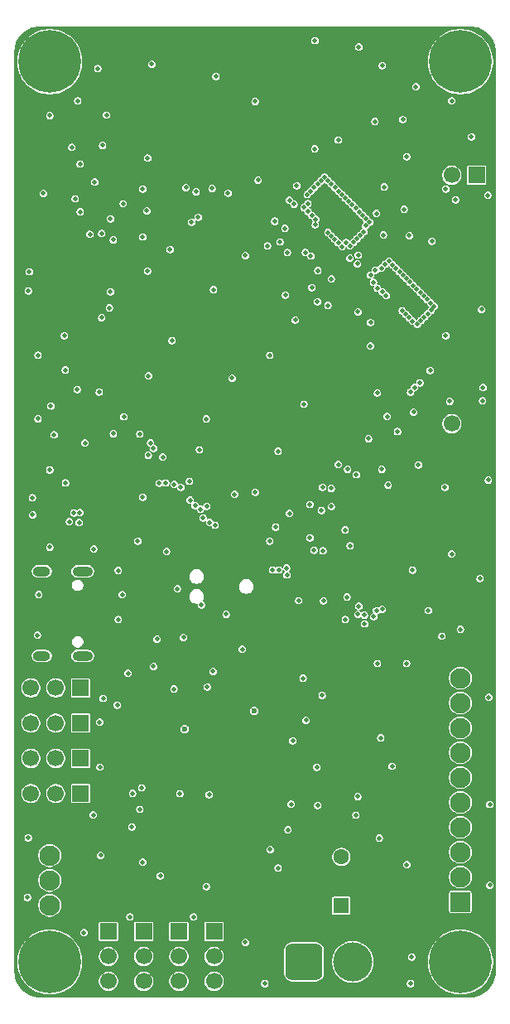
<source format=gbr>
%TF.GenerationSoftware,KiCad,Pcbnew,9.0.1*%
%TF.CreationDate,2025-05-12T23:36:45-04:00*%
%TF.ProjectId,CRVFCU,43525646-4355-42e6-9b69-6361645f7063,rev?*%
%TF.SameCoordinates,Original*%
%TF.FileFunction,Copper,L3,Inr*%
%TF.FilePolarity,Positive*%
%FSLAX46Y46*%
G04 Gerber Fmt 4.6, Leading zero omitted, Abs format (unit mm)*
G04 Created by KiCad (PCBNEW 9.0.1) date 2025-05-12 23:36:45*
%MOMM*%
%LPD*%
G01*
G04 APERTURE LIST*
G04 Aperture macros list*
%AMRoundRect*
0 Rectangle with rounded corners*
0 $1 Rounding radius*
0 $2 $3 $4 $5 $6 $7 $8 $9 X,Y pos of 4 corners*
0 Add a 4 corners polygon primitive as box body*
4,1,4,$2,$3,$4,$5,$6,$7,$8,$9,$2,$3,0*
0 Add four circle primitives for the rounded corners*
1,1,$1+$1,$2,$3*
1,1,$1+$1,$4,$5*
1,1,$1+$1,$6,$7*
1,1,$1+$1,$8,$9*
0 Add four rect primitives between the rounded corners*
20,1,$1+$1,$2,$3,$4,$5,0*
20,1,$1+$1,$4,$5,$6,$7,0*
20,1,$1+$1,$6,$7,$8,$9,0*
20,1,$1+$1,$8,$9,$2,$3,0*%
G04 Aperture macros list end*
%TA.AperFunction,ComponentPad*%
%ADD10R,1.700000X1.700000*%
%TD*%
%TA.AperFunction,ComponentPad*%
%ADD11C,1.700000*%
%TD*%
%TA.AperFunction,ComponentPad*%
%ADD12C,6.400000*%
%TD*%
%TA.AperFunction,ComponentPad*%
%ADD13RoundRect,0.760000X-1.140000X-1.140000X1.140000X-1.140000X1.140000X1.140000X-1.140000X1.140000X0*%
%TD*%
%TA.AperFunction,ComponentPad*%
%ADD14C,4.000000*%
%TD*%
%TA.AperFunction,ComponentPad*%
%ADD15RoundRect,0.250001X0.799999X-0.799999X0.799999X0.799999X-0.799999X0.799999X-0.799999X-0.799999X0*%
%TD*%
%TA.AperFunction,ComponentPad*%
%ADD16C,2.100000*%
%TD*%
%TA.AperFunction,ComponentPad*%
%ADD17RoundRect,0.250001X-0.799999X0.799999X-0.799999X-0.799999X0.799999X-0.799999X0.799999X0.799999X0*%
%TD*%
%TA.AperFunction,ComponentPad*%
%ADD18R,1.600000X1.600000*%
%TD*%
%TA.AperFunction,ComponentPad*%
%ADD19C,1.600000*%
%TD*%
%TA.AperFunction,HeatsinkPad*%
%ADD20O,2.100000X1.000000*%
%TD*%
%TA.AperFunction,HeatsinkPad*%
%ADD21O,1.800000X1.000000*%
%TD*%
%TA.AperFunction,ViaPad*%
%ADD22C,0.460000*%
%TD*%
%TA.AperFunction,ViaPad*%
%ADD23C,0.600000*%
%TD*%
G04 APERTURE END LIST*
D10*
%TO.N,/SRVO_7*%
%TO.C,PWM7*%
X60799999Y-112900000D03*
D11*
%TO.N,+8V4*%
X60799999Y-115440000D03*
%TO.N,GND*%
X60799999Y-117980000D03*
%TD*%
D12*
%TO.N,GND*%
%TO.C,H2*%
X86000000Y-24000000D03*
%TD*%
D13*
%TO.N,GND*%
%TO.C,BATT1*%
X70000000Y-116000000D03*
D14*
%TO.N,VBAT*%
X75000000Y-116000000D03*
%TD*%
D15*
%TO.N,VBAT*%
%TO.C,PYRO_TERM1*%
X86000000Y-109860000D03*
D16*
%TO.N,/VPYRO*%
X86000000Y-107320000D03*
X86000000Y-104780000D03*
%TO.N,/PYO0*%
X86000000Y-102240000D03*
%TO.N,/PYO1*%
X86000000Y-99700000D03*
%TO.N,/VPYRO*%
X86000000Y-97160000D03*
X86000000Y-94620000D03*
%TO.N,/PYO2*%
X86000000Y-92080000D03*
%TO.N,/PYO3*%
X86000000Y-89540000D03*
%TO.N,/VPYRO*%
X86000000Y-87000000D03*
%TD*%
D10*
%TO.N,/SRVO_2*%
%TO.C,PWM2*%
X47140000Y-95200000D03*
D11*
%TO.N,+8V4*%
X44600000Y-95200000D03*
%TO.N,GND*%
X42060000Y-95200000D03*
%TD*%
D10*
%TO.N,/SRVO_4*%
%TO.C,PWM4*%
X50000000Y-112900000D03*
D11*
%TO.N,+8V4*%
X50000000Y-115440000D03*
%TO.N,GND*%
X50000000Y-117980000D03*
%TD*%
D10*
%TO.N,/SRVO_6*%
%TO.C,PWM6*%
X57200000Y-112900000D03*
D11*
%TO.N,+8V4*%
X57200000Y-115440000D03*
%TO.N,GND*%
X57200000Y-117980000D03*
%TD*%
D12*
%TO.N,GND*%
%TO.C,H4*%
X86000000Y-116000000D03*
%TD*%
D10*
%TO.N,/SRVO_5*%
%TO.C,PWM5*%
X53600001Y-112900000D03*
D11*
%TO.N,+8V4*%
X53600001Y-115440000D03*
%TO.N,GND*%
X53600001Y-117980000D03*
%TD*%
D10*
%TO.N,+3V3*%
%TO.C,J5*%
X87650000Y-61000000D03*
D11*
%TO.N,Net-(J5-Pin_2)*%
X85110000Y-61000000D03*
%TD*%
D10*
%TO.N,/SRVO_3*%
%TO.C,PWM3*%
X47140000Y-98800000D03*
D11*
%TO.N,+8V4*%
X44600000Y-98800000D03*
%TO.N,GND*%
X42060000Y-98800000D03*
%TD*%
D10*
%TO.N,GND*%
%TO.C,J2*%
X87650000Y-35600000D03*
D11*
%TO.N,/RESET*%
X85110000Y-35600000D03*
%TD*%
D10*
%TO.N,/SRVO_0*%
%TO.C,PWM0*%
X47140000Y-88000001D03*
D11*
%TO.N,+8V4*%
X44600000Y-88000001D03*
%TO.N,GND*%
X42060000Y-88000001D03*
%TD*%
D10*
%TO.N,/SRVO_1*%
%TO.C,PWM1*%
X47140000Y-91600000D03*
D11*
%TO.N,+8V4*%
X44600000Y-91600000D03*
%TO.N,GND*%
X42060000Y-91600000D03*
%TD*%
D17*
%TO.N,+3V3*%
%TO.C,ARM1*%
X44000000Y-102580000D03*
D16*
%TO.N,Net-(ARM1-Pin_2)*%
X44000000Y-105120000D03*
%TO.N,+8V4*%
X44000000Y-107660000D03*
%TO.N,VBAT*%
X44000000Y-110200000D03*
%TD*%
D12*
%TO.N,GND*%
%TO.C,H1*%
X44000000Y-116000000D03*
%TD*%
D18*
%TO.N,VBAT*%
%TO.C,C1*%
X73820000Y-110272651D03*
D19*
%TO.N,GND*%
X73820000Y-105272651D03*
%TD*%
D12*
%TO.N,GND*%
%TO.C,H3*%
X44000000Y-24000000D03*
%TD*%
D20*
%TO.N,GND*%
%TO.C,J3*%
X47355000Y-76080000D03*
D21*
X43175000Y-76080000D03*
D20*
X47355000Y-84720000D03*
D21*
X43175000Y-84720000D03*
%TD*%
D22*
%TO.N,GND*%
X55950000Y-74050000D03*
X57050000Y-77850000D03*
X81700000Y-65200000D03*
X71150000Y-40650000D03*
X78400000Y-47900000D03*
X78000000Y-47500000D03*
X76800000Y-45800000D03*
X77300000Y-45300000D03*
X78300000Y-44700000D03*
X77900000Y-45100000D03*
X80046447Y-49446447D03*
X80400000Y-49800000D03*
X80753553Y-50153553D03*
X81107107Y-50507107D03*
X83000000Y-49400000D03*
X82646446Y-49753554D03*
X82292893Y-50107107D03*
X81939340Y-50460660D03*
X81585786Y-50814214D03*
X81532234Y-47225129D03*
X81885788Y-47578683D03*
X82239341Y-47932236D03*
X82592894Y-48285789D03*
X80825127Y-46518022D03*
X81178681Y-46871576D03*
X80471574Y-46164469D03*
X78703807Y-44396702D03*
X79764467Y-45457362D03*
X80118021Y-45810916D03*
X79410914Y-45103809D03*
X79057360Y-44750255D03*
X82946448Y-48639343D03*
X83300000Y-48992895D03*
X73900000Y-42900000D03*
X72446447Y-41446447D03*
X72800000Y-41800000D03*
X73150000Y-42150000D03*
X73500000Y-42500000D03*
X74300000Y-42500000D03*
X71200000Y-40100000D03*
X70800000Y-39700000D03*
X70400000Y-39300000D03*
X70000000Y-38900000D03*
X74700000Y-42800000D03*
X75053554Y-42446446D03*
X76114214Y-41385786D03*
X75407107Y-42092893D03*
X75760660Y-41739340D03*
X76300000Y-40749747D03*
X70400000Y-38500000D03*
X70332233Y-37567767D03*
X70685786Y-37214214D03*
X71039340Y-36860660D03*
X71392893Y-36507107D03*
X71746447Y-36153553D03*
X76342641Y-40042641D03*
X76696193Y-40396193D03*
X72807107Y-36507107D03*
X73160660Y-36860660D03*
X73514214Y-37214214D03*
X73867767Y-37567767D03*
X72100000Y-35800000D03*
X72453553Y-36153553D03*
X74221320Y-37921320D03*
X74574874Y-38274874D03*
X74928427Y-38628427D03*
X75281981Y-38981981D03*
X75635534Y-39335534D03*
X75989087Y-39689087D03*
X70600000Y-72650000D03*
X58970000Y-37280000D03*
X66540000Y-104510000D03*
%TO.N,/SD_DAT2*%
X66780000Y-75940000D03*
%TO.N,GND*%
X55550000Y-64400000D03*
%TO.N,+3V3*%
X74970000Y-47890000D03*
%TO.N,Net-(5V_PWR1-K)*%
X68670000Y-99880000D03*
%TO.N,Net-(3V3_PWR1-K)*%
X68350000Y-102500000D03*
%TO.N,GND*%
X42740000Y-82610000D03*
X41790000Y-103310000D03*
X49100000Y-91500000D03*
X79550000Y-61800000D03*
X49450000Y-89060000D03*
X46000000Y-71000000D03*
X71770000Y-69850000D03*
X68500000Y-70150000D03*
X42250000Y-70300000D03*
X67550000Y-42410000D03*
X72800000Y-69450000D03*
X42800000Y-60480000D03*
X77850000Y-93100000D03*
X80500000Y-85500000D03*
X48900000Y-24700000D03*
X52200000Y-111400000D03*
X88000000Y-76800000D03*
X54600000Y-63500000D03*
X74400000Y-78700000D03*
X61000000Y-25500000D03*
X65000000Y-68000000D03*
X77950000Y-65650000D03*
X87116077Y-31673542D03*
X54000000Y-45400000D03*
X74690000Y-44060000D03*
X83089966Y-42349658D03*
X54965859Y-83003832D03*
X78600000Y-67250000D03*
X44000000Y-73600000D03*
X41800000Y-47420000D03*
X62040000Y-80470000D03*
X49300000Y-50150000D03*
X73500000Y-32000000D03*
X53500000Y-41900000D03*
X66500000Y-54000000D03*
X44000000Y-29500000D03*
X62650330Y-56342815D03*
X52470578Y-98775887D03*
X65000000Y-28050000D03*
X47000000Y-71100000D03*
X62900000Y-68200000D03*
X88300000Y-57300000D03*
X59500000Y-79500000D03*
X50200000Y-47500000D03*
X72800000Y-46200000D03*
X71400000Y-100000000D03*
X42800000Y-54000000D03*
X53200000Y-100400000D03*
X49060000Y-57750000D03*
X46460000Y-70110000D03*
X65300000Y-36100000D03*
X84100000Y-82700000D03*
X44450000Y-62130000D03*
X89000000Y-99900000D03*
X69900000Y-87000000D03*
X55300000Y-107200000D03*
X53200000Y-62050000D03*
X88900000Y-88950000D03*
X50901806Y-89751664D03*
X45500000Y-52000000D03*
X79000000Y-96000000D03*
X51580000Y-60280000D03*
X49300000Y-41550000D03*
X78000000Y-24400000D03*
X84900000Y-58700000D03*
X73500000Y-65150000D03*
X88150000Y-49300000D03*
X78500000Y-60250000D03*
X81450000Y-26550000D03*
X71100000Y-32900000D03*
X84400000Y-67500000D03*
X88850000Y-66750000D03*
X44100000Y-59180000D03*
X78200000Y-36800000D03*
X70000000Y-59000000D03*
X64000000Y-114000000D03*
X57300000Y-98800000D03*
X80238155Y-39080400D03*
X80100000Y-29900000D03*
X51000000Y-81000000D03*
X80900000Y-118200000D03*
X84500000Y-52000000D03*
X86000000Y-82000000D03*
X81090000Y-75950000D03*
X60100000Y-87900000D03*
X43350000Y-37450000D03*
X80499607Y-33707957D03*
X71300000Y-96100000D03*
X45592943Y-55513532D03*
X88800000Y-37650000D03*
X69100000Y-50400000D03*
X41710000Y-109400000D03*
X48500000Y-73800000D03*
X75600000Y-22500000D03*
X74450000Y-65650000D03*
X72780000Y-67600000D03*
X47500000Y-113000000D03*
X48440000Y-100970000D03*
X42869128Y-78452055D03*
X64000000Y-43800000D03*
X76800000Y-50650000D03*
X50500000Y-42200000D03*
X82720000Y-80080000D03*
X68300000Y-43500000D03*
X66000000Y-118200000D03*
X48600000Y-36300000D03*
X52390000Y-102210000D03*
X60708089Y-86308085D03*
X57670219Y-82834820D03*
X53400000Y-98200000D03*
X75500000Y-99100000D03*
X46800000Y-57500000D03*
X53500000Y-68500000D03*
X75510000Y-49560000D03*
X50100001Y-49150000D03*
X75350000Y-66200000D03*
X88250000Y-58650000D03*
X58700000Y-111400000D03*
X68050000Y-41020000D03*
X53500000Y-37000000D03*
X45600000Y-67050000D03*
X70200000Y-91300000D03*
X53000000Y-73000000D03*
X56500000Y-52500000D03*
X51000000Y-76000000D03*
X77250000Y-30100000D03*
X57920000Y-36860000D03*
X52000000Y-86500000D03*
X85100000Y-28000000D03*
X47070000Y-70080000D03*
X49400000Y-32550000D03*
X71370000Y-48530000D03*
X75300000Y-101000000D03*
X60000000Y-60500000D03*
X46600000Y-38000000D03*
X56700000Y-88100000D03*
X41900000Y-45460000D03*
X72440000Y-48910000D03*
X74210000Y-71840000D03*
X66500000Y-73000000D03*
X49130000Y-96080000D03*
X60000000Y-108300000D03*
X66260000Y-42830000D03*
X89000000Y-108150000D03*
X82900000Y-55549999D03*
X54437272Y-24253725D03*
X50200000Y-40050000D03*
X46860000Y-28010000D03*
X47600000Y-62950000D03*
X51410000Y-78460000D03*
X80510000Y-106050000D03*
X81000000Y-115500000D03*
X50500000Y-62000000D03*
X70600000Y-69250000D03*
X81298521Y-57286853D03*
X63686586Y-84032157D03*
X67350000Y-106400000D03*
X76600000Y-62520000D03*
X60300000Y-98900000D03*
X54100000Y-56100000D03*
X84500000Y-37000000D03*
X58278553Y-66878553D03*
X51500000Y-38500000D03*
X54600000Y-85800000D03*
X76793760Y-53043945D03*
X56300000Y-43200000D03*
X72000000Y-79100000D03*
X69450000Y-79060000D03*
X53500000Y-105800000D03*
X75540000Y-43770000D03*
X81200000Y-59800000D03*
X71930000Y-73990000D03*
X71120000Y-21840000D03*
X77500000Y-85500000D03*
X67350000Y-63800000D03*
X60750000Y-47300000D03*
X77700000Y-103350000D03*
X42220000Y-68560000D03*
X71010000Y-73930000D03*
X62220000Y-37430000D03*
X69250000Y-36670000D03*
X85100000Y-74300000D03*
X71850000Y-88750000D03*
%TO.N,+3V3*%
X78530000Y-51310000D03*
X73900000Y-43550000D03*
X44730000Y-65580000D03*
X65500000Y-38350000D03*
X53925000Y-35625000D03*
X69310000Y-76290000D03*
X70800000Y-103200000D03*
X50240329Y-39421230D03*
X70780000Y-72010000D03*
X82340000Y-56260000D03*
X69410928Y-44935771D03*
X50700000Y-32650000D03*
X76150000Y-49860000D03*
X49330000Y-38150000D03*
X56220000Y-64770000D03*
D23*
X58600000Y-100400000D03*
D22*
X43380000Y-59840000D03*
X51190000Y-59790000D03*
X67870000Y-70640000D03*
X44080000Y-59810000D03*
X65720000Y-81000000D03*
X74120000Y-76420000D03*
D23*
X59045000Y-102395000D03*
D22*
X55700000Y-43750000D03*
X49900000Y-49950000D03*
X63700000Y-108000000D03*
X53930000Y-38300000D03*
X48640000Y-50890000D03*
X51050000Y-45850000D03*
X58900000Y-67550000D03*
X63220000Y-76300000D03*
D23*
X63000000Y-101300000D03*
D22*
X46430000Y-39550000D03*
X53560000Y-45900000D03*
X65699999Y-37350000D03*
X57500000Y-31050000D03*
X48600000Y-57300000D03*
X61900001Y-37950000D03*
X74140000Y-64630000D03*
X75900000Y-29550000D03*
X76800000Y-61930000D03*
X73710928Y-47135771D03*
X44050000Y-45800000D03*
X60740000Y-69430000D03*
X48700000Y-32640000D03*
D23*
%TO.N,+5V*%
X57800000Y-92200000D03*
D22*
X77400000Y-39500000D03*
D23*
X64900000Y-90350000D03*
D22*
X85500000Y-38100000D03*
%TO.N,+8V4*%
X43989336Y-65704266D03*
%TO.N,/VDDSMPS*%
X77100000Y-46550000D03*
%TO.N,/VLXSMPS*%
X77500000Y-47150000D03*
%TO.N,Net-(C13-Pad1)*%
X80900000Y-57750000D03*
%TO.N,/VDD12DSI*%
X54300001Y-62950000D03*
%TO.N,/VDDA*%
X68500000Y-38150000D03*
%TO.N,Net-(U3-C1)*%
X48110000Y-41640000D03*
%TO.N,Net-(LED1-K)*%
X80775000Y-41775000D03*
%TO.N,Net-(NEOPIX1-DIN)*%
X78130000Y-41700000D03*
%TO.N,/VREF*%
X68980000Y-38550000D03*
X67010000Y-40300000D03*
%TO.N,Net-(U2-PDR_ON)*%
X81835878Y-56814122D03*
%TO.N,Net-(J5-Pin_2)*%
X77499999Y-57850000D03*
%TO.N,/SRV_OE*%
X60910000Y-71370000D03*
%TO.N,/PYR1*%
X75510000Y-80470000D03*
%TO.N,/PYC1*%
X76180000Y-80550000D03*
%TO.N,/PYR0*%
X75600000Y-79650000D03*
%TO.N,/IMU_CS*%
X59169310Y-39895287D03*
X49800000Y-29450000D03*
%TO.N,/ALT_CS*%
X53925000Y-39225000D03*
%TO.N,/MAG_CS*%
X58500000Y-40400000D03*
X47120000Y-39330000D03*
%TO.N,/FLASH_CS*%
X59300000Y-63650000D03*
%TO.N,/PYC0*%
X74220000Y-81000000D03*
%TO.N,/PYR3*%
X77403783Y-80114231D03*
%TO.N,/PYC3*%
X77995000Y-79960000D03*
%TO.N,/PYR2*%
X77130000Y-80710000D03*
%TO.N,/PYC2*%
X76191663Y-81440000D03*
%TO.N,/BUZZ*%
X74717472Y-73475739D03*
X68850000Y-93400000D03*
%TO.N,/ARM*%
X54070000Y-64210000D03*
%TO.N,/SCK*%
X46250000Y-32750000D03*
X47100000Y-34450000D03*
%TO.N,/SD_DAT0*%
X59410000Y-69730000D03*
%TO.N,/QSPI_IO1*%
X70700000Y-43850000D03*
%TO.N,/SRVI_2*%
X58850000Y-69350000D03*
%TO.N,/SD_CMD*%
X68250000Y-76450000D03*
%TO.N,/SD_DET*%
X71900000Y-67500000D03*
%TO.N,/SRVI_0*%
X60350000Y-71090000D03*
%TO.N,/SRVI_6*%
X55861988Y-67045505D03*
%TO.N,/SRVI_1*%
X59670000Y-70620000D03*
%TO.N,/SRVI_7*%
X55200000Y-67075000D03*
%TO.N,/QSPI_IO3*%
X71412579Y-45337421D03*
%TO.N,/SD_CLK*%
X68224855Y-75737572D03*
%TO.N,/NEOPIX*%
X75450000Y-44650000D03*
%TO.N,/QSPI_CLK*%
X70130000Y-43480000D03*
%TO.N,/SRVI_3*%
X58350000Y-68790000D03*
%TO.N,/SRVI_5*%
X56714420Y-67200000D03*
%TO.N,/SRVI_4*%
X57400000Y-67500000D03*
%TO.N,/IMU_INT*%
X60600000Y-36950000D03*
X54020000Y-33850000D03*
%TO.N,/QSPI_IO2*%
X70800000Y-47085771D03*
%TO.N,/SD_DAT3*%
X67430000Y-75940000D03*
%TO.N,/QSPI_IO0*%
X68095000Y-47855000D03*
%TO.N,Net-(ARM1-Pin_2)*%
X49200000Y-105100000D03*
%TO.N,Net-(C14-Pad1)*%
X67100000Y-71550000D03*
%TO.N,/SD_DAT1*%
X60060000Y-69440000D03*
%TD*%
%TA.AperFunction,Conductor*%
%TO.N,+3V3*%
G36*
X87001228Y-20381568D02*
G01*
X87290727Y-20397827D01*
X87295609Y-20398377D01*
X87580250Y-20446739D01*
X87585029Y-20447830D01*
X87862467Y-20527758D01*
X87867104Y-20529380D01*
X88051203Y-20605637D01*
X88133841Y-20639867D01*
X88138287Y-20642008D01*
X88390966Y-20781659D01*
X88395143Y-20784284D01*
X88630594Y-20951345D01*
X88634452Y-20954422D01*
X88849716Y-21146794D01*
X88853205Y-21150283D01*
X89045577Y-21365547D01*
X89048654Y-21369405D01*
X89215715Y-21604856D01*
X89218340Y-21609033D01*
X89357991Y-21861712D01*
X89360132Y-21866158D01*
X89470615Y-22132885D01*
X89472244Y-22137542D01*
X89515377Y-22287262D01*
X89552165Y-22414954D01*
X89553262Y-22419763D01*
X89567755Y-22505066D01*
X89601620Y-22704380D01*
X89602173Y-22709283D01*
X89618431Y-22998771D01*
X89618500Y-23001238D01*
X89618500Y-116998761D01*
X89618431Y-117001228D01*
X89602173Y-117290716D01*
X89601620Y-117295619D01*
X89553263Y-117580234D01*
X89552165Y-117585045D01*
X89472244Y-117862457D01*
X89470615Y-117867114D01*
X89360132Y-118133841D01*
X89357991Y-118138287D01*
X89218340Y-118390966D01*
X89215715Y-118395143D01*
X89048654Y-118630594D01*
X89045577Y-118634452D01*
X88853205Y-118849716D01*
X88849716Y-118853205D01*
X88634452Y-119045577D01*
X88630594Y-119048654D01*
X88395143Y-119215715D01*
X88390966Y-119218340D01*
X88138287Y-119357991D01*
X88133841Y-119360132D01*
X87867114Y-119470615D01*
X87862457Y-119472244D01*
X87585045Y-119552165D01*
X87580234Y-119553263D01*
X87295619Y-119601620D01*
X87290716Y-119602173D01*
X87001229Y-119618431D01*
X86998762Y-119618500D01*
X43001238Y-119618500D01*
X42998771Y-119618431D01*
X42709283Y-119602173D01*
X42704380Y-119601620D01*
X42505066Y-119567755D01*
X42419763Y-119553262D01*
X42414957Y-119552165D01*
X42137542Y-119472244D01*
X42132885Y-119470615D01*
X41866158Y-119360132D01*
X41861712Y-119357991D01*
X41609033Y-119218340D01*
X41604856Y-119215715D01*
X41369405Y-119048654D01*
X41365547Y-119045577D01*
X41150283Y-118853205D01*
X41146794Y-118849716D01*
X40954422Y-118634452D01*
X40951345Y-118630594D01*
X40818257Y-118443024D01*
X40784282Y-118395141D01*
X40781659Y-118390966D01*
X40757502Y-118347258D01*
X40642008Y-118138287D01*
X40639867Y-118133841D01*
X40616022Y-118076275D01*
X40529380Y-117867104D01*
X40527758Y-117862467D01*
X40447830Y-117585029D01*
X40446739Y-117580250D01*
X40398377Y-117295609D01*
X40397827Y-117290727D01*
X40381569Y-117001228D01*
X40381500Y-116998761D01*
X40381500Y-115836527D01*
X40672500Y-115836527D01*
X40672500Y-116163472D01*
X40704545Y-116488827D01*
X40704545Y-116488829D01*
X40768329Y-116809498D01*
X40863231Y-117122346D01*
X40863234Y-117122353D01*
X40988348Y-117424405D01*
X41142466Y-117712740D01*
X41142469Y-117712745D01*
X41142471Y-117712748D01*
X41324102Y-117984578D01*
X41324111Y-117984590D01*
X41531505Y-118237299D01*
X41531512Y-118237307D01*
X41762693Y-118468488D01*
X41762698Y-118468492D01*
X41762700Y-118468494D01*
X42015409Y-118675888D01*
X42015421Y-118675897D01*
X42110273Y-118739275D01*
X42287260Y-118857534D01*
X42575595Y-119011652D01*
X42877647Y-119136766D01*
X42877651Y-119136767D01*
X42877653Y-119136768D01*
X43190501Y-119231670D01*
X43190508Y-119231672D01*
X43511166Y-119295454D01*
X43836530Y-119327500D01*
X44163470Y-119327500D01*
X44488834Y-119295454D01*
X44809492Y-119231672D01*
X45122353Y-119136766D01*
X45424405Y-119011652D01*
X45712740Y-118857534D01*
X45984580Y-118675896D01*
X46237307Y-118468488D01*
X46468488Y-118237307D01*
X46675896Y-117984580D01*
X46740150Y-117888417D01*
X46743285Y-117883725D01*
X49022500Y-117883725D01*
X49022500Y-118076275D01*
X49060064Y-118265126D01*
X49130115Y-118434245D01*
X49133752Y-118443024D01*
X49150767Y-118468488D01*
X49240726Y-118603120D01*
X49376880Y-118739274D01*
X49456391Y-118792401D01*
X49536975Y-118846247D01*
X49536976Y-118846247D01*
X49536980Y-118846250D01*
X49714874Y-118919936D01*
X49903725Y-118957500D01*
X49903728Y-118957500D01*
X50096271Y-118957500D01*
X50096275Y-118957500D01*
X50285126Y-118919936D01*
X50463020Y-118846250D01*
X50623120Y-118739274D01*
X50759274Y-118603120D01*
X50866250Y-118443020D01*
X50939936Y-118265126D01*
X50977500Y-118076275D01*
X50977500Y-117883725D01*
X52622501Y-117883725D01*
X52622501Y-118076275D01*
X52660065Y-118265126D01*
X52730116Y-118434245D01*
X52733753Y-118443024D01*
X52750768Y-118468488D01*
X52840727Y-118603120D01*
X52976881Y-118739274D01*
X53056392Y-118792401D01*
X53136976Y-118846247D01*
X53136977Y-118846247D01*
X53136981Y-118846250D01*
X53314875Y-118919936D01*
X53503726Y-118957500D01*
X53503729Y-118957500D01*
X53696272Y-118957500D01*
X53696276Y-118957500D01*
X53885127Y-118919936D01*
X54063021Y-118846250D01*
X54223121Y-118739274D01*
X54359275Y-118603120D01*
X54466251Y-118443020D01*
X54539937Y-118265126D01*
X54577501Y-118076275D01*
X54577501Y-117883725D01*
X56222500Y-117883725D01*
X56222500Y-118076275D01*
X56260064Y-118265126D01*
X56330115Y-118434245D01*
X56333752Y-118443024D01*
X56350767Y-118468488D01*
X56440726Y-118603120D01*
X56576880Y-118739274D01*
X56656391Y-118792401D01*
X56736975Y-118846247D01*
X56736976Y-118846247D01*
X56736980Y-118846250D01*
X56914874Y-118919936D01*
X57103725Y-118957500D01*
X57103728Y-118957500D01*
X57296271Y-118957500D01*
X57296275Y-118957500D01*
X57485126Y-118919936D01*
X57663020Y-118846250D01*
X57823120Y-118739274D01*
X57959274Y-118603120D01*
X58066250Y-118443020D01*
X58139936Y-118265126D01*
X58177500Y-118076275D01*
X58177500Y-117883725D01*
X59822499Y-117883725D01*
X59822499Y-118076275D01*
X59860063Y-118265126D01*
X59930114Y-118434245D01*
X59933751Y-118443024D01*
X59950766Y-118468488D01*
X60040725Y-118603120D01*
X60176879Y-118739274D01*
X60256390Y-118792401D01*
X60336974Y-118846247D01*
X60336975Y-118846247D01*
X60336979Y-118846250D01*
X60514873Y-118919936D01*
X60703724Y-118957500D01*
X60703727Y-118957500D01*
X60896270Y-118957500D01*
X60896274Y-118957500D01*
X61085125Y-118919936D01*
X61263019Y-118846250D01*
X61423119Y-118739274D01*
X61559273Y-118603120D01*
X61666249Y-118443020D01*
X61739935Y-118265126D01*
X61762879Y-118149775D01*
X65618500Y-118149775D01*
X65618500Y-118250225D01*
X65644499Y-118347254D01*
X65694724Y-118434247D01*
X65765753Y-118505276D01*
X65852746Y-118555501D01*
X65949775Y-118581500D01*
X65949777Y-118581500D01*
X66050223Y-118581500D01*
X66050225Y-118581500D01*
X66147254Y-118555501D01*
X66234247Y-118505276D01*
X66305276Y-118434247D01*
X66355501Y-118347254D01*
X66381500Y-118250225D01*
X66381500Y-118149775D01*
X80518500Y-118149775D01*
X80518500Y-118250225D01*
X80544499Y-118347254D01*
X80594724Y-118434247D01*
X80665753Y-118505276D01*
X80752746Y-118555501D01*
X80849775Y-118581500D01*
X80849777Y-118581500D01*
X80950223Y-118581500D01*
X80950225Y-118581500D01*
X81047254Y-118555501D01*
X81134247Y-118505276D01*
X81205276Y-118434247D01*
X81255501Y-118347254D01*
X81281500Y-118250225D01*
X81281500Y-118149775D01*
X81255501Y-118052746D01*
X81205276Y-117965753D01*
X81134247Y-117894724D01*
X81082479Y-117864836D01*
X81047258Y-117844501D01*
X81047255Y-117844500D01*
X81047254Y-117844499D01*
X81047252Y-117844498D01*
X81047251Y-117844498D01*
X81021253Y-117837532D01*
X80950225Y-117818500D01*
X80849775Y-117818500D01*
X80797779Y-117832432D01*
X80752748Y-117844498D01*
X80752741Y-117844501D01*
X80665754Y-117894723D01*
X80594723Y-117965754D01*
X80544501Y-118052741D01*
X80544498Y-118052748D01*
X80530962Y-118103267D01*
X80518500Y-118149775D01*
X66381500Y-118149775D01*
X66355501Y-118052746D01*
X66305276Y-117965753D01*
X66234247Y-117894724D01*
X66182479Y-117864836D01*
X66147258Y-117844501D01*
X66147255Y-117844500D01*
X66147254Y-117844499D01*
X66147252Y-117844498D01*
X66147251Y-117844498D01*
X66121253Y-117837532D01*
X66050225Y-117818500D01*
X65949775Y-117818500D01*
X65897779Y-117832432D01*
X65852748Y-117844498D01*
X65852741Y-117844501D01*
X65765754Y-117894723D01*
X65694723Y-117965754D01*
X65644501Y-118052741D01*
X65644498Y-118052748D01*
X65630962Y-118103267D01*
X65618500Y-118149775D01*
X61762879Y-118149775D01*
X61777499Y-118076275D01*
X61777499Y-117883725D01*
X61739935Y-117694874D01*
X61666249Y-117516980D01*
X61559273Y-117356880D01*
X61423119Y-117220726D01*
X61395270Y-117202118D01*
X61263023Y-117113752D01*
X61263020Y-117113750D01*
X61263019Y-117113750D01*
X61085125Y-117040064D01*
X60896274Y-117002500D01*
X60703724Y-117002500D01*
X60562085Y-117030673D01*
X60514872Y-117040064D01*
X60336974Y-117113752D01*
X60176881Y-117220724D01*
X60040723Y-117356882D01*
X59933751Y-117516975D01*
X59905556Y-117585045D01*
X59860063Y-117694874D01*
X59822499Y-117883725D01*
X58177500Y-117883725D01*
X58139936Y-117694874D01*
X58066250Y-117516980D01*
X57959274Y-117356880D01*
X57823120Y-117220726D01*
X57795271Y-117202118D01*
X57663024Y-117113752D01*
X57663021Y-117113750D01*
X57663020Y-117113750D01*
X57485126Y-117040064D01*
X57296275Y-117002500D01*
X57103725Y-117002500D01*
X56962086Y-117030673D01*
X56914873Y-117040064D01*
X56736975Y-117113752D01*
X56576882Y-117220724D01*
X56440724Y-117356882D01*
X56333752Y-117516975D01*
X56305557Y-117585045D01*
X56260064Y-117694874D01*
X56222500Y-117883725D01*
X54577501Y-117883725D01*
X54539937Y-117694874D01*
X54466251Y-117516980D01*
X54359275Y-117356880D01*
X54223121Y-117220726D01*
X54195272Y-117202118D01*
X54063025Y-117113752D01*
X54063022Y-117113750D01*
X54063021Y-117113750D01*
X53885127Y-117040064D01*
X53696276Y-117002500D01*
X53503726Y-117002500D01*
X53362087Y-117030673D01*
X53314874Y-117040064D01*
X53136976Y-117113752D01*
X52976883Y-117220724D01*
X52840725Y-117356882D01*
X52733753Y-117516975D01*
X52705558Y-117585045D01*
X52660065Y-117694874D01*
X52622501Y-117883725D01*
X50977500Y-117883725D01*
X50939936Y-117694874D01*
X50866250Y-117516980D01*
X50759274Y-117356880D01*
X50623120Y-117220726D01*
X50595271Y-117202118D01*
X50463024Y-117113752D01*
X50463021Y-117113750D01*
X50463020Y-117113750D01*
X50285126Y-117040064D01*
X50096275Y-117002500D01*
X49903725Y-117002500D01*
X49762086Y-117030673D01*
X49714873Y-117040064D01*
X49536975Y-117113752D01*
X49376882Y-117220724D01*
X49240724Y-117356882D01*
X49133752Y-117516975D01*
X49105557Y-117585045D01*
X49060064Y-117694874D01*
X49022500Y-117883725D01*
X46743285Y-117883725D01*
X46761064Y-117857118D01*
X46801121Y-117797166D01*
X46857534Y-117712740D01*
X47011652Y-117424405D01*
X47136766Y-117122353D01*
X47231672Y-116809492D01*
X47295454Y-116488834D01*
X47327500Y-116163470D01*
X47327500Y-115836530D01*
X47295454Y-115511166D01*
X47262148Y-115343725D01*
X49022500Y-115343725D01*
X49022500Y-115536275D01*
X49060064Y-115725126D01*
X49116160Y-115860555D01*
X49133752Y-115903024D01*
X49240005Y-116062042D01*
X49240726Y-116063120D01*
X49376880Y-116199274D01*
X49456391Y-116252401D01*
X49536975Y-116306247D01*
X49536976Y-116306247D01*
X49536980Y-116306250D01*
X49714874Y-116379936D01*
X49903725Y-116417500D01*
X49903728Y-116417500D01*
X50096271Y-116417500D01*
X50096275Y-116417500D01*
X50285126Y-116379936D01*
X50463020Y-116306250D01*
X50623120Y-116199274D01*
X50759274Y-116063120D01*
X50866250Y-115903020D01*
X50939936Y-115725126D01*
X50977500Y-115536275D01*
X50977500Y-115343725D01*
X52622501Y-115343725D01*
X52622501Y-115536275D01*
X52660065Y-115725126D01*
X52716161Y-115860555D01*
X52733753Y-115903024D01*
X52840006Y-116062042D01*
X52840727Y-116063120D01*
X52976881Y-116199274D01*
X53056392Y-116252401D01*
X53136976Y-116306247D01*
X53136977Y-116306247D01*
X53136981Y-116306250D01*
X53314875Y-116379936D01*
X53503726Y-116417500D01*
X53503729Y-116417500D01*
X53696272Y-116417500D01*
X53696276Y-116417500D01*
X53885127Y-116379936D01*
X54063021Y-116306250D01*
X54223121Y-116199274D01*
X54359275Y-116063120D01*
X54466251Y-115903020D01*
X54539937Y-115725126D01*
X54577501Y-115536275D01*
X54577501Y-115343725D01*
X56222500Y-115343725D01*
X56222500Y-115536275D01*
X56260064Y-115725126D01*
X56316160Y-115860555D01*
X56333752Y-115903024D01*
X56440005Y-116062042D01*
X56440726Y-116063120D01*
X56576880Y-116199274D01*
X56656391Y-116252401D01*
X56736975Y-116306247D01*
X56736976Y-116306247D01*
X56736980Y-116306250D01*
X56914874Y-116379936D01*
X57103725Y-116417500D01*
X57103728Y-116417500D01*
X57296271Y-116417500D01*
X57296275Y-116417500D01*
X57485126Y-116379936D01*
X57663020Y-116306250D01*
X57823120Y-116199274D01*
X57959274Y-116063120D01*
X58066250Y-115903020D01*
X58139936Y-115725126D01*
X58177500Y-115536275D01*
X58177500Y-115343725D01*
X59822499Y-115343725D01*
X59822499Y-115536275D01*
X59860063Y-115725126D01*
X59916159Y-115860555D01*
X59933751Y-115903024D01*
X60040004Y-116062042D01*
X60040725Y-116063120D01*
X60176879Y-116199274D01*
X60256390Y-116252401D01*
X60336974Y-116306247D01*
X60336975Y-116306247D01*
X60336979Y-116306250D01*
X60514873Y-116379936D01*
X60703724Y-116417500D01*
X60703727Y-116417500D01*
X60896270Y-116417500D01*
X60896274Y-116417500D01*
X61085125Y-116379936D01*
X61263019Y-116306250D01*
X61423119Y-116199274D01*
X61559273Y-116063120D01*
X61666249Y-115903020D01*
X61739935Y-115725126D01*
X61777499Y-115536275D01*
X61777499Y-115343725D01*
X61739935Y-115154874D01*
X61666249Y-114976980D01*
X61559273Y-114816880D01*
X61540264Y-114797871D01*
X67972500Y-114797871D01*
X67972500Y-117202112D01*
X67972501Y-117202127D01*
X67978597Y-117279595D01*
X67978597Y-117279598D01*
X67978598Y-117279600D01*
X68012403Y-117405763D01*
X68026883Y-117459804D01*
X68111582Y-117626034D01*
X68228980Y-117771007D01*
X68228986Y-117771014D01*
X68228991Y-117771018D01*
X68228992Y-117771019D01*
X68373965Y-117888417D01*
X68373968Y-117888418D01*
X68373970Y-117888420D01*
X68540196Y-117973117D01*
X68720400Y-118021402D01*
X68797881Y-118027500D01*
X71202118Y-118027499D01*
X71279600Y-118021402D01*
X71459804Y-117973117D01*
X71626030Y-117888420D01*
X71771014Y-117771014D01*
X71888420Y-117626030D01*
X71973117Y-117459804D01*
X72021402Y-117279600D01*
X72027500Y-117202119D01*
X72027499Y-115860555D01*
X72872500Y-115860555D01*
X72872500Y-116139444D01*
X72908902Y-116415947D01*
X72928431Y-116488829D01*
X72981083Y-116685330D01*
X73087809Y-116942988D01*
X73087811Y-116942992D01*
X73120725Y-117000000D01*
X73227253Y-117184512D01*
X73397029Y-117405768D01*
X73594232Y-117602971D01*
X73815488Y-117772747D01*
X74057012Y-117912191D01*
X74314670Y-118018917D01*
X74584055Y-118091098D01*
X74860556Y-118127500D01*
X75139444Y-118127500D01*
X75323512Y-118103267D01*
X75415945Y-118091098D01*
X75685330Y-118018917D01*
X75942988Y-117912191D01*
X76184512Y-117772747D01*
X76405768Y-117602971D01*
X76602971Y-117405768D01*
X76772747Y-117184512D01*
X76912191Y-116942988D01*
X77018917Y-116685330D01*
X77091098Y-116415945D01*
X77127500Y-116139444D01*
X77127500Y-115860556D01*
X77126834Y-115855501D01*
X77109670Y-115725126D01*
X77091098Y-115584055D01*
X77055118Y-115449776D01*
X77055118Y-115449775D01*
X80618500Y-115449775D01*
X80618500Y-115550225D01*
X80644499Y-115647254D01*
X80694724Y-115734247D01*
X80765753Y-115805276D01*
X80852746Y-115855501D01*
X80949775Y-115881500D01*
X80949777Y-115881500D01*
X81050223Y-115881500D01*
X81050225Y-115881500D01*
X81147254Y-115855501D01*
X81180118Y-115836527D01*
X82672500Y-115836527D01*
X82672500Y-116163472D01*
X82704545Y-116488827D01*
X82704545Y-116488829D01*
X82768329Y-116809498D01*
X82863231Y-117122346D01*
X82863234Y-117122353D01*
X82988348Y-117424405D01*
X83142466Y-117712740D01*
X83142469Y-117712745D01*
X83142471Y-117712748D01*
X83324102Y-117984578D01*
X83324111Y-117984590D01*
X83531505Y-118237299D01*
X83531512Y-118237307D01*
X83762693Y-118468488D01*
X83762698Y-118468492D01*
X83762700Y-118468494D01*
X84015409Y-118675888D01*
X84015421Y-118675897D01*
X84110273Y-118739275D01*
X84287260Y-118857534D01*
X84575595Y-119011652D01*
X84877647Y-119136766D01*
X84877651Y-119136767D01*
X84877653Y-119136768D01*
X85190501Y-119231670D01*
X85190508Y-119231672D01*
X85511166Y-119295454D01*
X85836530Y-119327500D01*
X86163470Y-119327500D01*
X86488834Y-119295454D01*
X86809492Y-119231672D01*
X87122353Y-119136766D01*
X87424405Y-119011652D01*
X87712740Y-118857534D01*
X87984580Y-118675896D01*
X88237307Y-118468488D01*
X88468488Y-118237307D01*
X88675896Y-117984580D01*
X88857534Y-117712740D01*
X89011652Y-117424405D01*
X89136766Y-117122353D01*
X89231672Y-116809492D01*
X89295454Y-116488834D01*
X89327500Y-116163470D01*
X89327500Y-115836530D01*
X89295454Y-115511166D01*
X89231672Y-115190508D01*
X89231670Y-115190501D01*
X89136768Y-114877653D01*
X89113493Y-114821462D01*
X89011652Y-114575595D01*
X88857534Y-114287260D01*
X88822112Y-114234247D01*
X88675897Y-114015421D01*
X88675888Y-114015409D01*
X88468494Y-113762700D01*
X88468492Y-113762698D01*
X88468488Y-113762693D01*
X88237307Y-113531512D01*
X88237301Y-113531507D01*
X88237299Y-113531505D01*
X87984590Y-113324111D01*
X87984578Y-113324102D01*
X87712748Y-113142471D01*
X87712745Y-113142469D01*
X87712740Y-113142466D01*
X87424405Y-112988348D01*
X87122353Y-112863234D01*
X87122346Y-112863231D01*
X86809498Y-112768329D01*
X86649163Y-112736437D01*
X86488834Y-112704546D01*
X86488832Y-112704545D01*
X86488828Y-112704545D01*
X86163472Y-112672500D01*
X86163470Y-112672500D01*
X85836530Y-112672500D01*
X85836527Y-112672500D01*
X85511172Y-112704545D01*
X85511170Y-112704545D01*
X85190501Y-112768329D01*
X84877653Y-112863231D01*
X84668718Y-112949775D01*
X84577544Y-112987541D01*
X84575593Y-112988349D01*
X84287251Y-113142471D01*
X84015421Y-113324102D01*
X84015409Y-113324111D01*
X83762700Y-113531505D01*
X83531505Y-113762700D01*
X83324111Y-114015409D01*
X83324102Y-114015421D01*
X83142471Y-114287251D01*
X83142466Y-114287258D01*
X83142466Y-114287260D01*
X83083793Y-114397029D01*
X82988349Y-114575593D01*
X82863231Y-114877653D01*
X82768329Y-115190501D01*
X82704545Y-115511170D01*
X82704545Y-115511172D01*
X82672500Y-115836527D01*
X81180118Y-115836527D01*
X81234247Y-115805276D01*
X81305276Y-115734247D01*
X81355501Y-115647254D01*
X81381500Y-115550225D01*
X81381500Y-115449775D01*
X81355501Y-115352746D01*
X81305276Y-115265753D01*
X81234247Y-115194724D01*
X81205249Y-115177982D01*
X81147258Y-115144501D01*
X81147255Y-115144500D01*
X81147254Y-115144499D01*
X81147252Y-115144498D01*
X81147251Y-115144498D01*
X81121253Y-115137532D01*
X81050225Y-115118500D01*
X80949775Y-115118500D01*
X80897779Y-115132432D01*
X80852748Y-115144498D01*
X80852741Y-115144501D01*
X80765754Y-115194723D01*
X80694723Y-115265754D01*
X80644501Y-115352741D01*
X80644499Y-115352746D01*
X80618500Y-115449775D01*
X77055118Y-115449775D01*
X77047476Y-115421256D01*
X77018917Y-115314670D01*
X76912191Y-115057012D01*
X76772747Y-114815488D01*
X76602971Y-114594232D01*
X76405768Y-114397029D01*
X76375710Y-114373965D01*
X76286193Y-114305276D01*
X76184512Y-114227253D01*
X75984161Y-114111580D01*
X75942992Y-114087811D01*
X75942990Y-114087810D01*
X75942988Y-114087809D01*
X75685330Y-113981083D01*
X75568486Y-113949775D01*
X75415947Y-113908902D01*
X75139444Y-113872500D01*
X74860556Y-113872500D01*
X74584052Y-113908902D01*
X74314670Y-113981083D01*
X74057007Y-114087811D01*
X73815489Y-114227252D01*
X73594236Y-114397025D01*
X73397025Y-114594236D01*
X73227252Y-114815489D01*
X73087811Y-115057007D01*
X72981083Y-115314670D01*
X72908902Y-115584052D01*
X72872500Y-115860555D01*
X72027499Y-115860555D01*
X72027499Y-114797882D01*
X72021402Y-114720400D01*
X71973117Y-114540196D01*
X71888420Y-114373970D01*
X71888418Y-114373968D01*
X71888417Y-114373965D01*
X71771019Y-114228992D01*
X71771018Y-114228991D01*
X71771014Y-114228986D01*
X71768873Y-114227252D01*
X71626034Y-114111582D01*
X71459804Y-114026883D01*
X71416982Y-114015409D01*
X71279600Y-113978598D01*
X71279598Y-113978597D01*
X71279595Y-113978597D01*
X71202122Y-113972500D01*
X68797887Y-113972500D01*
X68797872Y-113972501D01*
X68720404Y-113978597D01*
X68720400Y-113978598D01*
X68540195Y-114026883D01*
X68373965Y-114111582D01*
X68228992Y-114228980D01*
X68228980Y-114228992D01*
X68111582Y-114373965D01*
X68026883Y-114540195D01*
X67978598Y-114720400D01*
X67978597Y-114720404D01*
X67972500Y-114797871D01*
X61540264Y-114797871D01*
X61423119Y-114680726D01*
X61422041Y-114680005D01*
X61263023Y-114573752D01*
X61263020Y-114573750D01*
X61263019Y-114573750D01*
X61085125Y-114500064D01*
X60896274Y-114462500D01*
X60703724Y-114462500D01*
X60562085Y-114490673D01*
X60514872Y-114500064D01*
X60336974Y-114573752D01*
X60176881Y-114680724D01*
X60040723Y-114816882D01*
X59933751Y-114976975D01*
X59860063Y-115154873D01*
X59850672Y-115202086D01*
X59822499Y-115343725D01*
X58177500Y-115343725D01*
X58139936Y-115154874D01*
X58066250Y-114976980D01*
X57959274Y-114816880D01*
X57823120Y-114680726D01*
X57822042Y-114680005D01*
X57663024Y-114573752D01*
X57663021Y-114573750D01*
X57663020Y-114573750D01*
X57485126Y-114500064D01*
X57296275Y-114462500D01*
X57103725Y-114462500D01*
X56962086Y-114490673D01*
X56914873Y-114500064D01*
X56736975Y-114573752D01*
X56576882Y-114680724D01*
X56440724Y-114816882D01*
X56333752Y-114976975D01*
X56260064Y-115154873D01*
X56250673Y-115202086D01*
X56222500Y-115343725D01*
X54577501Y-115343725D01*
X54539937Y-115154874D01*
X54466251Y-114976980D01*
X54359275Y-114816880D01*
X54223121Y-114680726D01*
X54222043Y-114680005D01*
X54063025Y-114573752D01*
X54063022Y-114573750D01*
X54063021Y-114573750D01*
X53885127Y-114500064D01*
X53696276Y-114462500D01*
X53503726Y-114462500D01*
X53362087Y-114490673D01*
X53314874Y-114500064D01*
X53136976Y-114573752D01*
X52976883Y-114680724D01*
X52840725Y-114816882D01*
X52733753Y-114976975D01*
X52660065Y-115154873D01*
X52650674Y-115202086D01*
X52622501Y-115343725D01*
X50977500Y-115343725D01*
X50939936Y-115154874D01*
X50866250Y-114976980D01*
X50759274Y-114816880D01*
X50623120Y-114680726D01*
X50622042Y-114680005D01*
X50463024Y-114573752D01*
X50463021Y-114573750D01*
X50463020Y-114573750D01*
X50285126Y-114500064D01*
X50096275Y-114462500D01*
X49903725Y-114462500D01*
X49762086Y-114490673D01*
X49714873Y-114500064D01*
X49536975Y-114573752D01*
X49376882Y-114680724D01*
X49240724Y-114816882D01*
X49133752Y-114976975D01*
X49060064Y-115154873D01*
X49050673Y-115202086D01*
X49022500Y-115343725D01*
X47262148Y-115343725D01*
X47231672Y-115190508D01*
X47231670Y-115190501D01*
X47136768Y-114877653D01*
X47113493Y-114821462D01*
X47011652Y-114575595D01*
X46857534Y-114287260D01*
X46822112Y-114234247D01*
X46675897Y-114015421D01*
X46675888Y-114015409D01*
X46642564Y-113974804D01*
X46622023Y-113949775D01*
X63618500Y-113949775D01*
X63618500Y-114050225D01*
X63644499Y-114147254D01*
X63694724Y-114234247D01*
X63765753Y-114305276D01*
X63852746Y-114355501D01*
X63949775Y-114381500D01*
X63949777Y-114381500D01*
X64050223Y-114381500D01*
X64050225Y-114381500D01*
X64147254Y-114355501D01*
X64234247Y-114305276D01*
X64305276Y-114234247D01*
X64355501Y-114147254D01*
X64381500Y-114050225D01*
X64381500Y-113949775D01*
X64355501Y-113852746D01*
X64305276Y-113765753D01*
X64234247Y-113694724D01*
X64205249Y-113677982D01*
X64147258Y-113644501D01*
X64147255Y-113644500D01*
X64147254Y-113644499D01*
X64147252Y-113644498D01*
X64147251Y-113644498D01*
X64121253Y-113637532D01*
X64050225Y-113618500D01*
X63949775Y-113618500D01*
X63897779Y-113632432D01*
X63852748Y-113644498D01*
X63852741Y-113644501D01*
X63765754Y-113694723D01*
X63694723Y-113765754D01*
X63644501Y-113852741D01*
X63644498Y-113852748D01*
X63639848Y-113870102D01*
X63618500Y-113949775D01*
X46622023Y-113949775D01*
X46468494Y-113762700D01*
X46468492Y-113762698D01*
X46468488Y-113762693D01*
X46237307Y-113531512D01*
X46237301Y-113531507D01*
X46237299Y-113531505D01*
X45984590Y-113324111D01*
X45984578Y-113324102D01*
X45712748Y-113142471D01*
X45712745Y-113142469D01*
X45712740Y-113142466D01*
X45424405Y-112988348D01*
X45331282Y-112949775D01*
X47118500Y-112949775D01*
X47118500Y-113050225D01*
X47144499Y-113147254D01*
X47194724Y-113234247D01*
X47265753Y-113305276D01*
X47352746Y-113355501D01*
X47449775Y-113381500D01*
X47449777Y-113381500D01*
X47550223Y-113381500D01*
X47550225Y-113381500D01*
X47647254Y-113355501D01*
X47734247Y-113305276D01*
X47805276Y-113234247D01*
X47855501Y-113147254D01*
X47881500Y-113050225D01*
X47881500Y-112949775D01*
X47855501Y-112852746D01*
X47805276Y-112765753D01*
X47734247Y-112694724D01*
X47695754Y-112672500D01*
X47647258Y-112644501D01*
X47647255Y-112644500D01*
X47647254Y-112644499D01*
X47647252Y-112644498D01*
X47647251Y-112644498D01*
X47621253Y-112637532D01*
X47550225Y-112618500D01*
X47449775Y-112618500D01*
X47397779Y-112632432D01*
X47352748Y-112644498D01*
X47352741Y-112644501D01*
X47265754Y-112694723D01*
X47194723Y-112765754D01*
X47144501Y-112852741D01*
X47144498Y-112852748D01*
X47128016Y-112914260D01*
X47118500Y-112949775D01*
X45331282Y-112949775D01*
X45122353Y-112863234D01*
X45122346Y-112863231D01*
X44809498Y-112768329D01*
X44649163Y-112736437D01*
X44488834Y-112704546D01*
X44488832Y-112704545D01*
X44488828Y-112704545D01*
X44163472Y-112672500D01*
X44163470Y-112672500D01*
X43836530Y-112672500D01*
X43836527Y-112672500D01*
X43511172Y-112704545D01*
X43511170Y-112704545D01*
X43190501Y-112768329D01*
X42877653Y-112863231D01*
X42668718Y-112949775D01*
X42577544Y-112987541D01*
X42575593Y-112988349D01*
X42287251Y-113142471D01*
X42015421Y-113324102D01*
X42015409Y-113324111D01*
X41762700Y-113531505D01*
X41531505Y-113762700D01*
X41324111Y-114015409D01*
X41324102Y-114015421D01*
X41142471Y-114287251D01*
X41142466Y-114287258D01*
X41142466Y-114287260D01*
X41083793Y-114397029D01*
X40988349Y-114575593D01*
X40863231Y-114877653D01*
X40768329Y-115190501D01*
X40704545Y-115511170D01*
X40704545Y-115511172D01*
X40672500Y-115836527D01*
X40381500Y-115836527D01*
X40381500Y-112037442D01*
X49022500Y-112037442D01*
X49022500Y-113762558D01*
X49029898Y-113799748D01*
X49058078Y-113841922D01*
X49100252Y-113870102D01*
X49137442Y-113877500D01*
X49137446Y-113877500D01*
X50862554Y-113877500D01*
X50862558Y-113877500D01*
X50899748Y-113870102D01*
X50941922Y-113841922D01*
X50970102Y-113799748D01*
X50977500Y-113762558D01*
X50977500Y-112037442D01*
X52622501Y-112037442D01*
X52622501Y-113762558D01*
X52629899Y-113799748D01*
X52658079Y-113841922D01*
X52700253Y-113870102D01*
X52737443Y-113877500D01*
X52737447Y-113877500D01*
X54462555Y-113877500D01*
X54462559Y-113877500D01*
X54499749Y-113870102D01*
X54541923Y-113841922D01*
X54570103Y-113799748D01*
X54577501Y-113762558D01*
X54577501Y-112037442D01*
X56222500Y-112037442D01*
X56222500Y-113762558D01*
X56229898Y-113799748D01*
X56258078Y-113841922D01*
X56300252Y-113870102D01*
X56337442Y-113877500D01*
X56337446Y-113877500D01*
X58062554Y-113877500D01*
X58062558Y-113877500D01*
X58099748Y-113870102D01*
X58141922Y-113841922D01*
X58170102Y-113799748D01*
X58177500Y-113762558D01*
X58177500Y-112037442D01*
X59822499Y-112037442D01*
X59822499Y-113762558D01*
X59829897Y-113799748D01*
X59858077Y-113841922D01*
X59900251Y-113870102D01*
X59937441Y-113877500D01*
X59937445Y-113877500D01*
X61662553Y-113877500D01*
X61662557Y-113877500D01*
X61699747Y-113870102D01*
X61741921Y-113841922D01*
X61770101Y-113799748D01*
X61777499Y-113762558D01*
X61777499Y-112037442D01*
X61770101Y-112000252D01*
X61741921Y-111958078D01*
X61699747Y-111929898D01*
X61662557Y-111922500D01*
X59937441Y-111922500D01*
X59900251Y-111929898D01*
X59858077Y-111958078D01*
X59829897Y-112000252D01*
X59822499Y-112037442D01*
X58177500Y-112037442D01*
X58170102Y-112000252D01*
X58141922Y-111958078D01*
X58099748Y-111929898D01*
X58062558Y-111922500D01*
X56337442Y-111922500D01*
X56300252Y-111929898D01*
X56258078Y-111958078D01*
X56229898Y-112000252D01*
X56222500Y-112037442D01*
X54577501Y-112037442D01*
X54570103Y-112000252D01*
X54541923Y-111958078D01*
X54499749Y-111929898D01*
X54462559Y-111922500D01*
X52737443Y-111922500D01*
X52700253Y-111929898D01*
X52658079Y-111958078D01*
X52629899Y-112000252D01*
X52622501Y-112037442D01*
X50977500Y-112037442D01*
X50970102Y-112000252D01*
X50941922Y-111958078D01*
X50899748Y-111929898D01*
X50862558Y-111922500D01*
X49137442Y-111922500D01*
X49100252Y-111929898D01*
X49058078Y-111958078D01*
X49029898Y-112000252D01*
X49022500Y-112037442D01*
X40381500Y-112037442D01*
X40381500Y-110107331D01*
X42822500Y-110107331D01*
X42822500Y-110292668D01*
X42822501Y-110292681D01*
X42851492Y-110475725D01*
X42851496Y-110475741D01*
X42908765Y-110651995D01*
X42908769Y-110652006D01*
X42992913Y-110817146D01*
X43101848Y-110967084D01*
X43101850Y-110967086D01*
X43101853Y-110967090D01*
X43232910Y-111098147D01*
X43232913Y-111098149D01*
X43232915Y-111098151D01*
X43325964Y-111165754D01*
X43382856Y-111207088D01*
X43547997Y-111291232D01*
X43590509Y-111305045D01*
X43724258Y-111348503D01*
X43724261Y-111348503D01*
X43724268Y-111348506D01*
X43907329Y-111377500D01*
X43907332Y-111377500D01*
X44092668Y-111377500D01*
X44092671Y-111377500D01*
X44267720Y-111349775D01*
X51818500Y-111349775D01*
X51818500Y-111450225D01*
X51844499Y-111547254D01*
X51894724Y-111634247D01*
X51965753Y-111705276D01*
X52052746Y-111755501D01*
X52149775Y-111781500D01*
X52149777Y-111781500D01*
X52250223Y-111781500D01*
X52250225Y-111781500D01*
X52347254Y-111755501D01*
X52434247Y-111705276D01*
X52505276Y-111634247D01*
X52555501Y-111547254D01*
X52581500Y-111450225D01*
X52581500Y-111349775D01*
X58318500Y-111349775D01*
X58318500Y-111450225D01*
X58344499Y-111547254D01*
X58394724Y-111634247D01*
X58465753Y-111705276D01*
X58552746Y-111755501D01*
X58649775Y-111781500D01*
X58649777Y-111781500D01*
X58750223Y-111781500D01*
X58750225Y-111781500D01*
X58847254Y-111755501D01*
X58934247Y-111705276D01*
X59005276Y-111634247D01*
X59055501Y-111547254D01*
X59081500Y-111450225D01*
X59081500Y-111349775D01*
X59055501Y-111252746D01*
X59005276Y-111165753D01*
X58934247Y-111094724D01*
X58905249Y-111077982D01*
X58847258Y-111044501D01*
X58847255Y-111044500D01*
X58847254Y-111044499D01*
X58847252Y-111044498D01*
X58847251Y-111044498D01*
X58821130Y-111037499D01*
X58750225Y-111018500D01*
X58649775Y-111018500D01*
X58618766Y-111026809D01*
X58552748Y-111044498D01*
X58552741Y-111044501D01*
X58465754Y-111094723D01*
X58394723Y-111165754D01*
X58344501Y-111252741D01*
X58344498Y-111252748D01*
X58334186Y-111291234D01*
X58318500Y-111349775D01*
X52581500Y-111349775D01*
X52555501Y-111252746D01*
X52505276Y-111165753D01*
X52434247Y-111094724D01*
X52405249Y-111077982D01*
X52347258Y-111044501D01*
X52347255Y-111044500D01*
X52347254Y-111044499D01*
X52347252Y-111044498D01*
X52347251Y-111044498D01*
X52321130Y-111037499D01*
X52250225Y-111018500D01*
X52149775Y-111018500D01*
X52118766Y-111026809D01*
X52052748Y-111044498D01*
X52052741Y-111044501D01*
X51965754Y-111094723D01*
X51894723Y-111165754D01*
X51844501Y-111252741D01*
X51844498Y-111252748D01*
X51834186Y-111291234D01*
X51818500Y-111349775D01*
X44267720Y-111349775D01*
X44275732Y-111348506D01*
X44301369Y-111340175D01*
X44409492Y-111305045D01*
X44424269Y-111300243D01*
X44452003Y-111291232D01*
X44617144Y-111207088D01*
X44767090Y-111098147D01*
X44898147Y-110967090D01*
X45007088Y-110817144D01*
X45091232Y-110652003D01*
X45148506Y-110475732D01*
X45177500Y-110292671D01*
X45177500Y-110107329D01*
X45148506Y-109924268D01*
X45091232Y-109747997D01*
X45007088Y-109582856D01*
X44917896Y-109460093D01*
X72892500Y-109460093D01*
X72892500Y-111085209D01*
X72899898Y-111122399D01*
X72928078Y-111164573D01*
X72970252Y-111192753D01*
X73007442Y-111200151D01*
X73007446Y-111200151D01*
X74632554Y-111200151D01*
X74632558Y-111200151D01*
X74669748Y-111192753D01*
X74711922Y-111164573D01*
X74740102Y-111122399D01*
X74747500Y-111085209D01*
X74747500Y-109460093D01*
X74740102Y-109422903D01*
X74711922Y-109380729D01*
X74669748Y-109352549D01*
X74632558Y-109345151D01*
X73007442Y-109345151D01*
X72970252Y-109352549D01*
X72928078Y-109380729D01*
X72899898Y-109422903D01*
X72892500Y-109460093D01*
X44917896Y-109460093D01*
X44898147Y-109432910D01*
X44767090Y-109301853D01*
X44767086Y-109301850D01*
X44767084Y-109301848D01*
X44617146Y-109192913D01*
X44452006Y-109108769D01*
X44451995Y-109108765D01*
X44315541Y-109064428D01*
X44275741Y-109051496D01*
X44275725Y-109051492D01*
X44103219Y-109024170D01*
X84822500Y-109024170D01*
X84822500Y-110695829D01*
X84833190Y-110769201D01*
X84888523Y-110882388D01*
X84888524Y-110882389D01*
X84977611Y-110971476D01*
X85090797Y-111026809D01*
X85164171Y-111037499D01*
X85164172Y-111037500D01*
X85164174Y-111037500D01*
X86835828Y-111037500D01*
X86835828Y-111037499D01*
X86909203Y-111026809D01*
X87022389Y-110971476D01*
X87111476Y-110882389D01*
X87166809Y-110769203D01*
X87177500Y-110695826D01*
X87177500Y-109024174D01*
X87166809Y-108950797D01*
X87111476Y-108837611D01*
X87022389Y-108748524D01*
X87022388Y-108748523D01*
X86909201Y-108693190D01*
X86835829Y-108682500D01*
X86835826Y-108682500D01*
X85164174Y-108682500D01*
X85164170Y-108682500D01*
X85090798Y-108693190D01*
X84977611Y-108748523D01*
X84888523Y-108837611D01*
X84833190Y-108950798D01*
X84822500Y-109024170D01*
X44103219Y-109024170D01*
X44092681Y-109022501D01*
X44092673Y-109022500D01*
X44092671Y-109022500D01*
X43907329Y-109022500D01*
X43907326Y-109022500D01*
X43907318Y-109022501D01*
X43724274Y-109051492D01*
X43724258Y-109051496D01*
X43548004Y-109108765D01*
X43547993Y-109108769D01*
X43382853Y-109192913D01*
X43232915Y-109301848D01*
X43101848Y-109432915D01*
X42992913Y-109582853D01*
X42908769Y-109747993D01*
X42908765Y-109748004D01*
X42851496Y-109924258D01*
X42851492Y-109924274D01*
X42822501Y-110107318D01*
X42822500Y-110107331D01*
X40381500Y-110107331D01*
X40381500Y-109349775D01*
X41328500Y-109349775D01*
X41328500Y-109450225D01*
X41354499Y-109547254D01*
X41404724Y-109634247D01*
X41475753Y-109705276D01*
X41562746Y-109755501D01*
X41659775Y-109781500D01*
X41659777Y-109781500D01*
X41760223Y-109781500D01*
X41760225Y-109781500D01*
X41857254Y-109755501D01*
X41944247Y-109705276D01*
X42015276Y-109634247D01*
X42065501Y-109547254D01*
X42091500Y-109450225D01*
X42091500Y-109349775D01*
X42065501Y-109252746D01*
X42015276Y-109165753D01*
X41944247Y-109094724D01*
X41915249Y-109077982D01*
X41857258Y-109044501D01*
X41857255Y-109044500D01*
X41857254Y-109044499D01*
X41857252Y-109044498D01*
X41857251Y-109044498D01*
X41831253Y-109037532D01*
X41760225Y-109018500D01*
X41659775Y-109018500D01*
X41607779Y-109032432D01*
X41562748Y-109044498D01*
X41562741Y-109044501D01*
X41475754Y-109094723D01*
X41404723Y-109165754D01*
X41354501Y-109252741D01*
X41354499Y-109252746D01*
X41328500Y-109349775D01*
X40381500Y-109349775D01*
X40381500Y-107567331D01*
X42822500Y-107567331D01*
X42822500Y-107752668D01*
X42822501Y-107752681D01*
X42851492Y-107935725D01*
X42851496Y-107935741D01*
X42908765Y-108111995D01*
X42908769Y-108112006D01*
X42992913Y-108277146D01*
X43101848Y-108427084D01*
X43101850Y-108427086D01*
X43101853Y-108427090D01*
X43232910Y-108558147D01*
X43232913Y-108558149D01*
X43232915Y-108558151D01*
X43382853Y-108667086D01*
X43382856Y-108667088D01*
X43547997Y-108751232D01*
X43640378Y-108781248D01*
X43724258Y-108808503D01*
X43724261Y-108808503D01*
X43724268Y-108808506D01*
X43907329Y-108837500D01*
X43907332Y-108837500D01*
X44092668Y-108837500D01*
X44092671Y-108837500D01*
X44275732Y-108808506D01*
X44452003Y-108751232D01*
X44617144Y-108667088D01*
X44767090Y-108558147D01*
X44898147Y-108427090D01*
X45007088Y-108277144D01*
X45021033Y-108249775D01*
X59618500Y-108249775D01*
X59618500Y-108350225D01*
X59644499Y-108447254D01*
X59694724Y-108534247D01*
X59765753Y-108605276D01*
X59852746Y-108655501D01*
X59949775Y-108681500D01*
X59949777Y-108681500D01*
X60050223Y-108681500D01*
X60050225Y-108681500D01*
X60147254Y-108655501D01*
X60234247Y-108605276D01*
X60305276Y-108534247D01*
X60355501Y-108447254D01*
X60381500Y-108350225D01*
X60381500Y-108249775D01*
X60355501Y-108152746D01*
X60305276Y-108065753D01*
X60234247Y-107994724D01*
X60205249Y-107977982D01*
X60147258Y-107944501D01*
X60147255Y-107944500D01*
X60147254Y-107944499D01*
X60147252Y-107944498D01*
X60147251Y-107944498D01*
X60114509Y-107935725D01*
X60050225Y-107918500D01*
X59949775Y-107918500D01*
X59897779Y-107932432D01*
X59852748Y-107944498D01*
X59852741Y-107944501D01*
X59765754Y-107994723D01*
X59694723Y-108065754D01*
X59644501Y-108152741D01*
X59644499Y-108152746D01*
X59618500Y-108249775D01*
X45021033Y-108249775D01*
X45091232Y-108112003D01*
X45148506Y-107935732D01*
X45177500Y-107752671D01*
X45177500Y-107567329D01*
X45148506Y-107384268D01*
X45136479Y-107347254D01*
X45091234Y-107208004D01*
X45091232Y-107207997D01*
X45061566Y-107149775D01*
X54918500Y-107149775D01*
X54918500Y-107250225D01*
X54944499Y-107347254D01*
X54994724Y-107434247D01*
X55065753Y-107505276D01*
X55152746Y-107555501D01*
X55249775Y-107581500D01*
X55249777Y-107581500D01*
X55350223Y-107581500D01*
X55350225Y-107581500D01*
X55447254Y-107555501D01*
X55534247Y-107505276D01*
X55605276Y-107434247D01*
X55655501Y-107347254D01*
X55681500Y-107250225D01*
X55681500Y-107227331D01*
X84822500Y-107227331D01*
X84822500Y-107412668D01*
X84822501Y-107412681D01*
X84851492Y-107595725D01*
X84851496Y-107595741D01*
X84908765Y-107771995D01*
X84908769Y-107772006D01*
X84992913Y-107937146D01*
X85101848Y-108087084D01*
X85101850Y-108087086D01*
X85101853Y-108087090D01*
X85232910Y-108218147D01*
X85232913Y-108218149D01*
X85232915Y-108218151D01*
X85341798Y-108297258D01*
X85382856Y-108327088D01*
X85547997Y-108411232D01*
X85596803Y-108427090D01*
X85724258Y-108468503D01*
X85724261Y-108468503D01*
X85724268Y-108468506D01*
X85907329Y-108497500D01*
X85907332Y-108497500D01*
X86092668Y-108497500D01*
X86092671Y-108497500D01*
X86275732Y-108468506D01*
X86452003Y-108411232D01*
X86617144Y-108327088D01*
X86767090Y-108218147D01*
X86885462Y-108099775D01*
X88618500Y-108099775D01*
X88618500Y-108200225D01*
X88625652Y-108226915D01*
X88644498Y-108297251D01*
X88644501Y-108297258D01*
X88675080Y-108350223D01*
X88694724Y-108384247D01*
X88765753Y-108455276D01*
X88852746Y-108505501D01*
X88949775Y-108531500D01*
X88949777Y-108531500D01*
X89050223Y-108531500D01*
X89050225Y-108531500D01*
X89147254Y-108505501D01*
X89234247Y-108455276D01*
X89305276Y-108384247D01*
X89355501Y-108297254D01*
X89381500Y-108200225D01*
X89381500Y-108099775D01*
X89355501Y-108002746D01*
X89305276Y-107915753D01*
X89234247Y-107844724D01*
X89205249Y-107827982D01*
X89147258Y-107794501D01*
X89147255Y-107794500D01*
X89147254Y-107794499D01*
X89147252Y-107794498D01*
X89147251Y-107794498D01*
X89121253Y-107787532D01*
X89050225Y-107768500D01*
X88949775Y-107768500D01*
X88897779Y-107782432D01*
X88852748Y-107794498D01*
X88852741Y-107794501D01*
X88765754Y-107844723D01*
X88694723Y-107915754D01*
X88644501Y-108002741D01*
X88644499Y-108002746D01*
X88618500Y-108099775D01*
X86885462Y-108099775D01*
X86898147Y-108087090D01*
X87007088Y-107937144D01*
X87091232Y-107772003D01*
X87148506Y-107595732D01*
X87177500Y-107412671D01*
X87177500Y-107227329D01*
X87148506Y-107044268D01*
X87091232Y-106867997D01*
X87007088Y-106702856D01*
X86909669Y-106568769D01*
X86898151Y-106552915D01*
X86898149Y-106552913D01*
X86898147Y-106552910D01*
X86767090Y-106421853D01*
X86767086Y-106421850D01*
X86767084Y-106421848D01*
X86617146Y-106312913D01*
X86452006Y-106228769D01*
X86451995Y-106228765D01*
X86275741Y-106171496D01*
X86275725Y-106171492D01*
X86092681Y-106142501D01*
X86092673Y-106142500D01*
X86092671Y-106142500D01*
X85907329Y-106142500D01*
X85907326Y-106142500D01*
X85907318Y-106142501D01*
X85724274Y-106171492D01*
X85724258Y-106171496D01*
X85548004Y-106228765D01*
X85547993Y-106228769D01*
X85382853Y-106312913D01*
X85232915Y-106421848D01*
X85101848Y-106552915D01*
X84992913Y-106702853D01*
X84908769Y-106867993D01*
X84908765Y-106868004D01*
X84851496Y-107044258D01*
X84851492Y-107044274D01*
X84822501Y-107227318D01*
X84822500Y-107227331D01*
X55681500Y-107227331D01*
X55681500Y-107149775D01*
X55655501Y-107052746D01*
X55605276Y-106965753D01*
X55534247Y-106894724D01*
X55487947Y-106867993D01*
X55447258Y-106844501D01*
X55447255Y-106844500D01*
X55447254Y-106844499D01*
X55447252Y-106844498D01*
X55447251Y-106844498D01*
X55421253Y-106837532D01*
X55350225Y-106818500D01*
X55249775Y-106818500D01*
X55197779Y-106832432D01*
X55152748Y-106844498D01*
X55152741Y-106844501D01*
X55065754Y-106894723D01*
X54994723Y-106965754D01*
X54944501Y-107052741D01*
X54944499Y-107052746D01*
X54918500Y-107149775D01*
X45061566Y-107149775D01*
X45007088Y-107042856D01*
X44899465Y-106894724D01*
X44898151Y-106892915D01*
X44898149Y-106892913D01*
X44898147Y-106892910D01*
X44767090Y-106761853D01*
X44767086Y-106761850D01*
X44767084Y-106761848D01*
X44617146Y-106652913D01*
X44452006Y-106568769D01*
X44451995Y-106568765D01*
X44275741Y-106511496D01*
X44275725Y-106511492D01*
X44092681Y-106482501D01*
X44092673Y-106482500D01*
X44092671Y-106482500D01*
X43907329Y-106482500D01*
X43907326Y-106482500D01*
X43907318Y-106482501D01*
X43724274Y-106511492D01*
X43724258Y-106511496D01*
X43548004Y-106568765D01*
X43547993Y-106568769D01*
X43382853Y-106652913D01*
X43232915Y-106761848D01*
X43101848Y-106892915D01*
X42992913Y-107042853D01*
X42908769Y-107207993D01*
X42908765Y-107208004D01*
X42851496Y-107384258D01*
X42851492Y-107384274D01*
X42822501Y-107567318D01*
X42822500Y-107567331D01*
X40381500Y-107567331D01*
X40381500Y-106349775D01*
X66968500Y-106349775D01*
X66968500Y-106450225D01*
X66984917Y-106511492D01*
X66994498Y-106547251D01*
X66994501Y-106547258D01*
X67027982Y-106605249D01*
X67044724Y-106634247D01*
X67115753Y-106705276D01*
X67202746Y-106755501D01*
X67299775Y-106781500D01*
X67299777Y-106781500D01*
X67400223Y-106781500D01*
X67400225Y-106781500D01*
X67497254Y-106755501D01*
X67584247Y-106705276D01*
X67655276Y-106634247D01*
X67705501Y-106547254D01*
X67731500Y-106450225D01*
X67731500Y-106349775D01*
X67705501Y-106252746D01*
X67655276Y-106165753D01*
X67584247Y-106094724D01*
X67555249Y-106077982D01*
X67497258Y-106044501D01*
X67497255Y-106044500D01*
X67497254Y-106044499D01*
X67497252Y-106044498D01*
X67497251Y-106044498D01*
X67458993Y-106034247D01*
X67400225Y-106018500D01*
X67299775Y-106018500D01*
X67247779Y-106032432D01*
X67202748Y-106044498D01*
X67202741Y-106044501D01*
X67115754Y-106094723D01*
X67044723Y-106165754D01*
X66994501Y-106252741D01*
X66994498Y-106252748D01*
X66986059Y-106284245D01*
X66968500Y-106349775D01*
X40381500Y-106349775D01*
X40381500Y-105027331D01*
X42822500Y-105027331D01*
X42822500Y-105212668D01*
X42822501Y-105212681D01*
X42851492Y-105395725D01*
X42851496Y-105395741D01*
X42908765Y-105571995D01*
X42908769Y-105572006D01*
X42992913Y-105737146D01*
X43101848Y-105887084D01*
X43101850Y-105887086D01*
X43101853Y-105887090D01*
X43232910Y-106018147D01*
X43232913Y-106018149D01*
X43232915Y-106018151D01*
X43338123Y-106094588D01*
X43382856Y-106127088D01*
X43547997Y-106211232D01*
X43640378Y-106241248D01*
X43724258Y-106268503D01*
X43724261Y-106268503D01*
X43724268Y-106268506D01*
X43907329Y-106297500D01*
X43907332Y-106297500D01*
X44092668Y-106297500D01*
X44092671Y-106297500D01*
X44275732Y-106268506D01*
X44452003Y-106211232D01*
X44617144Y-106127088D01*
X44767090Y-106018147D01*
X44898147Y-105887090D01*
X44997911Y-105749775D01*
X53118500Y-105749775D01*
X53118500Y-105850225D01*
X53144499Y-105947254D01*
X53194724Y-106034247D01*
X53265753Y-106105276D01*
X53352746Y-106155501D01*
X53449775Y-106181500D01*
X53449777Y-106181500D01*
X53550223Y-106181500D01*
X53550225Y-106181500D01*
X53647254Y-106155501D01*
X53734247Y-106105276D01*
X53805276Y-106034247D01*
X53855501Y-105947254D01*
X53881500Y-105850225D01*
X53881500Y-105749775D01*
X53855501Y-105652746D01*
X53805276Y-105565753D01*
X53734247Y-105494724D01*
X53705249Y-105477982D01*
X53647258Y-105444501D01*
X53647255Y-105444500D01*
X53647254Y-105444499D01*
X53647252Y-105444498D01*
X53647251Y-105444498D01*
X53621253Y-105437532D01*
X53550225Y-105418500D01*
X53449775Y-105418500D01*
X53397779Y-105432432D01*
X53352748Y-105444498D01*
X53352741Y-105444501D01*
X53265754Y-105494723D01*
X53194723Y-105565754D01*
X53144501Y-105652741D01*
X53144500Y-105652743D01*
X53144499Y-105652746D01*
X53118500Y-105749775D01*
X44997911Y-105749775D01*
X45007088Y-105737144D01*
X45091232Y-105572003D01*
X45148506Y-105395732D01*
X45177500Y-105212671D01*
X45177500Y-105049775D01*
X48818500Y-105049775D01*
X48818500Y-105150225D01*
X48844499Y-105247254D01*
X48894724Y-105334247D01*
X48965753Y-105405276D01*
X49052746Y-105455501D01*
X49149775Y-105481500D01*
X49149777Y-105481500D01*
X49250223Y-105481500D01*
X49250225Y-105481500D01*
X49347254Y-105455501D01*
X49434247Y-105405276D01*
X49505276Y-105334247D01*
X49555501Y-105247254D01*
X49573173Y-105181300D01*
X72892500Y-105181300D01*
X72892500Y-105364002D01*
X72928143Y-105543193D01*
X72990816Y-105694499D01*
X72998062Y-105711991D01*
X73048241Y-105787088D01*
X73099564Y-105863898D01*
X73228753Y-105993087D01*
X73238764Y-105999776D01*
X73380659Y-106094588D01*
X73380660Y-106094588D01*
X73380664Y-106094591D01*
X73549458Y-106164508D01*
X73728649Y-106200151D01*
X73728652Y-106200151D01*
X73911347Y-106200151D01*
X73911351Y-106200151D01*
X74090542Y-106164508D01*
X74259336Y-106094591D01*
X74401238Y-105999775D01*
X80128500Y-105999775D01*
X80128500Y-106100225D01*
X80154499Y-106197254D01*
X80204724Y-106284247D01*
X80275753Y-106355276D01*
X80362746Y-106405501D01*
X80459775Y-106431500D01*
X80459777Y-106431500D01*
X80560223Y-106431500D01*
X80560225Y-106431500D01*
X80657254Y-106405501D01*
X80744247Y-106355276D01*
X80815276Y-106284247D01*
X80865501Y-106197254D01*
X80891500Y-106100225D01*
X80891500Y-105999775D01*
X80865501Y-105902746D01*
X80815276Y-105815753D01*
X80744247Y-105744724D01*
X80713397Y-105726913D01*
X80657258Y-105694501D01*
X80657255Y-105694500D01*
X80657254Y-105694499D01*
X80657252Y-105694498D01*
X80657251Y-105694498D01*
X80631253Y-105687532D01*
X80560225Y-105668500D01*
X80459775Y-105668500D01*
X80407779Y-105682432D01*
X80362748Y-105694498D01*
X80362741Y-105694501D01*
X80275754Y-105744723D01*
X80204723Y-105815754D01*
X80154501Y-105902741D01*
X80154498Y-105902748D01*
X80147596Y-105928507D01*
X80128500Y-105999775D01*
X74401238Y-105999775D01*
X74411247Y-105993087D01*
X74540436Y-105863898D01*
X74641940Y-105711987D01*
X74711857Y-105543193D01*
X74747500Y-105364002D01*
X74747500Y-105181300D01*
X74711857Y-105002109D01*
X74641940Y-104833315D01*
X74544396Y-104687331D01*
X84822500Y-104687331D01*
X84822500Y-104872668D01*
X84822501Y-104872681D01*
X84851492Y-105055725D01*
X84851496Y-105055741D01*
X84908765Y-105231995D01*
X84908769Y-105232006D01*
X84992913Y-105397146D01*
X85101848Y-105547084D01*
X85101850Y-105547086D01*
X85101853Y-105547090D01*
X85232910Y-105678147D01*
X85232913Y-105678149D01*
X85232915Y-105678151D01*
X85331500Y-105749776D01*
X85382856Y-105787088D01*
X85547997Y-105871232D01*
X85596803Y-105887090D01*
X85724258Y-105928503D01*
X85724261Y-105928503D01*
X85724268Y-105928506D01*
X85907329Y-105957500D01*
X85907332Y-105957500D01*
X86092668Y-105957500D01*
X86092671Y-105957500D01*
X86275732Y-105928506D01*
X86452003Y-105871232D01*
X86617144Y-105787088D01*
X86767090Y-105678147D01*
X86898147Y-105547090D01*
X87007088Y-105397144D01*
X87091232Y-105232003D01*
X87148506Y-105055732D01*
X87177500Y-104872671D01*
X87177500Y-104687329D01*
X87148506Y-104504268D01*
X87141515Y-104482753D01*
X87102523Y-104362748D01*
X87091232Y-104327997D01*
X87007088Y-104162856D01*
X87001018Y-104154501D01*
X86898151Y-104012915D01*
X86898149Y-104012913D01*
X86898147Y-104012910D01*
X86767090Y-103881853D01*
X86767086Y-103881850D01*
X86767084Y-103881848D01*
X86617146Y-103772913D01*
X86452006Y-103688769D01*
X86451995Y-103688765D01*
X86275741Y-103631496D01*
X86275725Y-103631492D01*
X86092681Y-103602501D01*
X86092673Y-103602500D01*
X86092671Y-103602500D01*
X85907329Y-103602500D01*
X85907326Y-103602500D01*
X85907318Y-103602501D01*
X85724274Y-103631492D01*
X85724258Y-103631496D01*
X85548004Y-103688765D01*
X85547993Y-103688769D01*
X85382853Y-103772913D01*
X85232915Y-103881848D01*
X85101848Y-104012915D01*
X84992913Y-104162853D01*
X84908769Y-104327993D01*
X84908765Y-104328004D01*
X84851496Y-104504258D01*
X84851492Y-104504274D01*
X84822501Y-104687318D01*
X84822500Y-104687331D01*
X74544396Y-104687331D01*
X74540436Y-104681404D01*
X74411247Y-104552215D01*
X74410225Y-104551532D01*
X74259340Y-104450713D01*
X74259337Y-104450711D01*
X74259336Y-104450711D01*
X74090542Y-104380794D01*
X73911351Y-104345151D01*
X73728649Y-104345151D01*
X73594255Y-104371883D01*
X73549457Y-104380794D01*
X73380659Y-104450713D01*
X73228755Y-104552213D01*
X73099562Y-104681406D01*
X72998062Y-104833310D01*
X72998060Y-104833315D01*
X72928143Y-105002109D01*
X72892500Y-105181300D01*
X49573173Y-105181300D01*
X49581500Y-105150225D01*
X49581500Y-105049775D01*
X49555501Y-104952746D01*
X49505276Y-104865753D01*
X49434247Y-104794724D01*
X49405249Y-104777982D01*
X49347258Y-104744501D01*
X49347255Y-104744500D01*
X49347254Y-104744499D01*
X49347252Y-104744498D01*
X49347251Y-104744498D01*
X49321253Y-104737532D01*
X49250225Y-104718500D01*
X49149775Y-104718500D01*
X49097779Y-104732432D01*
X49052748Y-104744498D01*
X49052741Y-104744501D01*
X48965754Y-104794723D01*
X48894723Y-104865754D01*
X48844501Y-104952741D01*
X48844499Y-104952746D01*
X48818500Y-105049775D01*
X45177500Y-105049775D01*
X45177500Y-105027329D01*
X45148506Y-104844268D01*
X45091232Y-104667997D01*
X45007088Y-104502856D01*
X45007086Y-104502853D01*
X44992483Y-104482753D01*
X44975789Y-104459775D01*
X66158500Y-104459775D01*
X66158500Y-104560225D01*
X66184499Y-104657254D01*
X66234724Y-104744247D01*
X66305753Y-104815276D01*
X66392746Y-104865501D01*
X66489775Y-104891500D01*
X66489777Y-104891500D01*
X66590223Y-104891500D01*
X66590225Y-104891500D01*
X66687254Y-104865501D01*
X66774247Y-104815276D01*
X66845276Y-104744247D01*
X66895501Y-104657254D01*
X66921500Y-104560225D01*
X66921500Y-104459775D01*
X66895501Y-104362746D01*
X66845276Y-104275753D01*
X66774247Y-104204724D01*
X66701724Y-104162853D01*
X66687258Y-104154501D01*
X66687255Y-104154500D01*
X66687254Y-104154499D01*
X66687252Y-104154498D01*
X66687251Y-104154498D01*
X66661253Y-104147532D01*
X66590225Y-104128500D01*
X66489775Y-104128500D01*
X66437779Y-104142432D01*
X66392748Y-104154498D01*
X66392741Y-104154501D01*
X66305754Y-104204723D01*
X66234723Y-104275754D01*
X66184501Y-104362741D01*
X66184499Y-104362746D01*
X66158500Y-104459775D01*
X44975789Y-104459775D01*
X44898151Y-104352915D01*
X44898149Y-104352913D01*
X44898147Y-104352910D01*
X44767090Y-104221853D01*
X44767086Y-104221850D01*
X44767084Y-104221848D01*
X44617146Y-104112913D01*
X44452006Y-104028769D01*
X44451995Y-104028765D01*
X44275741Y-103971496D01*
X44275725Y-103971492D01*
X44092681Y-103942501D01*
X44092673Y-103942500D01*
X44092671Y-103942500D01*
X43907329Y-103942500D01*
X43907326Y-103942500D01*
X43907318Y-103942501D01*
X43724274Y-103971492D01*
X43724258Y-103971496D01*
X43548004Y-104028765D01*
X43547993Y-104028769D01*
X43382853Y-104112913D01*
X43232915Y-104221848D01*
X43101848Y-104352915D01*
X42992913Y-104502853D01*
X42908769Y-104667993D01*
X42908765Y-104668004D01*
X42851496Y-104844258D01*
X42851492Y-104844274D01*
X42822501Y-105027318D01*
X42822500Y-105027331D01*
X40381500Y-105027331D01*
X40381500Y-103259775D01*
X41408500Y-103259775D01*
X41408500Y-103360225D01*
X41434499Y-103457254D01*
X41484724Y-103544247D01*
X41555753Y-103615276D01*
X41642746Y-103665501D01*
X41739775Y-103691500D01*
X41739777Y-103691500D01*
X41840223Y-103691500D01*
X41840225Y-103691500D01*
X41937254Y-103665501D01*
X42024247Y-103615276D01*
X42095276Y-103544247D01*
X42145501Y-103457254D01*
X42171500Y-103360225D01*
X42171500Y-103299775D01*
X77318500Y-103299775D01*
X77318500Y-103400225D01*
X77344499Y-103497254D01*
X77394724Y-103584247D01*
X77465753Y-103655276D01*
X77552746Y-103705501D01*
X77649775Y-103731500D01*
X77649777Y-103731500D01*
X77750223Y-103731500D01*
X77750225Y-103731500D01*
X77847254Y-103705501D01*
X77934247Y-103655276D01*
X78005276Y-103584247D01*
X78055501Y-103497254D01*
X78081500Y-103400225D01*
X78081500Y-103299775D01*
X78055501Y-103202746D01*
X78005276Y-103115753D01*
X77934247Y-103044724D01*
X77905249Y-103027982D01*
X77847258Y-102994501D01*
X77847255Y-102994500D01*
X77847254Y-102994499D01*
X77847252Y-102994498D01*
X77847251Y-102994498D01*
X77821253Y-102987532D01*
X77750225Y-102968500D01*
X77649775Y-102968500D01*
X77597779Y-102982432D01*
X77552748Y-102994498D01*
X77552741Y-102994501D01*
X77465754Y-103044723D01*
X77394723Y-103115754D01*
X77344501Y-103202741D01*
X77344498Y-103202748D01*
X77329218Y-103259775D01*
X77318500Y-103299775D01*
X42171500Y-103299775D01*
X42171500Y-103259775D01*
X42145501Y-103162746D01*
X42095276Y-103075753D01*
X42024247Y-103004724D01*
X41961505Y-102968500D01*
X41937258Y-102954501D01*
X41937255Y-102954500D01*
X41937254Y-102954499D01*
X41937252Y-102954498D01*
X41937251Y-102954498D01*
X41911253Y-102947532D01*
X41840225Y-102928500D01*
X41739775Y-102928500D01*
X41687779Y-102942432D01*
X41642748Y-102954498D01*
X41642741Y-102954501D01*
X41555754Y-103004723D01*
X41484723Y-103075754D01*
X41434501Y-103162741D01*
X41434499Y-103162746D01*
X41408500Y-103259775D01*
X40381500Y-103259775D01*
X40381500Y-102159775D01*
X52008500Y-102159775D01*
X52008500Y-102260225D01*
X52009982Y-102265754D01*
X52033291Y-102352748D01*
X52034499Y-102357254D01*
X52084724Y-102444247D01*
X52155753Y-102515276D01*
X52242746Y-102565501D01*
X52339775Y-102591500D01*
X52339777Y-102591500D01*
X52440223Y-102591500D01*
X52440225Y-102591500D01*
X52537254Y-102565501D01*
X52624247Y-102515276D01*
X52689748Y-102449775D01*
X67968500Y-102449775D01*
X67968500Y-102550225D01*
X67994499Y-102647254D01*
X68044724Y-102734247D01*
X68115753Y-102805276D01*
X68202746Y-102855501D01*
X68299775Y-102881500D01*
X68299777Y-102881500D01*
X68400223Y-102881500D01*
X68400225Y-102881500D01*
X68497254Y-102855501D01*
X68584247Y-102805276D01*
X68655276Y-102734247D01*
X68705501Y-102647254D01*
X68731500Y-102550225D01*
X68731500Y-102449775D01*
X68705501Y-102352746D01*
X68655276Y-102265753D01*
X68584247Y-102194724D01*
X68523713Y-102159775D01*
X68502160Y-102147331D01*
X84822500Y-102147331D01*
X84822500Y-102332668D01*
X84822501Y-102332681D01*
X84851492Y-102515725D01*
X84851496Y-102515741D01*
X84908765Y-102691995D01*
X84908769Y-102692006D01*
X84992913Y-102857146D01*
X85101848Y-103007084D01*
X85101850Y-103007086D01*
X85101853Y-103007090D01*
X85232910Y-103138147D01*
X85232913Y-103138149D01*
X85232915Y-103138151D01*
X85382853Y-103247086D01*
X85382856Y-103247088D01*
X85547997Y-103331232D01*
X85637222Y-103360223D01*
X85724258Y-103388503D01*
X85724261Y-103388503D01*
X85724268Y-103388506D01*
X85907329Y-103417500D01*
X85907332Y-103417500D01*
X86092668Y-103417500D01*
X86092671Y-103417500D01*
X86275732Y-103388506D01*
X86452003Y-103331232D01*
X86617144Y-103247088D01*
X86767090Y-103138147D01*
X86898147Y-103007090D01*
X87007088Y-102857144D01*
X87091232Y-102692003D01*
X87148506Y-102515732D01*
X87177500Y-102332671D01*
X87177500Y-102147329D01*
X87148506Y-101964268D01*
X87091232Y-101787997D01*
X87007088Y-101622856D01*
X86898147Y-101472910D01*
X86767090Y-101341853D01*
X86767086Y-101341850D01*
X86767084Y-101341848D01*
X86617146Y-101232913D01*
X86452006Y-101148769D01*
X86451995Y-101148765D01*
X86275741Y-101091496D01*
X86275725Y-101091492D01*
X86092681Y-101062501D01*
X86092673Y-101062500D01*
X86092671Y-101062500D01*
X85907329Y-101062500D01*
X85907326Y-101062500D01*
X85907318Y-101062501D01*
X85724274Y-101091492D01*
X85724258Y-101091496D01*
X85548004Y-101148765D01*
X85547993Y-101148769D01*
X85382853Y-101232913D01*
X85232915Y-101341848D01*
X85101848Y-101472915D01*
X84992913Y-101622853D01*
X84908769Y-101787993D01*
X84908765Y-101788004D01*
X84851496Y-101964258D01*
X84851492Y-101964274D01*
X84822501Y-102147318D01*
X84822500Y-102147331D01*
X68502160Y-102147331D01*
X68497258Y-102144501D01*
X68497255Y-102144500D01*
X68497254Y-102144499D01*
X68497252Y-102144498D01*
X68497251Y-102144498D01*
X68471253Y-102137532D01*
X68400225Y-102118500D01*
X68299775Y-102118500D01*
X68247779Y-102132432D01*
X68202748Y-102144498D01*
X68202741Y-102144501D01*
X68115754Y-102194723D01*
X68044723Y-102265754D01*
X67994501Y-102352741D01*
X67994498Y-102352748D01*
X67993291Y-102357254D01*
X67968500Y-102449775D01*
X52689748Y-102449775D01*
X52695276Y-102444247D01*
X52745501Y-102357254D01*
X52771500Y-102260225D01*
X52771500Y-102159775D01*
X52745501Y-102062746D01*
X52695276Y-101975753D01*
X52624247Y-101904724D01*
X52595249Y-101887982D01*
X52537258Y-101854501D01*
X52537255Y-101854500D01*
X52537254Y-101854499D01*
X52537252Y-101854498D01*
X52537251Y-101854498D01*
X52511253Y-101847532D01*
X52440225Y-101828500D01*
X52339775Y-101828500D01*
X52287779Y-101842432D01*
X52242748Y-101854498D01*
X52242741Y-101854501D01*
X52155754Y-101904723D01*
X52084723Y-101975754D01*
X52034501Y-102062741D01*
X52034499Y-102062746D01*
X52008500Y-102159775D01*
X40381500Y-102159775D01*
X40381500Y-100919775D01*
X48058500Y-100919775D01*
X48058500Y-101020225D01*
X48066538Y-101050223D01*
X48084498Y-101117251D01*
X48084501Y-101117258D01*
X48101819Y-101147254D01*
X48134724Y-101204247D01*
X48205753Y-101275276D01*
X48292746Y-101325501D01*
X48389775Y-101351500D01*
X48389777Y-101351500D01*
X48490223Y-101351500D01*
X48490225Y-101351500D01*
X48587254Y-101325501D01*
X48674247Y-101275276D01*
X48745276Y-101204247D01*
X48795501Y-101117254D01*
X48821500Y-101020225D01*
X48821500Y-100949775D01*
X74918500Y-100949775D01*
X74918500Y-101050225D01*
X74936462Y-101117258D01*
X74944498Y-101147251D01*
X74944501Y-101147258D01*
X74977402Y-101204245D01*
X74994724Y-101234247D01*
X75065753Y-101305276D01*
X75152746Y-101355501D01*
X75249775Y-101381500D01*
X75249777Y-101381500D01*
X75350223Y-101381500D01*
X75350225Y-101381500D01*
X75447254Y-101355501D01*
X75534247Y-101305276D01*
X75605276Y-101234247D01*
X75655501Y-101147254D01*
X75681500Y-101050225D01*
X75681500Y-100949775D01*
X75655501Y-100852746D01*
X75605276Y-100765753D01*
X75534247Y-100694724D01*
X75482285Y-100664724D01*
X75447258Y-100644501D01*
X75447255Y-100644500D01*
X75447254Y-100644499D01*
X75447252Y-100644498D01*
X75447251Y-100644498D01*
X75408993Y-100634247D01*
X75350225Y-100618500D01*
X75249775Y-100618500D01*
X75197779Y-100632432D01*
X75152748Y-100644498D01*
X75152741Y-100644501D01*
X75065754Y-100694723D01*
X74994723Y-100765754D01*
X74944501Y-100852741D01*
X74944498Y-100852748D01*
X74937866Y-100877500D01*
X74918500Y-100949775D01*
X48821500Y-100949775D01*
X48821500Y-100919775D01*
X48795501Y-100822746D01*
X48745276Y-100735753D01*
X48674247Y-100664724D01*
X48621459Y-100634247D01*
X48587258Y-100614501D01*
X48587255Y-100614500D01*
X48587254Y-100614499D01*
X48587252Y-100614498D01*
X48587251Y-100614498D01*
X48561253Y-100607532D01*
X48490225Y-100588500D01*
X48389775Y-100588500D01*
X48337779Y-100602432D01*
X48292748Y-100614498D01*
X48292741Y-100614501D01*
X48205754Y-100664723D01*
X48134723Y-100735754D01*
X48084501Y-100822741D01*
X48084498Y-100822748D01*
X48077596Y-100848507D01*
X48058500Y-100919775D01*
X40381500Y-100919775D01*
X40381500Y-100349775D01*
X52818500Y-100349775D01*
X52818500Y-100450225D01*
X52844499Y-100547254D01*
X52894724Y-100634247D01*
X52965753Y-100705276D01*
X53052746Y-100755501D01*
X53149775Y-100781500D01*
X53149777Y-100781500D01*
X53250223Y-100781500D01*
X53250225Y-100781500D01*
X53347254Y-100755501D01*
X53434247Y-100705276D01*
X53505276Y-100634247D01*
X53555501Y-100547254D01*
X53581500Y-100450225D01*
X53581500Y-100349775D01*
X53555501Y-100252746D01*
X53505276Y-100165753D01*
X53434247Y-100094724D01*
X53357172Y-100050225D01*
X53347258Y-100044501D01*
X53347255Y-100044500D01*
X53347254Y-100044499D01*
X53347252Y-100044498D01*
X53347251Y-100044498D01*
X53321253Y-100037532D01*
X53250225Y-100018500D01*
X53149775Y-100018500D01*
X53097779Y-100032432D01*
X53052748Y-100044498D01*
X53052741Y-100044501D01*
X52965754Y-100094723D01*
X52894723Y-100165754D01*
X52844501Y-100252741D01*
X52844498Y-100252748D01*
X52828016Y-100314260D01*
X52818500Y-100349775D01*
X40381500Y-100349775D01*
X40381500Y-99829775D01*
X68288500Y-99829775D01*
X68288500Y-99930225D01*
X68314499Y-100027254D01*
X68364724Y-100114247D01*
X68435753Y-100185276D01*
X68522746Y-100235501D01*
X68619775Y-100261500D01*
X68619777Y-100261500D01*
X68720223Y-100261500D01*
X68720225Y-100261500D01*
X68817254Y-100235501D01*
X68904247Y-100185276D01*
X68975276Y-100114247D01*
X69025501Y-100027254D01*
X69046262Y-99949775D01*
X71018500Y-99949775D01*
X71018500Y-100050225D01*
X71030423Y-100094723D01*
X71044498Y-100147251D01*
X71044501Y-100147258D01*
X71055179Y-100165753D01*
X71094724Y-100234247D01*
X71165753Y-100305276D01*
X71252746Y-100355501D01*
X71349775Y-100381500D01*
X71349777Y-100381500D01*
X71450223Y-100381500D01*
X71450225Y-100381500D01*
X71547254Y-100355501D01*
X71634247Y-100305276D01*
X71705276Y-100234247D01*
X71755501Y-100147254D01*
X71781500Y-100050225D01*
X71781500Y-99949775D01*
X71755501Y-99852746D01*
X71705276Y-99765753D01*
X71634247Y-99694724D01*
X71547254Y-99644499D01*
X71547251Y-99644498D01*
X71521253Y-99637532D01*
X71450225Y-99618500D01*
X71349775Y-99618500D01*
X71297779Y-99632432D01*
X71252748Y-99644498D01*
X71252741Y-99644501D01*
X71165754Y-99694723D01*
X71094723Y-99765754D01*
X71044501Y-99852741D01*
X71044499Y-99852746D01*
X71018500Y-99949775D01*
X69046262Y-99949775D01*
X69051500Y-99930225D01*
X69051500Y-99829775D01*
X69025501Y-99732746D01*
X68975276Y-99645753D01*
X68936854Y-99607331D01*
X84822500Y-99607331D01*
X84822500Y-99792668D01*
X84822501Y-99792681D01*
X84851492Y-99975725D01*
X84851496Y-99975741D01*
X84908765Y-100151995D01*
X84908769Y-100152006D01*
X84992913Y-100317146D01*
X85101848Y-100467084D01*
X85101850Y-100467086D01*
X85101853Y-100467090D01*
X85232910Y-100598147D01*
X85232913Y-100598149D01*
X85232915Y-100598151D01*
X85296711Y-100644501D01*
X85382856Y-100707088D01*
X85547997Y-100791232D01*
X85640378Y-100821248D01*
X85724258Y-100848503D01*
X85724261Y-100848503D01*
X85724268Y-100848506D01*
X85907329Y-100877500D01*
X85907332Y-100877500D01*
X86092668Y-100877500D01*
X86092671Y-100877500D01*
X86275732Y-100848506D01*
X86452003Y-100791232D01*
X86617144Y-100707088D01*
X86767090Y-100598147D01*
X86898147Y-100467090D01*
X87007088Y-100317144D01*
X87091232Y-100152003D01*
X87148506Y-99975732D01*
X87167986Y-99852741D01*
X87168456Y-99849775D01*
X88618500Y-99849775D01*
X88618500Y-99950225D01*
X88625333Y-99975725D01*
X88643760Y-100044498D01*
X88644499Y-100047254D01*
X88694724Y-100134247D01*
X88765753Y-100205276D01*
X88852746Y-100255501D01*
X88949775Y-100281500D01*
X88949777Y-100281500D01*
X89050223Y-100281500D01*
X89050225Y-100281500D01*
X89147254Y-100255501D01*
X89234247Y-100205276D01*
X89305276Y-100134247D01*
X89355501Y-100047254D01*
X89381500Y-99950225D01*
X89381500Y-99849775D01*
X89355501Y-99752746D01*
X89305276Y-99665753D01*
X89234247Y-99594724D01*
X89172847Y-99559275D01*
X89147258Y-99544501D01*
X89147255Y-99544500D01*
X89147254Y-99544499D01*
X89147252Y-99544498D01*
X89147251Y-99544498D01*
X89121253Y-99537532D01*
X89050225Y-99518500D01*
X88949775Y-99518500D01*
X88897779Y-99532432D01*
X88852748Y-99544498D01*
X88852741Y-99544501D01*
X88765754Y-99594723D01*
X88694723Y-99665754D01*
X88644501Y-99752741D01*
X88644498Y-99752748D01*
X88639848Y-99770102D01*
X88618500Y-99849775D01*
X87168456Y-99849775D01*
X87170003Y-99840008D01*
X87177498Y-99792681D01*
X87177500Y-99792668D01*
X87177500Y-99607331D01*
X87177498Y-99607318D01*
X87175503Y-99594724D01*
X87148506Y-99424268D01*
X87091232Y-99247997D01*
X87007088Y-99082856D01*
X86983054Y-99049776D01*
X86898151Y-98932915D01*
X86898149Y-98932913D01*
X86898147Y-98932910D01*
X86767090Y-98801853D01*
X86767086Y-98801850D01*
X86767084Y-98801848D01*
X86617146Y-98692913D01*
X86452006Y-98608769D01*
X86451995Y-98608765D01*
X86275741Y-98551496D01*
X86275725Y-98551492D01*
X86092681Y-98522501D01*
X86092673Y-98522500D01*
X86092671Y-98522500D01*
X85907329Y-98522500D01*
X85907326Y-98522500D01*
X85907318Y-98522501D01*
X85724274Y-98551492D01*
X85724258Y-98551496D01*
X85548004Y-98608765D01*
X85547993Y-98608769D01*
X85382853Y-98692913D01*
X85232915Y-98801848D01*
X85101848Y-98932915D01*
X84992913Y-99082853D01*
X84908769Y-99247993D01*
X84908765Y-99248004D01*
X84851496Y-99424258D01*
X84851492Y-99424274D01*
X84822501Y-99607318D01*
X84822500Y-99607331D01*
X68936854Y-99607331D01*
X68904247Y-99574724D01*
X68851899Y-99544501D01*
X68817258Y-99524501D01*
X68817255Y-99524500D01*
X68817254Y-99524499D01*
X68817252Y-99524498D01*
X68817251Y-99524498D01*
X68791253Y-99517532D01*
X68720225Y-99498500D01*
X68619775Y-99498500D01*
X68567779Y-99512432D01*
X68522748Y-99524498D01*
X68522741Y-99524501D01*
X68435754Y-99574723D01*
X68364723Y-99645754D01*
X68314501Y-99732741D01*
X68314498Y-99732748D01*
X68312040Y-99741922D01*
X68288500Y-99829775D01*
X40381500Y-99829775D01*
X40381500Y-98703725D01*
X41082500Y-98703725D01*
X41082500Y-98896275D01*
X41120064Y-99085126D01*
X41190634Y-99255498D01*
X41193752Y-99263024D01*
X41288803Y-99405276D01*
X41300726Y-99423120D01*
X41436880Y-99559274D01*
X41508783Y-99607318D01*
X41596975Y-99666247D01*
X41596976Y-99666247D01*
X41596980Y-99666250D01*
X41774874Y-99739936D01*
X41963725Y-99777500D01*
X41963728Y-99777500D01*
X42156271Y-99777500D01*
X42156275Y-99777500D01*
X42345126Y-99739936D01*
X42523020Y-99666250D01*
X42683120Y-99559274D01*
X42819274Y-99423120D01*
X42926250Y-99263020D01*
X42999936Y-99085126D01*
X43037500Y-98896275D01*
X43037500Y-98703725D01*
X43622500Y-98703725D01*
X43622500Y-98896275D01*
X43660064Y-99085126D01*
X43730634Y-99255498D01*
X43733752Y-99263024D01*
X43828803Y-99405276D01*
X43840726Y-99423120D01*
X43976880Y-99559274D01*
X44048783Y-99607318D01*
X44136975Y-99666247D01*
X44136976Y-99666247D01*
X44136980Y-99666250D01*
X44314874Y-99739936D01*
X44503725Y-99777500D01*
X44503728Y-99777500D01*
X44696271Y-99777500D01*
X44696275Y-99777500D01*
X44885126Y-99739936D01*
X45063020Y-99666250D01*
X45223120Y-99559274D01*
X45359274Y-99423120D01*
X45466250Y-99263020D01*
X45539936Y-99085126D01*
X45577500Y-98896275D01*
X45577500Y-98703725D01*
X45539936Y-98514874D01*
X45466250Y-98336980D01*
X45359274Y-98176880D01*
X45223120Y-98040726D01*
X45110916Y-97965753D01*
X45068546Y-97937442D01*
X46162500Y-97937442D01*
X46162500Y-99662558D01*
X46169898Y-99699748D01*
X46198078Y-99741922D01*
X46240252Y-99770102D01*
X46277442Y-99777500D01*
X46277446Y-99777500D01*
X48002554Y-99777500D01*
X48002558Y-99777500D01*
X48039748Y-99770102D01*
X48081922Y-99741922D01*
X48110102Y-99699748D01*
X48117500Y-99662558D01*
X48117500Y-98725662D01*
X52089078Y-98725662D01*
X52089078Y-98826112D01*
X52095419Y-98849775D01*
X52115076Y-98923138D01*
X52115079Y-98923145D01*
X52129001Y-98947258D01*
X52165302Y-99010134D01*
X52236331Y-99081163D01*
X52323324Y-99131388D01*
X52420353Y-99157387D01*
X52420355Y-99157387D01*
X52520801Y-99157387D01*
X52520803Y-99157387D01*
X52617832Y-99131388D01*
X52704825Y-99081163D01*
X52775854Y-99010134D01*
X52826079Y-98923141D01*
X52852078Y-98826112D01*
X52852078Y-98749775D01*
X56918500Y-98749775D01*
X56918500Y-98850225D01*
X56922661Y-98865753D01*
X56940655Y-98932910D01*
X56944499Y-98947254D01*
X56994724Y-99034247D01*
X57065753Y-99105276D01*
X57152746Y-99155501D01*
X57249775Y-99181500D01*
X57249777Y-99181500D01*
X57350223Y-99181500D01*
X57350225Y-99181500D01*
X57447254Y-99155501D01*
X57534247Y-99105276D01*
X57605276Y-99034247D01*
X57655501Y-98947254D01*
X57681500Y-98850225D01*
X57681500Y-98849775D01*
X59918500Y-98849775D01*
X59918500Y-98950225D01*
X59944499Y-99047254D01*
X59994724Y-99134247D01*
X60065753Y-99205276D01*
X60152746Y-99255501D01*
X60249775Y-99281500D01*
X60249777Y-99281500D01*
X60350223Y-99281500D01*
X60350225Y-99281500D01*
X60447254Y-99255501D01*
X60534247Y-99205276D01*
X60605276Y-99134247D01*
X60654046Y-99049775D01*
X75118500Y-99049775D01*
X75118500Y-99150225D01*
X75126880Y-99181500D01*
X75144498Y-99247251D01*
X75144501Y-99247258D01*
X75149260Y-99255501D01*
X75194724Y-99334247D01*
X75265753Y-99405276D01*
X75352746Y-99455501D01*
X75449775Y-99481500D01*
X75449777Y-99481500D01*
X75550223Y-99481500D01*
X75550225Y-99481500D01*
X75647254Y-99455501D01*
X75734247Y-99405276D01*
X75805276Y-99334247D01*
X75855501Y-99247254D01*
X75881500Y-99150225D01*
X75881500Y-99049775D01*
X75855501Y-98952746D01*
X75805276Y-98865753D01*
X75734247Y-98794724D01*
X75661542Y-98752748D01*
X75647258Y-98744501D01*
X75647255Y-98744500D01*
X75647254Y-98744499D01*
X75647252Y-98744498D01*
X75647251Y-98744498D01*
X75621253Y-98737532D01*
X75550225Y-98718500D01*
X75449775Y-98718500D01*
X75397779Y-98732432D01*
X75352748Y-98744498D01*
X75352741Y-98744501D01*
X75265754Y-98794723D01*
X75194723Y-98865754D01*
X75144501Y-98952741D01*
X75144499Y-98952746D01*
X75118500Y-99049775D01*
X60654046Y-99049775D01*
X60655501Y-99047254D01*
X60681500Y-98950225D01*
X60681500Y-98849775D01*
X60655501Y-98752746D01*
X60605276Y-98665753D01*
X60534247Y-98594724D01*
X60484069Y-98565754D01*
X60447258Y-98544501D01*
X60447255Y-98544500D01*
X60447254Y-98544499D01*
X60447252Y-98544498D01*
X60447251Y-98544498D01*
X60421253Y-98537532D01*
X60350225Y-98518500D01*
X60249775Y-98518500D01*
X60197779Y-98532432D01*
X60152748Y-98544498D01*
X60152741Y-98544501D01*
X60065754Y-98594723D01*
X59994723Y-98665754D01*
X59944501Y-98752741D01*
X59944499Y-98752746D01*
X59918500Y-98849775D01*
X57681500Y-98849775D01*
X57681500Y-98749775D01*
X57655501Y-98652746D01*
X57605276Y-98565753D01*
X57534247Y-98494724D01*
X57492480Y-98470610D01*
X57447258Y-98444501D01*
X57447255Y-98444500D01*
X57447254Y-98444499D01*
X57447252Y-98444498D01*
X57447251Y-98444498D01*
X57408993Y-98434247D01*
X57350225Y-98418500D01*
X57249775Y-98418500D01*
X57197779Y-98432432D01*
X57152748Y-98444498D01*
X57152741Y-98444501D01*
X57065754Y-98494723D01*
X56994723Y-98565754D01*
X56944501Y-98652741D01*
X56944498Y-98652748D01*
X56941013Y-98665754D01*
X56918500Y-98749775D01*
X52852078Y-98749775D01*
X52852078Y-98725662D01*
X52826079Y-98628633D01*
X52775854Y-98541640D01*
X52704825Y-98470611D01*
X52641837Y-98434245D01*
X52617836Y-98420388D01*
X52617833Y-98420387D01*
X52617832Y-98420386D01*
X52617830Y-98420385D01*
X52617829Y-98420385D01*
X52591831Y-98413419D01*
X52520803Y-98394387D01*
X52420353Y-98394387D01*
X52368357Y-98408319D01*
X52323326Y-98420385D01*
X52323319Y-98420388D01*
X52236332Y-98470610D01*
X52165301Y-98541641D01*
X52115079Y-98628628D01*
X52115076Y-98628635D01*
X52105130Y-98665754D01*
X52089078Y-98725662D01*
X48117500Y-98725662D01*
X48117500Y-98149775D01*
X53018500Y-98149775D01*
X53018500Y-98250225D01*
X53044499Y-98347254D01*
X53094724Y-98434247D01*
X53165753Y-98505276D01*
X53252746Y-98555501D01*
X53349775Y-98581500D01*
X53349777Y-98581500D01*
X53450223Y-98581500D01*
X53450225Y-98581500D01*
X53547254Y-98555501D01*
X53634247Y-98505276D01*
X53705276Y-98434247D01*
X53755501Y-98347254D01*
X53781500Y-98250225D01*
X53781500Y-98149775D01*
X53755501Y-98052746D01*
X53705276Y-97965753D01*
X53634247Y-97894724D01*
X53574214Y-97860064D01*
X53547258Y-97844501D01*
X53547255Y-97844500D01*
X53547254Y-97844499D01*
X53547252Y-97844498D01*
X53547251Y-97844498D01*
X53521253Y-97837532D01*
X53450225Y-97818500D01*
X53349775Y-97818500D01*
X53297779Y-97832432D01*
X53252748Y-97844498D01*
X53252741Y-97844501D01*
X53165754Y-97894723D01*
X53094723Y-97965754D01*
X53044501Y-98052741D01*
X53044498Y-98052748D01*
X53028016Y-98114260D01*
X53018500Y-98149775D01*
X48117500Y-98149775D01*
X48117500Y-97937442D01*
X48110102Y-97900252D01*
X48081922Y-97858078D01*
X48039748Y-97829898D01*
X48002558Y-97822500D01*
X46277442Y-97822500D01*
X46240252Y-97829898D01*
X46218402Y-97844498D01*
X46198078Y-97858078D01*
X46169898Y-97900252D01*
X46162500Y-97937442D01*
X45068546Y-97937442D01*
X45063024Y-97933752D01*
X45063021Y-97933750D01*
X45063020Y-97933750D01*
X44885126Y-97860064D01*
X44696275Y-97822500D01*
X44503725Y-97822500D01*
X44362086Y-97850673D01*
X44314873Y-97860064D01*
X44136975Y-97933752D01*
X43976882Y-98040724D01*
X43840724Y-98176882D01*
X43733752Y-98336975D01*
X43660064Y-98514873D01*
X43654171Y-98544499D01*
X43622500Y-98703725D01*
X43037500Y-98703725D01*
X42999936Y-98514874D01*
X42926250Y-98336980D01*
X42819274Y-98176880D01*
X42683120Y-98040726D01*
X42580063Y-97971865D01*
X42523024Y-97933752D01*
X42523021Y-97933750D01*
X42523020Y-97933750D01*
X42345126Y-97860064D01*
X42156275Y-97822500D01*
X41963725Y-97822500D01*
X41822086Y-97850673D01*
X41774873Y-97860064D01*
X41596975Y-97933752D01*
X41436882Y-98040724D01*
X41300724Y-98176882D01*
X41193752Y-98336975D01*
X41120064Y-98514873D01*
X41114171Y-98544499D01*
X41082500Y-98703725D01*
X40381500Y-98703725D01*
X40381500Y-97067331D01*
X84822500Y-97067331D01*
X84822500Y-97252668D01*
X84822501Y-97252681D01*
X84851492Y-97435725D01*
X84851496Y-97435741D01*
X84908765Y-97611995D01*
X84908769Y-97612006D01*
X84992913Y-97777146D01*
X85101848Y-97927084D01*
X85101850Y-97927086D01*
X85101853Y-97927090D01*
X85232910Y-98058147D01*
X85232913Y-98058149D01*
X85232915Y-98058151D01*
X85359026Y-98149775D01*
X85382856Y-98167088D01*
X85547997Y-98251232D01*
X85640378Y-98281248D01*
X85724258Y-98308503D01*
X85724261Y-98308503D01*
X85724268Y-98308506D01*
X85907329Y-98337500D01*
X85907332Y-98337500D01*
X86092668Y-98337500D01*
X86092671Y-98337500D01*
X86275732Y-98308506D01*
X86452003Y-98251232D01*
X86617144Y-98167088D01*
X86767090Y-98058147D01*
X86898147Y-97927090D01*
X87007088Y-97777144D01*
X87091232Y-97612003D01*
X87148506Y-97435732D01*
X87177500Y-97252671D01*
X87177500Y-97067329D01*
X87148506Y-96884268D01*
X87091232Y-96707997D01*
X87007088Y-96542856D01*
X86943622Y-96455501D01*
X86898151Y-96392915D01*
X86898149Y-96392913D01*
X86898147Y-96392910D01*
X86767090Y-96261853D01*
X86767086Y-96261850D01*
X86767084Y-96261848D01*
X86617146Y-96152913D01*
X86452006Y-96068769D01*
X86451995Y-96068765D01*
X86275741Y-96011496D01*
X86275725Y-96011492D01*
X86092681Y-95982501D01*
X86092673Y-95982500D01*
X86092671Y-95982500D01*
X85907329Y-95982500D01*
X85907326Y-95982500D01*
X85907318Y-95982501D01*
X85724274Y-96011492D01*
X85724258Y-96011496D01*
X85548004Y-96068765D01*
X85547993Y-96068769D01*
X85382853Y-96152913D01*
X85232915Y-96261848D01*
X85101848Y-96392915D01*
X84992913Y-96542853D01*
X84908769Y-96707993D01*
X84908765Y-96708004D01*
X84851496Y-96884258D01*
X84851492Y-96884274D01*
X84822501Y-97067318D01*
X84822500Y-97067331D01*
X40381500Y-97067331D01*
X40381500Y-95103725D01*
X41082500Y-95103725D01*
X41082500Y-95296275D01*
X41120064Y-95485126D01*
X41186078Y-95644499D01*
X41193752Y-95663024D01*
X41281752Y-95794723D01*
X41300726Y-95823120D01*
X41436880Y-95959274D01*
X41515029Y-96011492D01*
X41596975Y-96066247D01*
X41596976Y-96066247D01*
X41596980Y-96066250D01*
X41774874Y-96139936D01*
X41963725Y-96177500D01*
X41963728Y-96177500D01*
X42156271Y-96177500D01*
X42156275Y-96177500D01*
X42345126Y-96139936D01*
X42523020Y-96066250D01*
X42683120Y-95959274D01*
X42819274Y-95823120D01*
X42926250Y-95663020D01*
X42999936Y-95485126D01*
X43037500Y-95296275D01*
X43037500Y-95103725D01*
X43622500Y-95103725D01*
X43622500Y-95296275D01*
X43660064Y-95485126D01*
X43726078Y-95644499D01*
X43733752Y-95663024D01*
X43821752Y-95794723D01*
X43840726Y-95823120D01*
X43976880Y-95959274D01*
X44055029Y-96011492D01*
X44136975Y-96066247D01*
X44136976Y-96066247D01*
X44136980Y-96066250D01*
X44314874Y-96139936D01*
X44503725Y-96177500D01*
X44503728Y-96177500D01*
X44696271Y-96177500D01*
X44696275Y-96177500D01*
X44885126Y-96139936D01*
X45063020Y-96066250D01*
X45223120Y-95959274D01*
X45359274Y-95823120D01*
X45466250Y-95663020D01*
X45539936Y-95485126D01*
X45577500Y-95296275D01*
X45577500Y-95103725D01*
X45539936Y-94914874D01*
X45466250Y-94736980D01*
X45359274Y-94576880D01*
X45223120Y-94440726D01*
X45120063Y-94371865D01*
X45068546Y-94337442D01*
X46162500Y-94337442D01*
X46162500Y-96062558D01*
X46169898Y-96099748D01*
X46198078Y-96141922D01*
X46240252Y-96170102D01*
X46277442Y-96177500D01*
X46277446Y-96177500D01*
X48002554Y-96177500D01*
X48002558Y-96177500D01*
X48039748Y-96170102D01*
X48081922Y-96141922D01*
X48110102Y-96099748D01*
X48117500Y-96062558D01*
X48117500Y-96029775D01*
X48748500Y-96029775D01*
X48748500Y-96130225D01*
X48767532Y-96201253D01*
X48774498Y-96227251D01*
X48774501Y-96227258D01*
X48807982Y-96285249D01*
X48824724Y-96314247D01*
X48895753Y-96385276D01*
X48982746Y-96435501D01*
X49079775Y-96461500D01*
X49079777Y-96461500D01*
X49180223Y-96461500D01*
X49180225Y-96461500D01*
X49277254Y-96435501D01*
X49364247Y-96385276D01*
X49435276Y-96314247D01*
X49485501Y-96227254D01*
X49511500Y-96130225D01*
X49511500Y-96049775D01*
X70918500Y-96049775D01*
X70918500Y-96150225D01*
X70937532Y-96221253D01*
X70944498Y-96247251D01*
X70944501Y-96247258D01*
X70977982Y-96305249D01*
X70994724Y-96334247D01*
X71065753Y-96405276D01*
X71152746Y-96455501D01*
X71249775Y-96481500D01*
X71249777Y-96481500D01*
X71350223Y-96481500D01*
X71350225Y-96481500D01*
X71447254Y-96455501D01*
X71534247Y-96405276D01*
X71605276Y-96334247D01*
X71655501Y-96247254D01*
X71681500Y-96150225D01*
X71681500Y-96049775D01*
X71655501Y-95952746D01*
X71653786Y-95949775D01*
X78618500Y-95949775D01*
X78618500Y-96050225D01*
X78631770Y-96099748D01*
X78644498Y-96147251D01*
X78644501Y-96147258D01*
X78657690Y-96170102D01*
X78694724Y-96234247D01*
X78765753Y-96305276D01*
X78852746Y-96355501D01*
X78949775Y-96381500D01*
X78949777Y-96381500D01*
X79050223Y-96381500D01*
X79050225Y-96381500D01*
X79147254Y-96355501D01*
X79234247Y-96305276D01*
X79305276Y-96234247D01*
X79355501Y-96147254D01*
X79381500Y-96050225D01*
X79381500Y-95949775D01*
X79355501Y-95852746D01*
X79305276Y-95765753D01*
X79234247Y-95694724D01*
X79179334Y-95663020D01*
X79147258Y-95644501D01*
X79147255Y-95644500D01*
X79147254Y-95644499D01*
X79147252Y-95644498D01*
X79147251Y-95644498D01*
X79121253Y-95637532D01*
X79050225Y-95618500D01*
X78949775Y-95618500D01*
X78897779Y-95632432D01*
X78852748Y-95644498D01*
X78852741Y-95644501D01*
X78765754Y-95694723D01*
X78694723Y-95765754D01*
X78644501Y-95852741D01*
X78644498Y-95852748D01*
X78641013Y-95865754D01*
X78618500Y-95949775D01*
X71653786Y-95949775D01*
X71605276Y-95865753D01*
X71534247Y-95794724D01*
X71499604Y-95774723D01*
X71447258Y-95744501D01*
X71447255Y-95744500D01*
X71447254Y-95744499D01*
X71447252Y-95744498D01*
X71447251Y-95744498D01*
X71421253Y-95737532D01*
X71350225Y-95718500D01*
X71249775Y-95718500D01*
X71197779Y-95732432D01*
X71152748Y-95744498D01*
X71152741Y-95744501D01*
X71065754Y-95794723D01*
X70994723Y-95865754D01*
X70944501Y-95952741D01*
X70944498Y-95952748D01*
X70936526Y-95982500D01*
X70918500Y-96049775D01*
X49511500Y-96049775D01*
X49511500Y-96029775D01*
X49485501Y-95932746D01*
X49435276Y-95845753D01*
X49364247Y-95774724D01*
X49311899Y-95744501D01*
X49277258Y-95724501D01*
X49277255Y-95724500D01*
X49277254Y-95724499D01*
X49277252Y-95724498D01*
X49277251Y-95724498D01*
X49251253Y-95717532D01*
X49180225Y-95698500D01*
X49079775Y-95698500D01*
X49027779Y-95712432D01*
X48982748Y-95724498D01*
X48982741Y-95724501D01*
X48895754Y-95774723D01*
X48824723Y-95845754D01*
X48774501Y-95932741D01*
X48774498Y-95932748D01*
X48761167Y-95982500D01*
X48748500Y-96029775D01*
X48117500Y-96029775D01*
X48117500Y-94527331D01*
X84822500Y-94527331D01*
X84822500Y-94712668D01*
X84822501Y-94712681D01*
X84851492Y-94895725D01*
X84851496Y-94895741D01*
X84908765Y-95071995D01*
X84908769Y-95072006D01*
X84992913Y-95237146D01*
X85101848Y-95387084D01*
X85101850Y-95387086D01*
X85101853Y-95387090D01*
X85232910Y-95518147D01*
X85232913Y-95518149D01*
X85232915Y-95518151D01*
X85382853Y-95627086D01*
X85382856Y-95627088D01*
X85547997Y-95711232D01*
X85588829Y-95724499D01*
X85724258Y-95768503D01*
X85724261Y-95768503D01*
X85724268Y-95768506D01*
X85907329Y-95797500D01*
X85907332Y-95797500D01*
X86092668Y-95797500D01*
X86092671Y-95797500D01*
X86275732Y-95768506D01*
X86452003Y-95711232D01*
X86617144Y-95627088D01*
X86767090Y-95518147D01*
X86898147Y-95387090D01*
X87007088Y-95237144D01*
X87091232Y-95072003D01*
X87148506Y-94895732D01*
X87177500Y-94712671D01*
X87177500Y-94527329D01*
X87148506Y-94344268D01*
X87145088Y-94333750D01*
X87091234Y-94168004D01*
X87091232Y-94167997D01*
X87007088Y-94002856D01*
X86898147Y-93852910D01*
X86767090Y-93721853D01*
X86767086Y-93721850D01*
X86767084Y-93721848D01*
X86617146Y-93612913D01*
X86452006Y-93528769D01*
X86451995Y-93528765D01*
X86275741Y-93471496D01*
X86275725Y-93471492D01*
X86092681Y-93442501D01*
X86092673Y-93442500D01*
X86092671Y-93442500D01*
X85907329Y-93442500D01*
X85907326Y-93442500D01*
X85907318Y-93442501D01*
X85724274Y-93471492D01*
X85724258Y-93471496D01*
X85548004Y-93528765D01*
X85547993Y-93528769D01*
X85382853Y-93612913D01*
X85232915Y-93721848D01*
X85101848Y-93852915D01*
X84992913Y-94002853D01*
X84908769Y-94167993D01*
X84908765Y-94168004D01*
X84851496Y-94344258D01*
X84851492Y-94344274D01*
X84822501Y-94527318D01*
X84822500Y-94527331D01*
X48117500Y-94527331D01*
X48117500Y-94337442D01*
X48110102Y-94300252D01*
X48081922Y-94258078D01*
X48039748Y-94229898D01*
X48002558Y-94222500D01*
X46277442Y-94222500D01*
X46240252Y-94229898D01*
X46198078Y-94258078D01*
X46169898Y-94300252D01*
X46162500Y-94337442D01*
X45068546Y-94337442D01*
X45063024Y-94333752D01*
X45063021Y-94333750D01*
X45063020Y-94333750D01*
X44885126Y-94260064D01*
X44696275Y-94222500D01*
X44503725Y-94222500D01*
X44362086Y-94250673D01*
X44314873Y-94260064D01*
X44136975Y-94333752D01*
X43976882Y-94440724D01*
X43840724Y-94576882D01*
X43733752Y-94736975D01*
X43667993Y-94895732D01*
X43660064Y-94914874D01*
X43622500Y-95103725D01*
X43037500Y-95103725D01*
X42999936Y-94914874D01*
X42926250Y-94736980D01*
X42819274Y-94576880D01*
X42683120Y-94440726D01*
X42580063Y-94371865D01*
X42523024Y-94333752D01*
X42523021Y-94333750D01*
X42523020Y-94333750D01*
X42345126Y-94260064D01*
X42156275Y-94222500D01*
X41963725Y-94222500D01*
X41822086Y-94250673D01*
X41774873Y-94260064D01*
X41596975Y-94333752D01*
X41436882Y-94440724D01*
X41300724Y-94576882D01*
X41193752Y-94736975D01*
X41127993Y-94895732D01*
X41120064Y-94914874D01*
X41082500Y-95103725D01*
X40381500Y-95103725D01*
X40381500Y-93349775D01*
X68468500Y-93349775D01*
X68468500Y-93450225D01*
X68494499Y-93547254D01*
X68544724Y-93634247D01*
X68615753Y-93705276D01*
X68702746Y-93755501D01*
X68799775Y-93781500D01*
X68799777Y-93781500D01*
X68900223Y-93781500D01*
X68900225Y-93781500D01*
X68997254Y-93755501D01*
X69084247Y-93705276D01*
X69155276Y-93634247D01*
X69205501Y-93547254D01*
X69231500Y-93450225D01*
X69231500Y-93349775D01*
X69205501Y-93252746D01*
X69155276Y-93165753D01*
X69084247Y-93094724D01*
X69034817Y-93066185D01*
X69006393Y-93049775D01*
X77468500Y-93049775D01*
X77468500Y-93150225D01*
X77494499Y-93247254D01*
X77544724Y-93334247D01*
X77615753Y-93405276D01*
X77702746Y-93455501D01*
X77799775Y-93481500D01*
X77799777Y-93481500D01*
X77900223Y-93481500D01*
X77900225Y-93481500D01*
X77997254Y-93455501D01*
X78084247Y-93405276D01*
X78155276Y-93334247D01*
X78205501Y-93247254D01*
X78231500Y-93150225D01*
X78231500Y-93049775D01*
X78205501Y-92952746D01*
X78155276Y-92865753D01*
X78084247Y-92794724D01*
X78055249Y-92777982D01*
X77997258Y-92744501D01*
X77997255Y-92744500D01*
X77997254Y-92744499D01*
X77997252Y-92744498D01*
X77997251Y-92744498D01*
X77971253Y-92737532D01*
X77900225Y-92718500D01*
X77799775Y-92718500D01*
X77747779Y-92732432D01*
X77702748Y-92744498D01*
X77702741Y-92744501D01*
X77615754Y-92794723D01*
X77544723Y-92865754D01*
X77494501Y-92952741D01*
X77494498Y-92952748D01*
X77478016Y-93014260D01*
X77468500Y-93049775D01*
X69006393Y-93049775D01*
X68997258Y-93044501D01*
X68997255Y-93044500D01*
X68997254Y-93044499D01*
X68997252Y-93044498D01*
X68997251Y-93044498D01*
X68971253Y-93037532D01*
X68900225Y-93018500D01*
X68799775Y-93018500D01*
X68747779Y-93032432D01*
X68702748Y-93044498D01*
X68702741Y-93044501D01*
X68615754Y-93094723D01*
X68544723Y-93165754D01*
X68494501Y-93252741D01*
X68494498Y-93252748D01*
X68493225Y-93257500D01*
X68468500Y-93349775D01*
X40381500Y-93349775D01*
X40381500Y-91503725D01*
X41082500Y-91503725D01*
X41082500Y-91696275D01*
X41120064Y-91885126D01*
X41181020Y-92032288D01*
X41193752Y-92063024D01*
X41300005Y-92222042D01*
X41300726Y-92223120D01*
X41436880Y-92359274D01*
X41449507Y-92367711D01*
X41596975Y-92466247D01*
X41596976Y-92466247D01*
X41596980Y-92466250D01*
X41774874Y-92539936D01*
X41963725Y-92577500D01*
X41963728Y-92577500D01*
X42156271Y-92577500D01*
X42156275Y-92577500D01*
X42345126Y-92539936D01*
X42523020Y-92466250D01*
X42683120Y-92359274D01*
X42819274Y-92223120D01*
X42926250Y-92063020D01*
X42999936Y-91885126D01*
X43037500Y-91696275D01*
X43037500Y-91503725D01*
X43622500Y-91503725D01*
X43622500Y-91696275D01*
X43660064Y-91885126D01*
X43721020Y-92032288D01*
X43733752Y-92063024D01*
X43840005Y-92222042D01*
X43840726Y-92223120D01*
X43976880Y-92359274D01*
X43989507Y-92367711D01*
X44136975Y-92466247D01*
X44136976Y-92466247D01*
X44136980Y-92466250D01*
X44314874Y-92539936D01*
X44503725Y-92577500D01*
X44503728Y-92577500D01*
X44696271Y-92577500D01*
X44696275Y-92577500D01*
X44885126Y-92539936D01*
X45063020Y-92466250D01*
X45223120Y-92359274D01*
X45359274Y-92223120D01*
X45466250Y-92063020D01*
X45539936Y-91885126D01*
X45577500Y-91696275D01*
X45577500Y-91503725D01*
X45539936Y-91314874D01*
X45466250Y-91136980D01*
X45359274Y-90976880D01*
X45223120Y-90840726D01*
X45094657Y-90754889D01*
X45068546Y-90737442D01*
X46162500Y-90737442D01*
X46162500Y-92462558D01*
X46169898Y-92499748D01*
X46198078Y-92541922D01*
X46240252Y-92570102D01*
X46277442Y-92577500D01*
X46277446Y-92577500D01*
X48002554Y-92577500D01*
X48002558Y-92577500D01*
X48039748Y-92570102D01*
X48081922Y-92541922D01*
X48110102Y-92499748D01*
X48117500Y-92462558D01*
X48117500Y-92142797D01*
X57365500Y-92142797D01*
X57365500Y-92257202D01*
X57395111Y-92367711D01*
X57395113Y-92367715D01*
X57452311Y-92466785D01*
X57452312Y-92466786D01*
X57452314Y-92466789D01*
X57533211Y-92547686D01*
X57632289Y-92604889D01*
X57742797Y-92634500D01*
X57742798Y-92634500D01*
X57857202Y-92634500D01*
X57857203Y-92634500D01*
X57967711Y-92604889D01*
X58066789Y-92547686D01*
X58147686Y-92466789D01*
X58204889Y-92367711D01*
X58234500Y-92257203D01*
X58234500Y-92142797D01*
X58204889Y-92032289D01*
X58178932Y-91987331D01*
X84822500Y-91987331D01*
X84822500Y-92172668D01*
X84822501Y-92172681D01*
X84851492Y-92355725D01*
X84851496Y-92355741D01*
X84908765Y-92531995D01*
X84908769Y-92532006D01*
X84992913Y-92697146D01*
X85101848Y-92847084D01*
X85101850Y-92847086D01*
X85101853Y-92847090D01*
X85232910Y-92978147D01*
X85232913Y-92978149D01*
X85232915Y-92978151D01*
X85382853Y-93087086D01*
X85382856Y-93087088D01*
X85547997Y-93171232D01*
X85640378Y-93201248D01*
X85724258Y-93228503D01*
X85724261Y-93228503D01*
X85724268Y-93228506D01*
X85907329Y-93257500D01*
X85907332Y-93257500D01*
X86092668Y-93257500D01*
X86092671Y-93257500D01*
X86275732Y-93228506D01*
X86452003Y-93171232D01*
X86617144Y-93087088D01*
X86767090Y-92978147D01*
X86898147Y-92847090D01*
X87007088Y-92697144D01*
X87091232Y-92532003D01*
X87148506Y-92355732D01*
X87177500Y-92172671D01*
X87177500Y-91987329D01*
X87148506Y-91804268D01*
X87145531Y-91795113D01*
X87108616Y-91681500D01*
X87091232Y-91627997D01*
X87007088Y-91462856D01*
X86995753Y-91447254D01*
X86898151Y-91312915D01*
X86898149Y-91312913D01*
X86898147Y-91312910D01*
X86767090Y-91181853D01*
X86767086Y-91181850D01*
X86767084Y-91181848D01*
X86617146Y-91072913D01*
X86452006Y-90988769D01*
X86451995Y-90988765D01*
X86275741Y-90931496D01*
X86275725Y-90931492D01*
X86092681Y-90902501D01*
X86092673Y-90902500D01*
X86092671Y-90902500D01*
X85907329Y-90902500D01*
X85907326Y-90902500D01*
X85907318Y-90902501D01*
X85724274Y-90931492D01*
X85724258Y-90931496D01*
X85548004Y-90988765D01*
X85547993Y-90988769D01*
X85382853Y-91072913D01*
X85232915Y-91181848D01*
X85101848Y-91312915D01*
X84992913Y-91462853D01*
X84908769Y-91627993D01*
X84908765Y-91628004D01*
X84851496Y-91804258D01*
X84851492Y-91804274D01*
X84822501Y-91987318D01*
X84822500Y-91987331D01*
X58178932Y-91987331D01*
X58147688Y-91933214D01*
X58147687Y-91933213D01*
X58147686Y-91933211D01*
X58066789Y-91852314D01*
X58066786Y-91852312D01*
X58066785Y-91852311D01*
X57967715Y-91795113D01*
X57967711Y-91795111D01*
X57857203Y-91765500D01*
X57742797Y-91765500D01*
X57687543Y-91780305D01*
X57632288Y-91795111D01*
X57632284Y-91795113D01*
X57533214Y-91852311D01*
X57452311Y-91933214D01*
X57395113Y-92032284D01*
X57395111Y-92032288D01*
X57365500Y-92142797D01*
X48117500Y-92142797D01*
X48117500Y-91449775D01*
X48718500Y-91449775D01*
X48718500Y-91550225D01*
X48733251Y-91605276D01*
X48744498Y-91647251D01*
X48744501Y-91647258D01*
X48749260Y-91655501D01*
X48794724Y-91734247D01*
X48865753Y-91805276D01*
X48952746Y-91855501D01*
X49049775Y-91881500D01*
X49049777Y-91881500D01*
X49150223Y-91881500D01*
X49150225Y-91881500D01*
X49247254Y-91855501D01*
X49334247Y-91805276D01*
X49405276Y-91734247D01*
X49455501Y-91647254D01*
X49481500Y-91550225D01*
X49481500Y-91449775D01*
X49455501Y-91352746D01*
X49405276Y-91265753D01*
X49389298Y-91249775D01*
X69818500Y-91249775D01*
X69818500Y-91350225D01*
X69844499Y-91447254D01*
X69894724Y-91534247D01*
X69965753Y-91605276D01*
X70052746Y-91655501D01*
X70149775Y-91681500D01*
X70149777Y-91681500D01*
X70250223Y-91681500D01*
X70250225Y-91681500D01*
X70347254Y-91655501D01*
X70434247Y-91605276D01*
X70505276Y-91534247D01*
X70555501Y-91447254D01*
X70581500Y-91350225D01*
X70581500Y-91249775D01*
X70555501Y-91152746D01*
X70505276Y-91065753D01*
X70434247Y-90994724D01*
X70405249Y-90977982D01*
X70347258Y-90944501D01*
X70347255Y-90944500D01*
X70347254Y-90944499D01*
X70347252Y-90944498D01*
X70347251Y-90944498D01*
X70298726Y-90931496D01*
X70250225Y-90918500D01*
X70149775Y-90918500D01*
X70101281Y-90931494D01*
X70052748Y-90944498D01*
X70052741Y-90944501D01*
X69965754Y-90994723D01*
X69894723Y-91065754D01*
X69844501Y-91152741D01*
X69844499Y-91152746D01*
X69818500Y-91249775D01*
X49389298Y-91249775D01*
X49334247Y-91194724D01*
X49261542Y-91152748D01*
X49247258Y-91144501D01*
X49247255Y-91144500D01*
X49247254Y-91144499D01*
X49247252Y-91144498D01*
X49247251Y-91144498D01*
X49219174Y-91136975D01*
X49150225Y-91118500D01*
X49049775Y-91118500D01*
X48997779Y-91132432D01*
X48952748Y-91144498D01*
X48952741Y-91144501D01*
X48865754Y-91194723D01*
X48794723Y-91265754D01*
X48744501Y-91352741D01*
X48744499Y-91352746D01*
X48718500Y-91449775D01*
X48117500Y-91449775D01*
X48117500Y-90737442D01*
X48110102Y-90700252D01*
X48081922Y-90658078D01*
X48039748Y-90629898D01*
X48002558Y-90622500D01*
X46277442Y-90622500D01*
X46240252Y-90629898D01*
X46198078Y-90658078D01*
X46169898Y-90700252D01*
X46162500Y-90737442D01*
X45068546Y-90737442D01*
X45063024Y-90733752D01*
X45063021Y-90733750D01*
X45063020Y-90733750D01*
X44885126Y-90660064D01*
X44696275Y-90622500D01*
X44503725Y-90622500D01*
X44362086Y-90650673D01*
X44314873Y-90660064D01*
X44136975Y-90733752D01*
X43976882Y-90840724D01*
X43840724Y-90976882D01*
X43733752Y-91136975D01*
X43660878Y-91312910D01*
X43660064Y-91314874D01*
X43622500Y-91503725D01*
X43037500Y-91503725D01*
X42999936Y-91314874D01*
X42926250Y-91136980D01*
X42819274Y-90976880D01*
X42683120Y-90840726D01*
X42682042Y-90840005D01*
X42523024Y-90733752D01*
X42523021Y-90733750D01*
X42523020Y-90733750D01*
X42345126Y-90660064D01*
X42156275Y-90622500D01*
X41963725Y-90622500D01*
X41822086Y-90650673D01*
X41774873Y-90660064D01*
X41596975Y-90733752D01*
X41436882Y-90840724D01*
X41300724Y-90976882D01*
X41193752Y-91136975D01*
X41120878Y-91312910D01*
X41120064Y-91314874D01*
X41082500Y-91503725D01*
X40381500Y-91503725D01*
X40381500Y-90292797D01*
X64465500Y-90292797D01*
X64465500Y-90407202D01*
X64495111Y-90517711D01*
X64495113Y-90517715D01*
X64552311Y-90616785D01*
X64552312Y-90616786D01*
X64552314Y-90616789D01*
X64633211Y-90697686D01*
X64633213Y-90697687D01*
X64633214Y-90697688D01*
X64695675Y-90733750D01*
X64732289Y-90754889D01*
X64842797Y-90784500D01*
X64842798Y-90784500D01*
X64957202Y-90784500D01*
X64957203Y-90784500D01*
X65067711Y-90754889D01*
X65166789Y-90697686D01*
X65247686Y-90616789D01*
X65304889Y-90517711D01*
X65334500Y-90407203D01*
X65334500Y-90292797D01*
X65304889Y-90182289D01*
X65247686Y-90083211D01*
X65166789Y-90002314D01*
X65166786Y-90002312D01*
X65166785Y-90002311D01*
X65067715Y-89945113D01*
X65067711Y-89945111D01*
X64957203Y-89915500D01*
X64842797Y-89915500D01*
X64787543Y-89930305D01*
X64732288Y-89945111D01*
X64732284Y-89945113D01*
X64633214Y-90002311D01*
X64552311Y-90083214D01*
X64495113Y-90182284D01*
X64495111Y-90182288D01*
X64465500Y-90292797D01*
X40381500Y-90292797D01*
X40381500Y-89701439D01*
X50520306Y-89701439D01*
X50520306Y-89801889D01*
X50524018Y-89815741D01*
X50546304Y-89898915D01*
X50546307Y-89898922D01*
X50572974Y-89945111D01*
X50596530Y-89985911D01*
X50667559Y-90056940D01*
X50754552Y-90107165D01*
X50851581Y-90133164D01*
X50851583Y-90133164D01*
X50952029Y-90133164D01*
X50952031Y-90133164D01*
X51049060Y-90107165D01*
X51136053Y-90056940D01*
X51207082Y-89985911D01*
X51257307Y-89898918D01*
X51283306Y-89801889D01*
X51283306Y-89701439D01*
X51257307Y-89604410D01*
X51207082Y-89517417D01*
X51136996Y-89447331D01*
X84822500Y-89447331D01*
X84822500Y-89632668D01*
X84822501Y-89632681D01*
X84851492Y-89815725D01*
X84851496Y-89815741D01*
X84908765Y-89991995D01*
X84908769Y-89992006D01*
X84992913Y-90157146D01*
X85101848Y-90307084D01*
X85101850Y-90307086D01*
X85101853Y-90307090D01*
X85232910Y-90438147D01*
X85232913Y-90438149D01*
X85232915Y-90438151D01*
X85342427Y-90517715D01*
X85382856Y-90547088D01*
X85547997Y-90631232D01*
X85636733Y-90660064D01*
X85724258Y-90688503D01*
X85724261Y-90688503D01*
X85724268Y-90688506D01*
X85907329Y-90717500D01*
X85907332Y-90717500D01*
X86092668Y-90717500D01*
X86092671Y-90717500D01*
X86275732Y-90688506D01*
X86452003Y-90631232D01*
X86617144Y-90547088D01*
X86767090Y-90438147D01*
X86898147Y-90307090D01*
X87007088Y-90157144D01*
X87091232Y-89992003D01*
X87148506Y-89815732D01*
X87177500Y-89632671D01*
X87177500Y-89447329D01*
X87148506Y-89264268D01*
X87145584Y-89255276D01*
X87098454Y-89110225D01*
X87091232Y-89087997D01*
X87007088Y-88922856D01*
X86990318Y-88899775D01*
X88518500Y-88899775D01*
X88518500Y-89000225D01*
X88533251Y-89055276D01*
X88544498Y-89097251D01*
X88544501Y-89097258D01*
X88551988Y-89110225D01*
X88594724Y-89184247D01*
X88665753Y-89255276D01*
X88752746Y-89305501D01*
X88849775Y-89331500D01*
X88849777Y-89331500D01*
X88950223Y-89331500D01*
X88950225Y-89331500D01*
X89047254Y-89305501D01*
X89134247Y-89255276D01*
X89205276Y-89184247D01*
X89255501Y-89097254D01*
X89281500Y-89000225D01*
X89281500Y-88899775D01*
X89255501Y-88802746D01*
X89205276Y-88715753D01*
X89134247Y-88644724D01*
X89061542Y-88602748D01*
X89047258Y-88594501D01*
X89047255Y-88594500D01*
X89047254Y-88594499D01*
X89047252Y-88594498D01*
X89047251Y-88594498D01*
X89021253Y-88587532D01*
X88950225Y-88568500D01*
X88849775Y-88568500D01*
X88797779Y-88582432D01*
X88752748Y-88594498D01*
X88752741Y-88594501D01*
X88665754Y-88644723D01*
X88594723Y-88715754D01*
X88544501Y-88802741D01*
X88544499Y-88802746D01*
X88518500Y-88899775D01*
X86990318Y-88899775D01*
X86973001Y-88875940D01*
X86898151Y-88772915D01*
X86898149Y-88772913D01*
X86898147Y-88772910D01*
X86767090Y-88641853D01*
X86767086Y-88641850D01*
X86767084Y-88641848D01*
X86617146Y-88532913D01*
X86452006Y-88448769D01*
X86451995Y-88448765D01*
X86275741Y-88391496D01*
X86275725Y-88391492D01*
X86092681Y-88362501D01*
X86092673Y-88362500D01*
X86092671Y-88362500D01*
X85907329Y-88362500D01*
X85907326Y-88362500D01*
X85907318Y-88362501D01*
X85724274Y-88391492D01*
X85724258Y-88391496D01*
X85548004Y-88448765D01*
X85547993Y-88448769D01*
X85382853Y-88532913D01*
X85232915Y-88641848D01*
X85101848Y-88772915D01*
X84992913Y-88922853D01*
X84908769Y-89087993D01*
X84908765Y-89088004D01*
X84851496Y-89264258D01*
X84851492Y-89264274D01*
X84822501Y-89447318D01*
X84822500Y-89447331D01*
X51136996Y-89447331D01*
X51136053Y-89446388D01*
X51082555Y-89415501D01*
X51049064Y-89396165D01*
X51049061Y-89396164D01*
X51049060Y-89396163D01*
X51049058Y-89396162D01*
X51049057Y-89396162D01*
X51023059Y-89389196D01*
X50952031Y-89370164D01*
X50851581Y-89370164D01*
X50799585Y-89384096D01*
X50754554Y-89396162D01*
X50754547Y-89396165D01*
X50667560Y-89446387D01*
X50596529Y-89517418D01*
X50546307Y-89604405D01*
X50546305Y-89604410D01*
X50520306Y-89701439D01*
X40381500Y-89701439D01*
X40381500Y-89009775D01*
X49068500Y-89009775D01*
X49068500Y-89110225D01*
X49094499Y-89207254D01*
X49144724Y-89294247D01*
X49215753Y-89365276D01*
X49302746Y-89415501D01*
X49399775Y-89441500D01*
X49399777Y-89441500D01*
X49500223Y-89441500D01*
X49500225Y-89441500D01*
X49597254Y-89415501D01*
X49684247Y-89365276D01*
X49755276Y-89294247D01*
X49805501Y-89207254D01*
X49831500Y-89110225D01*
X49831500Y-89009775D01*
X49805501Y-88912746D01*
X49755276Y-88825753D01*
X49684247Y-88754724D01*
X49616747Y-88715753D01*
X49597258Y-88704501D01*
X49597255Y-88704500D01*
X49597254Y-88704499D01*
X49597252Y-88704498D01*
X49597251Y-88704498D01*
X49579624Y-88699775D01*
X71468500Y-88699775D01*
X71468500Y-88800225D01*
X71486191Y-88866248D01*
X71494498Y-88897251D01*
X71494501Y-88897258D01*
X71509225Y-88922761D01*
X71544724Y-88984247D01*
X71615753Y-89055276D01*
X71702746Y-89105501D01*
X71799775Y-89131500D01*
X71799777Y-89131500D01*
X71900223Y-89131500D01*
X71900225Y-89131500D01*
X71997254Y-89105501D01*
X72084247Y-89055276D01*
X72155276Y-88984247D01*
X72205501Y-88897254D01*
X72231500Y-88800225D01*
X72231500Y-88699775D01*
X72205501Y-88602746D01*
X72155276Y-88515753D01*
X72084247Y-88444724D01*
X72055249Y-88427982D01*
X71997258Y-88394501D01*
X71997255Y-88394500D01*
X71997254Y-88394499D01*
X71997252Y-88394498D01*
X71997251Y-88394498D01*
X71971253Y-88387532D01*
X71900225Y-88368500D01*
X71799775Y-88368500D01*
X71747779Y-88382432D01*
X71702748Y-88394498D01*
X71702741Y-88394501D01*
X71615754Y-88444723D01*
X71544723Y-88515754D01*
X71494501Y-88602741D01*
X71494498Y-88602748D01*
X71484020Y-88641853D01*
X71468500Y-88699775D01*
X49579624Y-88699775D01*
X49571253Y-88697532D01*
X49500225Y-88678500D01*
X49399775Y-88678500D01*
X49347779Y-88692432D01*
X49302748Y-88704498D01*
X49302741Y-88704501D01*
X49215754Y-88754723D01*
X49144723Y-88825754D01*
X49094501Y-88912741D01*
X49094498Y-88912748D01*
X49086681Y-88941923D01*
X49068500Y-89009775D01*
X40381500Y-89009775D01*
X40381500Y-87903726D01*
X41082500Y-87903726D01*
X41082500Y-88096276D01*
X41120064Y-88285127D01*
X41187846Y-88448768D01*
X41193752Y-88463025D01*
X41281601Y-88594499D01*
X41300726Y-88623121D01*
X41436880Y-88759275D01*
X41457286Y-88772910D01*
X41596975Y-88866248D01*
X41596976Y-88866248D01*
X41596980Y-88866251D01*
X41774874Y-88939937D01*
X41963725Y-88977501D01*
X41963728Y-88977501D01*
X42156271Y-88977501D01*
X42156275Y-88977501D01*
X42345126Y-88939937D01*
X42523020Y-88866251D01*
X42683120Y-88759275D01*
X42819274Y-88623121D01*
X42926250Y-88463021D01*
X42999936Y-88285127D01*
X43037500Y-88096276D01*
X43037500Y-87903726D01*
X43622500Y-87903726D01*
X43622500Y-88096276D01*
X43660064Y-88285127D01*
X43727846Y-88448768D01*
X43733752Y-88463025D01*
X43821601Y-88594499D01*
X43840726Y-88623121D01*
X43976880Y-88759275D01*
X43997286Y-88772910D01*
X44136975Y-88866248D01*
X44136976Y-88866248D01*
X44136980Y-88866251D01*
X44314874Y-88939937D01*
X44503725Y-88977501D01*
X44503728Y-88977501D01*
X44696271Y-88977501D01*
X44696275Y-88977501D01*
X44885126Y-88939937D01*
X45063020Y-88866251D01*
X45223120Y-88759275D01*
X45359274Y-88623121D01*
X45466250Y-88463021D01*
X45539936Y-88285127D01*
X45577500Y-88096276D01*
X45577500Y-87903726D01*
X45539936Y-87714875D01*
X45466250Y-87536981D01*
X45453901Y-87518500D01*
X45359275Y-87376883D01*
X45359274Y-87376881D01*
X45223120Y-87240727D01*
X45083229Y-87147254D01*
X45068546Y-87137443D01*
X46162500Y-87137443D01*
X46162500Y-88862559D01*
X46169898Y-88899749D01*
X46198078Y-88941923D01*
X46240252Y-88970103D01*
X46277442Y-88977501D01*
X46277446Y-88977501D01*
X48002554Y-88977501D01*
X48002558Y-88977501D01*
X48039748Y-88970103D01*
X48081922Y-88941923D01*
X48110102Y-88899749D01*
X48117500Y-88862559D01*
X48117500Y-88049775D01*
X56318500Y-88049775D01*
X56318500Y-88150225D01*
X56333251Y-88205276D01*
X56344498Y-88247251D01*
X56344501Y-88247258D01*
X56349260Y-88255501D01*
X56394724Y-88334247D01*
X56465753Y-88405276D01*
X56552746Y-88455501D01*
X56649775Y-88481500D01*
X56649777Y-88481500D01*
X56750223Y-88481500D01*
X56750225Y-88481500D01*
X56847254Y-88455501D01*
X56934247Y-88405276D01*
X57005276Y-88334247D01*
X57055501Y-88247254D01*
X57081500Y-88150225D01*
X57081500Y-88049775D01*
X57055501Y-87952746D01*
X57005276Y-87865753D01*
X56989298Y-87849775D01*
X59718500Y-87849775D01*
X59718500Y-87950225D01*
X59744499Y-88047254D01*
X59794724Y-88134247D01*
X59865753Y-88205276D01*
X59952746Y-88255501D01*
X60049775Y-88281500D01*
X60049777Y-88281500D01*
X60150223Y-88281500D01*
X60150225Y-88281500D01*
X60247254Y-88255501D01*
X60334247Y-88205276D01*
X60405276Y-88134247D01*
X60455501Y-88047254D01*
X60481500Y-87950225D01*
X60481500Y-87849775D01*
X60455501Y-87752746D01*
X60405276Y-87665753D01*
X60334247Y-87594724D01*
X60305249Y-87577982D01*
X60247258Y-87544501D01*
X60247255Y-87544500D01*
X60247254Y-87544499D01*
X60247252Y-87544498D01*
X60247251Y-87544498D01*
X60219178Y-87536976D01*
X60150225Y-87518500D01*
X60049775Y-87518500D01*
X59997779Y-87532432D01*
X59952748Y-87544498D01*
X59952741Y-87544501D01*
X59865754Y-87594723D01*
X59794723Y-87665754D01*
X59744501Y-87752741D01*
X59744498Y-87752748D01*
X59733251Y-87794723D01*
X59718500Y-87849775D01*
X56989298Y-87849775D01*
X56934247Y-87794724D01*
X56861542Y-87752748D01*
X56847258Y-87744501D01*
X56847255Y-87744500D01*
X56847254Y-87744499D01*
X56847252Y-87744498D01*
X56847251Y-87744498D01*
X56821253Y-87737532D01*
X56750225Y-87718500D01*
X56649775Y-87718500D01*
X56597779Y-87732432D01*
X56552748Y-87744498D01*
X56552741Y-87744501D01*
X56465754Y-87794723D01*
X56394723Y-87865754D01*
X56344501Y-87952741D01*
X56344498Y-87952748D01*
X56329938Y-88007088D01*
X56318500Y-88049775D01*
X48117500Y-88049775D01*
X48117500Y-87137443D01*
X48110102Y-87100253D01*
X48081922Y-87058079D01*
X48039748Y-87029899D01*
X48002558Y-87022501D01*
X46277442Y-87022501D01*
X46240252Y-87029899D01*
X46198078Y-87058079D01*
X46169898Y-87100253D01*
X46162500Y-87137443D01*
X45068546Y-87137443D01*
X45063024Y-87133753D01*
X45063021Y-87133751D01*
X45063020Y-87133751D01*
X44885126Y-87060065D01*
X44696275Y-87022501D01*
X44503725Y-87022501D01*
X44364354Y-87050223D01*
X44314873Y-87060065D01*
X44136975Y-87133753D01*
X43976882Y-87240725D01*
X43840724Y-87376883D01*
X43733752Y-87536976D01*
X43660064Y-87714874D01*
X43654171Y-87744501D01*
X43622500Y-87903726D01*
X43037500Y-87903726D01*
X42999936Y-87714875D01*
X42926250Y-87536981D01*
X42913901Y-87518500D01*
X42819275Y-87376883D01*
X42819274Y-87376881D01*
X42683120Y-87240727D01*
X42543229Y-87147254D01*
X42523024Y-87133753D01*
X42523021Y-87133751D01*
X42523020Y-87133751D01*
X42345126Y-87060065D01*
X42156275Y-87022501D01*
X41963725Y-87022501D01*
X41824354Y-87050223D01*
X41774873Y-87060065D01*
X41596975Y-87133753D01*
X41436882Y-87240725D01*
X41300724Y-87376883D01*
X41193752Y-87536976D01*
X41120064Y-87714874D01*
X41114171Y-87744501D01*
X41082500Y-87903726D01*
X40381500Y-87903726D01*
X40381500Y-86949775D01*
X69518500Y-86949775D01*
X69518500Y-87050225D01*
X69529876Y-87092681D01*
X69544498Y-87147251D01*
X69544501Y-87147258D01*
X69577982Y-87205249D01*
X69594724Y-87234247D01*
X69665753Y-87305276D01*
X69752746Y-87355501D01*
X69849775Y-87381500D01*
X69849777Y-87381500D01*
X69950223Y-87381500D01*
X69950225Y-87381500D01*
X70047254Y-87355501D01*
X70134247Y-87305276D01*
X70205276Y-87234247D01*
X70255501Y-87147254D01*
X70281500Y-87050225D01*
X70281500Y-86949775D01*
X70270127Y-86907331D01*
X84822500Y-86907331D01*
X84822500Y-87092668D01*
X84822501Y-87092681D01*
X84851492Y-87275725D01*
X84851496Y-87275741D01*
X84908765Y-87451995D01*
X84908769Y-87452006D01*
X84992913Y-87617146D01*
X85101848Y-87767084D01*
X85101850Y-87767086D01*
X85101853Y-87767090D01*
X85232910Y-87898147D01*
X85232913Y-87898149D01*
X85232915Y-87898151D01*
X85382853Y-88007086D01*
X85382856Y-88007088D01*
X85547997Y-88091232D01*
X85640378Y-88121248D01*
X85724258Y-88148503D01*
X85724261Y-88148503D01*
X85724268Y-88148506D01*
X85907329Y-88177500D01*
X85907332Y-88177500D01*
X86092668Y-88177500D01*
X86092671Y-88177500D01*
X86275732Y-88148506D01*
X86452003Y-88091232D01*
X86617144Y-88007088D01*
X86767090Y-87898147D01*
X86898147Y-87767090D01*
X87007088Y-87617144D01*
X87091232Y-87452003D01*
X87148506Y-87275732D01*
X87177500Y-87092671D01*
X87177500Y-86907329D01*
X87148506Y-86724268D01*
X87091232Y-86547997D01*
X87007088Y-86382856D01*
X87007086Y-86382853D01*
X86898151Y-86232915D01*
X86898149Y-86232913D01*
X86898147Y-86232910D01*
X86767090Y-86101853D01*
X86767086Y-86101850D01*
X86767084Y-86101848D01*
X86617146Y-85992913D01*
X86452006Y-85908769D01*
X86451995Y-85908765D01*
X86275741Y-85851496D01*
X86275725Y-85851492D01*
X86092681Y-85822501D01*
X86092673Y-85822500D01*
X86092671Y-85822500D01*
X85907329Y-85822500D01*
X85907326Y-85822500D01*
X85907318Y-85822501D01*
X85724274Y-85851492D01*
X85724258Y-85851496D01*
X85548004Y-85908765D01*
X85547993Y-85908769D01*
X85382853Y-85992913D01*
X85232915Y-86101848D01*
X85101848Y-86232915D01*
X84992913Y-86382853D01*
X84908769Y-86547993D01*
X84908765Y-86548004D01*
X84851496Y-86724258D01*
X84851492Y-86724274D01*
X84822501Y-86907318D01*
X84822500Y-86907331D01*
X70270127Y-86907331D01*
X70255501Y-86852746D01*
X70205276Y-86765753D01*
X70134247Y-86694724D01*
X70052021Y-86647251D01*
X70047258Y-86644501D01*
X70047255Y-86644500D01*
X70047254Y-86644499D01*
X70047252Y-86644498D01*
X70047251Y-86644498D01*
X70021253Y-86637532D01*
X69950225Y-86618500D01*
X69849775Y-86618500D01*
X69797779Y-86632432D01*
X69752748Y-86644498D01*
X69752741Y-86644501D01*
X69665754Y-86694723D01*
X69594723Y-86765754D01*
X69544501Y-86852741D01*
X69544498Y-86852748D01*
X69536794Y-86881500D01*
X69518500Y-86949775D01*
X40381500Y-86949775D01*
X40381500Y-86449775D01*
X51618500Y-86449775D01*
X51618500Y-86550225D01*
X51635417Y-86613361D01*
X51643760Y-86644498D01*
X51644499Y-86647254D01*
X51694724Y-86734247D01*
X51765753Y-86805276D01*
X51852746Y-86855501D01*
X51949775Y-86881500D01*
X51949777Y-86881500D01*
X52050223Y-86881500D01*
X52050225Y-86881500D01*
X52147254Y-86855501D01*
X52234247Y-86805276D01*
X52305276Y-86734247D01*
X52355501Y-86647254D01*
X52381500Y-86550225D01*
X52381500Y-86449775D01*
X52355501Y-86352746D01*
X52305276Y-86265753D01*
X52297383Y-86257860D01*
X60326589Y-86257860D01*
X60326589Y-86358310D01*
X60352588Y-86455339D01*
X60402813Y-86542332D01*
X60473842Y-86613361D01*
X60560835Y-86663586D01*
X60657864Y-86689585D01*
X60657866Y-86689585D01*
X60758312Y-86689585D01*
X60758314Y-86689585D01*
X60855343Y-86663586D01*
X60942336Y-86613361D01*
X61013365Y-86542332D01*
X61063590Y-86455339D01*
X61089589Y-86358310D01*
X61089589Y-86257860D01*
X61063590Y-86160831D01*
X61013365Y-86073838D01*
X60942336Y-86002809D01*
X60913338Y-85986067D01*
X60855347Y-85952586D01*
X60855344Y-85952585D01*
X60855343Y-85952584D01*
X60855341Y-85952583D01*
X60855340Y-85952583D01*
X60829342Y-85945617D01*
X60758314Y-85926585D01*
X60657864Y-85926585D01*
X60605868Y-85940517D01*
X60560837Y-85952583D01*
X60560830Y-85952586D01*
X60473843Y-86002808D01*
X60402812Y-86073839D01*
X60352590Y-86160826D01*
X60352587Y-86160833D01*
X60343506Y-86194724D01*
X60326589Y-86257860D01*
X52297383Y-86257860D01*
X52234247Y-86194724D01*
X52175542Y-86160831D01*
X52147258Y-86144501D01*
X52147255Y-86144500D01*
X52147254Y-86144499D01*
X52147252Y-86144498D01*
X52147251Y-86144498D01*
X52121253Y-86137532D01*
X52050225Y-86118500D01*
X51949775Y-86118500D01*
X51897779Y-86132432D01*
X51852748Y-86144498D01*
X51852741Y-86144501D01*
X51765754Y-86194723D01*
X51694723Y-86265754D01*
X51644501Y-86352741D01*
X51644498Y-86352748D01*
X51643008Y-86358310D01*
X51618500Y-86449775D01*
X40381500Y-86449775D01*
X40381500Y-85749775D01*
X54218500Y-85749775D01*
X54218500Y-85850225D01*
X54218841Y-85851496D01*
X54244498Y-85947251D01*
X54244501Y-85947258D01*
X54247576Y-85952584D01*
X54294724Y-86034247D01*
X54365753Y-86105276D01*
X54452746Y-86155501D01*
X54549775Y-86181500D01*
X54549777Y-86181500D01*
X54650223Y-86181500D01*
X54650225Y-86181500D01*
X54747254Y-86155501D01*
X54834247Y-86105276D01*
X54905276Y-86034247D01*
X54955501Y-85947254D01*
X54981500Y-85850225D01*
X54981500Y-85749775D01*
X54955501Y-85652746D01*
X54905276Y-85565753D01*
X54834247Y-85494724D01*
X54784817Y-85466185D01*
X54756393Y-85449775D01*
X77118500Y-85449775D01*
X77118500Y-85550225D01*
X77144499Y-85647254D01*
X77194724Y-85734247D01*
X77265753Y-85805276D01*
X77352746Y-85855501D01*
X77449775Y-85881500D01*
X77449777Y-85881500D01*
X77550223Y-85881500D01*
X77550225Y-85881500D01*
X77647254Y-85855501D01*
X77734247Y-85805276D01*
X77805276Y-85734247D01*
X77855501Y-85647254D01*
X77881500Y-85550225D01*
X77881500Y-85449775D01*
X80118500Y-85449775D01*
X80118500Y-85550225D01*
X80144499Y-85647254D01*
X80194724Y-85734247D01*
X80265753Y-85805276D01*
X80352746Y-85855501D01*
X80449775Y-85881500D01*
X80449777Y-85881500D01*
X80550223Y-85881500D01*
X80550225Y-85881500D01*
X80647254Y-85855501D01*
X80734247Y-85805276D01*
X80805276Y-85734247D01*
X80855501Y-85647254D01*
X80881500Y-85550225D01*
X80881500Y-85449775D01*
X80855501Y-85352746D01*
X80805276Y-85265753D01*
X80734247Y-85194724D01*
X80705249Y-85177982D01*
X80647258Y-85144501D01*
X80647255Y-85144500D01*
X80647254Y-85144499D01*
X80647252Y-85144498D01*
X80647251Y-85144498D01*
X80621253Y-85137532D01*
X80550225Y-85118500D01*
X80449775Y-85118500D01*
X80397779Y-85132432D01*
X80352748Y-85144498D01*
X80352741Y-85144501D01*
X80265754Y-85194723D01*
X80194723Y-85265754D01*
X80144501Y-85352741D01*
X80144499Y-85352746D01*
X80118500Y-85449775D01*
X77881500Y-85449775D01*
X77855501Y-85352746D01*
X77805276Y-85265753D01*
X77734247Y-85194724D01*
X77705249Y-85177982D01*
X77647258Y-85144501D01*
X77647255Y-85144500D01*
X77647254Y-85144499D01*
X77647252Y-85144498D01*
X77647251Y-85144498D01*
X77621253Y-85137532D01*
X77550225Y-85118500D01*
X77449775Y-85118500D01*
X77397779Y-85132432D01*
X77352748Y-85144498D01*
X77352741Y-85144501D01*
X77265754Y-85194723D01*
X77194723Y-85265754D01*
X77144501Y-85352741D01*
X77144499Y-85352746D01*
X77118500Y-85449775D01*
X54756393Y-85449775D01*
X54747258Y-85444501D01*
X54747255Y-85444500D01*
X54747254Y-85444499D01*
X54747252Y-85444498D01*
X54747251Y-85444498D01*
X54721253Y-85437532D01*
X54650225Y-85418500D01*
X54549775Y-85418500D01*
X54497779Y-85432432D01*
X54452748Y-85444498D01*
X54452741Y-85444501D01*
X54365754Y-85494723D01*
X54294723Y-85565754D01*
X54244501Y-85652741D01*
X54244499Y-85652746D01*
X54218500Y-85749775D01*
X40381500Y-85749775D01*
X40381500Y-84658197D01*
X42147500Y-84658197D01*
X42147500Y-84781803D01*
X42171615Y-84903035D01*
X42218917Y-85017233D01*
X42218916Y-85017233D01*
X42286581Y-85118500D01*
X42287589Y-85120008D01*
X42374992Y-85207411D01*
X42409405Y-85230405D01*
X42477766Y-85276083D01*
X42525068Y-85295675D01*
X42591965Y-85323385D01*
X42713197Y-85347500D01*
X42713200Y-85347500D01*
X43636799Y-85347500D01*
X43636803Y-85347500D01*
X43758035Y-85323385D01*
X43872233Y-85276083D01*
X43975008Y-85207411D01*
X44062411Y-85120008D01*
X44131083Y-85017233D01*
X44178385Y-84903035D01*
X44202500Y-84781803D01*
X44202500Y-84658197D01*
X46177500Y-84658197D01*
X46177500Y-84781803D01*
X46201615Y-84903035D01*
X46248917Y-85017233D01*
X46248916Y-85017233D01*
X46316581Y-85118500D01*
X46317589Y-85120008D01*
X46404992Y-85207411D01*
X46439405Y-85230405D01*
X46507766Y-85276083D01*
X46555068Y-85295675D01*
X46621965Y-85323385D01*
X46743197Y-85347500D01*
X46743200Y-85347500D01*
X47966799Y-85347500D01*
X47966803Y-85347500D01*
X48088035Y-85323385D01*
X48202233Y-85276083D01*
X48305008Y-85207411D01*
X48392411Y-85120008D01*
X48461083Y-85017233D01*
X48508385Y-84903035D01*
X48532500Y-84781803D01*
X48532500Y-84658197D01*
X48508385Y-84536965D01*
X48461083Y-84422767D01*
X48461082Y-84422766D01*
X48461083Y-84422766D01*
X48392412Y-84319994D01*
X48392411Y-84319992D01*
X48305008Y-84232589D01*
X48304541Y-84232277D01*
X48202233Y-84163916D01*
X48088035Y-84116615D01*
X47966803Y-84092500D01*
X46743197Y-84092500D01*
X46652273Y-84110586D01*
X46621964Y-84116615D01*
X46507766Y-84163916D01*
X46404994Y-84232587D01*
X46317587Y-84319994D01*
X46248916Y-84422766D01*
X46201615Y-84536964D01*
X46201615Y-84536965D01*
X46177500Y-84658197D01*
X44202500Y-84658197D01*
X44178385Y-84536965D01*
X44131083Y-84422767D01*
X44131082Y-84422766D01*
X44131083Y-84422766D01*
X44062412Y-84319994D01*
X44062411Y-84319992D01*
X43975008Y-84232589D01*
X43974541Y-84232277D01*
X43872233Y-84163916D01*
X43758035Y-84116615D01*
X43636803Y-84092500D01*
X42713197Y-84092500D01*
X42622273Y-84110586D01*
X42591964Y-84116615D01*
X42477766Y-84163916D01*
X42374994Y-84232587D01*
X42287587Y-84319994D01*
X42218916Y-84422766D01*
X42171615Y-84536964D01*
X42171615Y-84536965D01*
X42147500Y-84658197D01*
X40381500Y-84658197D01*
X40381500Y-83981932D01*
X63305086Y-83981932D01*
X63305086Y-84082382D01*
X63331085Y-84179411D01*
X63381310Y-84266404D01*
X63452339Y-84337433D01*
X63539332Y-84387658D01*
X63636361Y-84413657D01*
X63636363Y-84413657D01*
X63736809Y-84413657D01*
X63736811Y-84413657D01*
X63833840Y-84387658D01*
X63920833Y-84337433D01*
X63991862Y-84266404D01*
X64042087Y-84179411D01*
X64068086Y-84082382D01*
X64068086Y-83981932D01*
X64042087Y-83884903D01*
X63991862Y-83797910D01*
X63920833Y-83726881D01*
X63891835Y-83710139D01*
X63833844Y-83676658D01*
X63833841Y-83676657D01*
X63833840Y-83676656D01*
X63833838Y-83676655D01*
X63833837Y-83676655D01*
X63807839Y-83669689D01*
X63736811Y-83650657D01*
X63636361Y-83650657D01*
X63584365Y-83664589D01*
X63539334Y-83676655D01*
X63539327Y-83676658D01*
X63452340Y-83726880D01*
X63381309Y-83797911D01*
X63331087Y-83884898D01*
X63331085Y-83884903D01*
X63305086Y-83981932D01*
X40381500Y-83981932D01*
X40381500Y-83213707D01*
X46275500Y-83213707D01*
X46275500Y-83366293D01*
X46280602Y-83385332D01*
X46314992Y-83513678D01*
X46314994Y-83513682D01*
X46391282Y-83645817D01*
X46391283Y-83645818D01*
X46391285Y-83645821D01*
X46499179Y-83753715D01*
X46499181Y-83753716D01*
X46499182Y-83753717D01*
X46592062Y-83807341D01*
X46631322Y-83830008D01*
X46778707Y-83869500D01*
X46778709Y-83869500D01*
X46931291Y-83869500D01*
X46931293Y-83869500D01*
X47078678Y-83830008D01*
X47210821Y-83753715D01*
X47318715Y-83645821D01*
X47395008Y-83513678D01*
X47434500Y-83366293D01*
X47434500Y-83213707D01*
X47395008Y-83066322D01*
X47395005Y-83066316D01*
X47340969Y-82972723D01*
X47329932Y-82953607D01*
X54584359Y-82953607D01*
X54584359Y-83054057D01*
X54610358Y-83151086D01*
X54660583Y-83238079D01*
X54731612Y-83309108D01*
X54818605Y-83359333D01*
X54915634Y-83385332D01*
X54915636Y-83385332D01*
X55016082Y-83385332D01*
X55016084Y-83385332D01*
X55113113Y-83359333D01*
X55200106Y-83309108D01*
X55271135Y-83238079D01*
X55321360Y-83151086D01*
X55347359Y-83054057D01*
X55347359Y-82953607D01*
X55321360Y-82856578D01*
X55279801Y-82784595D01*
X57288719Y-82784595D01*
X57288719Y-82885045D01*
X57301885Y-82934182D01*
X57314717Y-82982071D01*
X57314720Y-82982078D01*
X57348201Y-83040069D01*
X57364943Y-83069067D01*
X57435972Y-83140096D01*
X57522965Y-83190321D01*
X57619994Y-83216320D01*
X57619996Y-83216320D01*
X57720442Y-83216320D01*
X57720444Y-83216320D01*
X57817473Y-83190321D01*
X57904466Y-83140096D01*
X57975495Y-83069067D01*
X58025720Y-82982074D01*
X58051719Y-82885045D01*
X58051719Y-82784595D01*
X58025720Y-82687566D01*
X58003902Y-82649775D01*
X83718500Y-82649775D01*
X83718500Y-82750225D01*
X83727710Y-82784596D01*
X83738879Y-82826282D01*
X83744499Y-82847254D01*
X83794724Y-82934247D01*
X83865753Y-83005276D01*
X83952746Y-83055501D01*
X84049775Y-83081500D01*
X84049777Y-83081500D01*
X84150223Y-83081500D01*
X84150225Y-83081500D01*
X84247254Y-83055501D01*
X84334247Y-83005276D01*
X84405276Y-82934247D01*
X84455501Y-82847254D01*
X84481500Y-82750225D01*
X84481500Y-82649775D01*
X84455501Y-82552746D01*
X84405276Y-82465753D01*
X84334247Y-82394724D01*
X84301388Y-82375753D01*
X84247258Y-82344501D01*
X84247255Y-82344500D01*
X84247254Y-82344499D01*
X84247252Y-82344498D01*
X84247251Y-82344498D01*
X84221253Y-82337532D01*
X84150225Y-82318500D01*
X84049775Y-82318500D01*
X83997779Y-82332432D01*
X83952748Y-82344498D01*
X83952741Y-82344501D01*
X83865754Y-82394723D01*
X83794723Y-82465754D01*
X83744501Y-82552741D01*
X83744498Y-82552748D01*
X83742615Y-82559776D01*
X83718500Y-82649775D01*
X58003902Y-82649775D01*
X57975495Y-82600573D01*
X57904466Y-82529544D01*
X57875468Y-82512802D01*
X57817477Y-82479321D01*
X57817474Y-82479320D01*
X57817473Y-82479319D01*
X57817471Y-82479318D01*
X57817470Y-82479318D01*
X57791472Y-82472352D01*
X57720444Y-82453320D01*
X57619994Y-82453320D01*
X57573594Y-82465753D01*
X57522967Y-82479318D01*
X57522960Y-82479321D01*
X57435973Y-82529543D01*
X57364942Y-82600574D01*
X57314720Y-82687561D01*
X57314718Y-82687566D01*
X57288719Y-82784595D01*
X55279801Y-82784595D01*
X55271135Y-82769585D01*
X55200106Y-82698556D01*
X55148724Y-82668891D01*
X55113117Y-82648333D01*
X55113114Y-82648332D01*
X55113113Y-82648331D01*
X55113111Y-82648330D01*
X55113110Y-82648330D01*
X55087112Y-82641364D01*
X55016084Y-82622332D01*
X54915634Y-82622332D01*
X54863638Y-82636264D01*
X54818607Y-82648330D01*
X54818600Y-82648333D01*
X54731613Y-82698555D01*
X54660582Y-82769586D01*
X54610360Y-82856573D01*
X54610358Y-82856578D01*
X54584359Y-82953607D01*
X47329932Y-82953607D01*
X47318717Y-82934182D01*
X47318716Y-82934181D01*
X47318715Y-82934179D01*
X47210821Y-82826285D01*
X47210818Y-82826283D01*
X47210817Y-82826282D01*
X47078682Y-82749994D01*
X47078678Y-82749992D01*
X46931293Y-82710500D01*
X46778707Y-82710500D01*
X46680450Y-82736828D01*
X46631321Y-82749992D01*
X46631317Y-82749994D01*
X46499182Y-82826282D01*
X46391282Y-82934182D01*
X46314994Y-83066317D01*
X46314992Y-83066321D01*
X46314992Y-83066322D01*
X46275500Y-83213707D01*
X40381500Y-83213707D01*
X40381500Y-82559775D01*
X42358500Y-82559775D01*
X42358500Y-82660225D01*
X42365825Y-82687561D01*
X42382615Y-82750225D01*
X42384499Y-82757254D01*
X42434724Y-82844247D01*
X42505753Y-82915276D01*
X42592746Y-82965501D01*
X42689775Y-82991500D01*
X42689777Y-82991500D01*
X42790223Y-82991500D01*
X42790225Y-82991500D01*
X42887254Y-82965501D01*
X42974247Y-82915276D01*
X43045276Y-82844247D01*
X43095501Y-82757254D01*
X43121500Y-82660225D01*
X43121500Y-82559775D01*
X43095501Y-82462746D01*
X43045276Y-82375753D01*
X42974247Y-82304724D01*
X42945249Y-82287982D01*
X42887258Y-82254501D01*
X42887255Y-82254500D01*
X42887254Y-82254499D01*
X42887252Y-82254498D01*
X42887251Y-82254498D01*
X42861253Y-82247532D01*
X42790225Y-82228500D01*
X42689775Y-82228500D01*
X42637779Y-82242432D01*
X42592748Y-82254498D01*
X42592741Y-82254501D01*
X42505754Y-82304723D01*
X42434723Y-82375754D01*
X42384501Y-82462741D01*
X42384498Y-82462748D01*
X42368016Y-82524260D01*
X42358500Y-82559775D01*
X40381500Y-82559775D01*
X40381500Y-81949775D01*
X85618500Y-81949775D01*
X85618500Y-82050225D01*
X85644499Y-82147254D01*
X85694724Y-82234247D01*
X85765753Y-82305276D01*
X85852746Y-82355501D01*
X85949775Y-82381500D01*
X85949777Y-82381500D01*
X86050223Y-82381500D01*
X86050225Y-82381500D01*
X86147254Y-82355501D01*
X86234247Y-82305276D01*
X86305276Y-82234247D01*
X86355501Y-82147254D01*
X86381500Y-82050225D01*
X86381500Y-81949775D01*
X86355501Y-81852746D01*
X86305276Y-81765753D01*
X86234247Y-81694724D01*
X86205249Y-81677982D01*
X86147258Y-81644501D01*
X86147255Y-81644500D01*
X86147254Y-81644499D01*
X86147252Y-81644498D01*
X86147251Y-81644498D01*
X86121253Y-81637532D01*
X86050225Y-81618500D01*
X85949775Y-81618500D01*
X85897779Y-81632432D01*
X85852748Y-81644498D01*
X85852741Y-81644501D01*
X85765754Y-81694723D01*
X85694723Y-81765754D01*
X85644501Y-81852741D01*
X85644499Y-81852746D01*
X85618500Y-81949775D01*
X40381500Y-81949775D01*
X40381500Y-81389775D01*
X75810163Y-81389775D01*
X75810163Y-81490225D01*
X75836162Y-81587254D01*
X75886387Y-81674247D01*
X75957416Y-81745276D01*
X76044409Y-81795501D01*
X76141438Y-81821500D01*
X76141440Y-81821500D01*
X76241886Y-81821500D01*
X76241888Y-81821500D01*
X76338917Y-81795501D01*
X76425910Y-81745276D01*
X76496939Y-81674247D01*
X76547164Y-81587254D01*
X76573163Y-81490225D01*
X76573163Y-81389775D01*
X76547164Y-81292746D01*
X76496939Y-81205753D01*
X76425910Y-81134724D01*
X76396912Y-81117982D01*
X76338921Y-81084501D01*
X76338918Y-81084500D01*
X76338917Y-81084499D01*
X76338915Y-81084498D01*
X76338914Y-81084498D01*
X76312916Y-81077532D01*
X76241888Y-81058500D01*
X76141438Y-81058500D01*
X76089442Y-81072432D01*
X76044411Y-81084498D01*
X76044404Y-81084501D01*
X75957417Y-81134723D01*
X75886386Y-81205754D01*
X75836164Y-81292741D01*
X75836161Y-81292748D01*
X75821146Y-81348786D01*
X75810163Y-81389775D01*
X40381500Y-81389775D01*
X40381500Y-80949775D01*
X50618500Y-80949775D01*
X50618500Y-81050225D01*
X50629560Y-81091500D01*
X50641141Y-81134724D01*
X50644499Y-81147254D01*
X50694724Y-81234247D01*
X50765753Y-81305276D01*
X50852746Y-81355501D01*
X50949775Y-81381500D01*
X50949777Y-81381500D01*
X51050223Y-81381500D01*
X51050225Y-81381500D01*
X51147254Y-81355501D01*
X51234247Y-81305276D01*
X51305276Y-81234247D01*
X51355501Y-81147254D01*
X51381500Y-81050225D01*
X51381500Y-80949775D01*
X73838500Y-80949775D01*
X73838500Y-81050225D01*
X73849560Y-81091500D01*
X73861141Y-81134724D01*
X73864499Y-81147254D01*
X73914724Y-81234247D01*
X73985753Y-81305276D01*
X74072746Y-81355501D01*
X74169775Y-81381500D01*
X74169777Y-81381500D01*
X74270223Y-81381500D01*
X74270225Y-81381500D01*
X74367254Y-81355501D01*
X74454247Y-81305276D01*
X74525276Y-81234247D01*
X74575501Y-81147254D01*
X74601500Y-81050225D01*
X74601500Y-80949775D01*
X74575501Y-80852746D01*
X74525276Y-80765753D01*
X74454247Y-80694724D01*
X74393713Y-80659775D01*
X74367258Y-80644501D01*
X74367255Y-80644500D01*
X74367254Y-80644499D01*
X74367252Y-80644498D01*
X74367251Y-80644498D01*
X74341253Y-80637532D01*
X74270225Y-80618500D01*
X74169775Y-80618500D01*
X74117779Y-80632432D01*
X74072748Y-80644498D01*
X74072741Y-80644501D01*
X73985754Y-80694723D01*
X73914723Y-80765754D01*
X73864501Y-80852741D01*
X73864498Y-80852748D01*
X73863291Y-80857254D01*
X73838500Y-80949775D01*
X51381500Y-80949775D01*
X51355501Y-80852746D01*
X51305276Y-80765753D01*
X51234247Y-80694724D01*
X51173713Y-80659775D01*
X51147258Y-80644501D01*
X51147255Y-80644500D01*
X51147254Y-80644499D01*
X51147252Y-80644498D01*
X51147251Y-80644498D01*
X51121253Y-80637532D01*
X51050225Y-80618500D01*
X50949775Y-80618500D01*
X50897779Y-80632432D01*
X50852748Y-80644498D01*
X50852741Y-80644501D01*
X50765754Y-80694723D01*
X50694723Y-80765754D01*
X50644501Y-80852741D01*
X50644498Y-80852748D01*
X50643291Y-80857254D01*
X50618500Y-80949775D01*
X40381500Y-80949775D01*
X40381500Y-80419775D01*
X61658500Y-80419775D01*
X61658500Y-80520225D01*
X61665691Y-80547061D01*
X61679935Y-80600223D01*
X61684499Y-80617254D01*
X61734724Y-80704247D01*
X61805753Y-80775276D01*
X61892746Y-80825501D01*
X61989775Y-80851500D01*
X61989777Y-80851500D01*
X62090223Y-80851500D01*
X62090225Y-80851500D01*
X62187254Y-80825501D01*
X62274247Y-80775276D01*
X62345276Y-80704247D01*
X62395501Y-80617254D01*
X62421500Y-80520225D01*
X62421500Y-80419775D01*
X75128500Y-80419775D01*
X75128500Y-80520225D01*
X75135691Y-80547061D01*
X75149935Y-80600223D01*
X75154499Y-80617254D01*
X75204724Y-80704247D01*
X75275753Y-80775276D01*
X75362746Y-80825501D01*
X75459775Y-80851500D01*
X75459777Y-80851500D01*
X75560223Y-80851500D01*
X75560225Y-80851500D01*
X75657254Y-80825501D01*
X75744247Y-80775276D01*
X75783136Y-80736386D01*
X75814247Y-80723499D01*
X75845360Y-80736386D01*
X75852353Y-80745499D01*
X75874724Y-80784247D01*
X75945753Y-80855276D01*
X76032746Y-80905501D01*
X76129775Y-80931500D01*
X76129777Y-80931500D01*
X76230223Y-80931500D01*
X76230225Y-80931500D01*
X76327254Y-80905501D01*
X76414247Y-80855276D01*
X76485276Y-80784247D01*
X76535501Y-80697254D01*
X76545544Y-80659775D01*
X76748500Y-80659775D01*
X76748500Y-80760225D01*
X76754937Y-80784247D01*
X76773291Y-80852748D01*
X76774499Y-80857254D01*
X76824724Y-80944247D01*
X76895753Y-81015276D01*
X76982746Y-81065501D01*
X77079775Y-81091500D01*
X77079777Y-81091500D01*
X77180223Y-81091500D01*
X77180225Y-81091500D01*
X77277254Y-81065501D01*
X77364247Y-81015276D01*
X77435276Y-80944247D01*
X77485501Y-80857254D01*
X77511500Y-80760225D01*
X77511500Y-80659775D01*
X77485501Y-80562746D01*
X77476443Y-80547058D01*
X77472048Y-80513673D01*
X77492548Y-80486955D01*
X77503154Y-80482562D01*
X77551037Y-80469732D01*
X77638030Y-80419507D01*
X77709059Y-80348478D01*
X77736011Y-80301794D01*
X77762725Y-80281296D01*
X77796110Y-80285689D01*
X77847746Y-80315501D01*
X77944775Y-80341500D01*
X77944777Y-80341500D01*
X78045223Y-80341500D01*
X78045225Y-80341500D01*
X78142254Y-80315501D01*
X78229247Y-80265276D01*
X78300276Y-80194247D01*
X78350501Y-80107254D01*
X78371262Y-80029775D01*
X82338500Y-80029775D01*
X82338500Y-80130225D01*
X82347744Y-80164723D01*
X82364498Y-80227251D01*
X82364501Y-80227258D01*
X82374585Y-80244724D01*
X82414724Y-80314247D01*
X82485753Y-80385276D01*
X82572746Y-80435501D01*
X82669775Y-80461500D01*
X82669777Y-80461500D01*
X82770223Y-80461500D01*
X82770225Y-80461500D01*
X82867254Y-80435501D01*
X82954247Y-80385276D01*
X83025276Y-80314247D01*
X83075501Y-80227254D01*
X83101500Y-80130225D01*
X83101500Y-80029775D01*
X83075501Y-79932746D01*
X83025276Y-79845753D01*
X82954247Y-79774724D01*
X82925249Y-79757982D01*
X82867258Y-79724501D01*
X82867255Y-79724500D01*
X82867254Y-79724499D01*
X82867252Y-79724498D01*
X82867251Y-79724498D01*
X82841253Y-79717532D01*
X82770225Y-79698500D01*
X82669775Y-79698500D01*
X82617779Y-79712432D01*
X82572748Y-79724498D01*
X82572741Y-79724501D01*
X82485754Y-79774723D01*
X82414723Y-79845754D01*
X82364501Y-79932741D01*
X82364499Y-79932746D01*
X82338500Y-80029775D01*
X78371262Y-80029775D01*
X78376500Y-80010225D01*
X78376500Y-79909775D01*
X78350501Y-79812746D01*
X78300276Y-79725753D01*
X78229247Y-79654724D01*
X78200249Y-79637982D01*
X78142258Y-79604501D01*
X78142255Y-79604500D01*
X78142254Y-79604499D01*
X78142252Y-79604498D01*
X78142251Y-79604498D01*
X78116253Y-79597532D01*
X78045225Y-79578500D01*
X77944775Y-79578500D01*
X77892779Y-79592432D01*
X77847748Y-79604498D01*
X77847741Y-79604501D01*
X77760754Y-79654723D01*
X77760749Y-79654727D01*
X77689727Y-79725748D01*
X77689725Y-79725751D01*
X77662772Y-79772434D01*
X77636054Y-79792934D01*
X77602667Y-79788538D01*
X77551041Y-79758732D01*
X77551038Y-79758731D01*
X77551037Y-79758730D01*
X77551035Y-79758729D01*
X77551034Y-79758729D01*
X77525036Y-79751763D01*
X77454008Y-79732731D01*
X77353558Y-79732731D01*
X77301562Y-79746663D01*
X77256531Y-79758729D01*
X77256524Y-79758732D01*
X77169537Y-79808954D01*
X77098506Y-79879985D01*
X77048284Y-79966972D01*
X77048282Y-79966977D01*
X77022283Y-80064006D01*
X77022283Y-80164456D01*
X77022355Y-80164723D01*
X77048281Y-80261482D01*
X77048284Y-80261489D01*
X77057338Y-80277170D01*
X77061734Y-80310558D01*
X77041233Y-80337275D01*
X77030621Y-80341670D01*
X77010237Y-80347132D01*
X76982749Y-80354498D01*
X76982741Y-80354501D01*
X76895754Y-80404723D01*
X76824723Y-80475754D01*
X76774501Y-80562741D01*
X76774498Y-80562748D01*
X76759892Y-80617258D01*
X76748500Y-80659775D01*
X76545544Y-80659775D01*
X76561500Y-80600225D01*
X76561500Y-80499775D01*
X76535501Y-80402746D01*
X76485276Y-80315753D01*
X76414247Y-80244724D01*
X76383983Y-80227251D01*
X76327258Y-80194501D01*
X76327255Y-80194500D01*
X76327254Y-80194499D01*
X76327252Y-80194498D01*
X76327251Y-80194498D01*
X76301253Y-80187532D01*
X76230225Y-80168500D01*
X76129775Y-80168500D01*
X76077779Y-80182432D01*
X76032748Y-80194498D01*
X76032741Y-80194501D01*
X75945754Y-80244723D01*
X75945749Y-80244727D01*
X75906863Y-80283613D01*
X75875750Y-80296500D01*
X75844638Y-80283612D01*
X75837646Y-80274500D01*
X75830982Y-80262957D01*
X75815276Y-80235753D01*
X75744247Y-80164724D01*
X75715249Y-80147982D01*
X75657258Y-80114501D01*
X75657256Y-80114500D01*
X75657254Y-80114499D01*
X75657251Y-80114498D01*
X75654589Y-80113396D01*
X75654918Y-80112600D01*
X75630752Y-80094047D01*
X75626365Y-80060658D01*
X75646873Y-80033946D01*
X75657465Y-80029559D01*
X75747254Y-80005501D01*
X75834247Y-79955276D01*
X75905276Y-79884247D01*
X75955501Y-79797254D01*
X75981500Y-79700225D01*
X75981500Y-79599775D01*
X75955501Y-79502746D01*
X75905276Y-79415753D01*
X75834247Y-79344724D01*
X75783562Y-79315461D01*
X75747258Y-79294501D01*
X75747255Y-79294500D01*
X75747254Y-79294499D01*
X75747252Y-79294498D01*
X75747251Y-79294498D01*
X75721253Y-79287532D01*
X75650225Y-79268500D01*
X75549775Y-79268500D01*
X75497779Y-79282432D01*
X75452748Y-79294498D01*
X75452741Y-79294501D01*
X75365754Y-79344723D01*
X75294723Y-79415754D01*
X75244501Y-79502741D01*
X75244499Y-79502746D01*
X75218500Y-79599775D01*
X75218500Y-79700225D01*
X75234177Y-79758732D01*
X75244498Y-79797251D01*
X75244501Y-79797258D01*
X75252593Y-79811273D01*
X75294724Y-79884247D01*
X75365753Y-79955276D01*
X75452746Y-80005501D01*
X75452752Y-80005502D01*
X75455411Y-80006604D01*
X75455080Y-80007402D01*
X75479241Y-80025942D01*
X75483637Y-80059330D01*
X75463136Y-80086047D01*
X75452524Y-80090443D01*
X75362748Y-80114498D01*
X75362741Y-80114501D01*
X75275754Y-80164723D01*
X75204723Y-80235754D01*
X75154501Y-80322741D01*
X75154499Y-80322746D01*
X75128500Y-80419775D01*
X62421500Y-80419775D01*
X62395501Y-80322746D01*
X62345276Y-80235753D01*
X62274247Y-80164724D01*
X62245249Y-80147982D01*
X62187258Y-80114501D01*
X62187255Y-80114500D01*
X62187254Y-80114499D01*
X62187252Y-80114498D01*
X62187251Y-80114498D01*
X62160204Y-80107251D01*
X62090225Y-80088500D01*
X61989775Y-80088500D01*
X61937779Y-80102432D01*
X61892748Y-80114498D01*
X61892741Y-80114501D01*
X61805754Y-80164723D01*
X61734723Y-80235754D01*
X61684501Y-80322741D01*
X61684499Y-80322746D01*
X61658500Y-80419775D01*
X40381500Y-80419775D01*
X40381500Y-78401830D01*
X42487628Y-78401830D01*
X42487628Y-78502280D01*
X42513627Y-78599309D01*
X42563852Y-78686302D01*
X42634881Y-78757331D01*
X42721874Y-78807556D01*
X42818903Y-78833555D01*
X42818905Y-78833555D01*
X42919351Y-78833555D01*
X42919353Y-78833555D01*
X43016382Y-78807556D01*
X43103375Y-78757331D01*
X43174404Y-78686302D01*
X43224629Y-78599309D01*
X43250628Y-78502280D01*
X43250628Y-78409775D01*
X51028500Y-78409775D01*
X51028500Y-78510225D01*
X51054499Y-78607254D01*
X51104724Y-78694247D01*
X51175753Y-78765276D01*
X51262746Y-78815501D01*
X51359775Y-78841500D01*
X51359777Y-78841500D01*
X51460223Y-78841500D01*
X51460225Y-78841500D01*
X51557254Y-78815501D01*
X51644247Y-78765276D01*
X51715276Y-78694247D01*
X51765501Y-78607254D01*
X51773567Y-78577151D01*
X58260200Y-78577151D01*
X58260200Y-78724849D01*
X58289014Y-78869709D01*
X58345168Y-79005276D01*
X58345538Y-79006168D01*
X58399128Y-79086371D01*
X58427592Y-79128970D01*
X58532030Y-79233408D01*
X58584549Y-79268500D01*
X58654831Y-79315461D01*
X58654832Y-79315461D01*
X58654836Y-79315464D01*
X58791291Y-79371986D01*
X58936151Y-79400800D01*
X58936154Y-79400800D01*
X59074775Y-79400800D01*
X59105888Y-79413687D01*
X59118775Y-79444800D01*
X59118500Y-79448995D01*
X59118500Y-79449775D01*
X59118500Y-79550225D01*
X59133043Y-79604499D01*
X59144498Y-79647251D01*
X59144501Y-79647258D01*
X59174086Y-79698500D01*
X59194724Y-79734247D01*
X59265753Y-79805276D01*
X59352746Y-79855501D01*
X59449775Y-79881500D01*
X59449777Y-79881500D01*
X59550223Y-79881500D01*
X59550225Y-79881500D01*
X59647254Y-79855501D01*
X59734247Y-79805276D01*
X59805276Y-79734247D01*
X59855501Y-79647254D01*
X59881500Y-79550225D01*
X59881500Y-79449775D01*
X59855501Y-79352746D01*
X59805276Y-79265753D01*
X59734247Y-79194724D01*
X59657172Y-79150225D01*
X59647256Y-79144500D01*
X59645706Y-79143858D01*
X59645106Y-79143259D01*
X59644757Y-79143057D01*
X59644811Y-79142963D01*
X59621891Y-79120047D01*
X59621889Y-79086371D01*
X59625956Y-79078761D01*
X59645324Y-79049776D01*
X59672051Y-79009775D01*
X69068500Y-79009775D01*
X69068500Y-79110225D01*
X69079218Y-79150225D01*
X69091141Y-79194724D01*
X69094499Y-79207254D01*
X69144724Y-79294247D01*
X69215753Y-79365276D01*
X69302746Y-79415501D01*
X69399775Y-79441500D01*
X69399777Y-79441500D01*
X69500223Y-79441500D01*
X69500225Y-79441500D01*
X69597254Y-79415501D01*
X69684247Y-79365276D01*
X69755276Y-79294247D01*
X69805501Y-79207254D01*
X69831500Y-79110225D01*
X69831500Y-79049775D01*
X71618500Y-79049775D01*
X71618500Y-79150225D01*
X71644499Y-79247254D01*
X71694724Y-79334247D01*
X71765753Y-79405276D01*
X71852746Y-79455501D01*
X71949775Y-79481500D01*
X71949777Y-79481500D01*
X72050223Y-79481500D01*
X72050225Y-79481500D01*
X72147254Y-79455501D01*
X72234247Y-79405276D01*
X72305276Y-79334247D01*
X72355501Y-79247254D01*
X72381500Y-79150225D01*
X72381500Y-79049775D01*
X72355501Y-78952746D01*
X72305276Y-78865753D01*
X72234247Y-78794724D01*
X72169480Y-78757331D01*
X72147258Y-78744501D01*
X72147255Y-78744500D01*
X72147254Y-78744499D01*
X72147252Y-78744498D01*
X72147251Y-78744498D01*
X72121253Y-78737532D01*
X72050225Y-78718500D01*
X71949775Y-78718500D01*
X71897779Y-78732432D01*
X71852748Y-78744498D01*
X71852741Y-78744501D01*
X71765754Y-78794723D01*
X71694723Y-78865754D01*
X71644501Y-78952741D01*
X71644498Y-78952748D01*
X71629218Y-79009775D01*
X71618500Y-79049775D01*
X69831500Y-79049775D01*
X69831500Y-79009775D01*
X69805501Y-78912746D01*
X69755276Y-78825753D01*
X69684247Y-78754724D01*
X69621505Y-78718500D01*
X69597258Y-78704501D01*
X69597255Y-78704500D01*
X69597254Y-78704499D01*
X69597252Y-78704498D01*
X69597251Y-78704498D01*
X69583414Y-78700790D01*
X69500225Y-78678500D01*
X69399775Y-78678500D01*
X69359126Y-78689392D01*
X69302748Y-78704498D01*
X69302741Y-78704501D01*
X69215754Y-78754723D01*
X69144723Y-78825754D01*
X69094501Y-78912741D01*
X69094498Y-78912748D01*
X69083782Y-78952741D01*
X69068500Y-79009775D01*
X59672051Y-79009775D01*
X59674464Y-79006164D01*
X59730986Y-78869709D01*
X59759800Y-78724849D01*
X59759800Y-78649775D01*
X74018500Y-78649775D01*
X74018500Y-78750225D01*
X74044499Y-78847254D01*
X74094724Y-78934247D01*
X74165753Y-79005276D01*
X74252746Y-79055501D01*
X74349775Y-79081500D01*
X74349777Y-79081500D01*
X74450223Y-79081500D01*
X74450225Y-79081500D01*
X74547254Y-79055501D01*
X74634247Y-79005276D01*
X74705276Y-78934247D01*
X74755501Y-78847254D01*
X74781500Y-78750225D01*
X74781500Y-78649775D01*
X74755501Y-78552746D01*
X74705276Y-78465753D01*
X74634247Y-78394724D01*
X74605249Y-78377982D01*
X74547258Y-78344501D01*
X74547255Y-78344500D01*
X74547254Y-78344499D01*
X74547252Y-78344498D01*
X74547251Y-78344498D01*
X74521253Y-78337532D01*
X74450225Y-78318500D01*
X74349775Y-78318500D01*
X74297779Y-78332432D01*
X74252748Y-78344498D01*
X74252741Y-78344501D01*
X74165754Y-78394723D01*
X74094723Y-78465754D01*
X74044501Y-78552741D01*
X74044498Y-78552748D01*
X74029892Y-78607258D01*
X74018500Y-78649775D01*
X59759800Y-78649775D01*
X59759800Y-78577151D01*
X59730986Y-78432291D01*
X59674464Y-78295836D01*
X59592408Y-78173030D01*
X59487970Y-78068592D01*
X59460157Y-78050008D01*
X59365168Y-77986538D01*
X59365165Y-77986536D01*
X59365164Y-77986536D01*
X59228709Y-77930014D01*
X59083849Y-77901200D01*
X58936151Y-77901200D01*
X58827506Y-77922810D01*
X58791290Y-77930014D01*
X58654831Y-77986538D01*
X58532032Y-78068590D01*
X58427590Y-78173032D01*
X58345538Y-78295831D01*
X58298341Y-78409775D01*
X58289014Y-78432291D01*
X58260200Y-78577151D01*
X51773567Y-78577151D01*
X51791500Y-78510225D01*
X51791500Y-78409775D01*
X51765501Y-78312746D01*
X51715276Y-78225753D01*
X51644247Y-78154724D01*
X51615249Y-78137982D01*
X51557258Y-78104501D01*
X51557255Y-78104500D01*
X51557254Y-78104499D01*
X51557252Y-78104498D01*
X51557251Y-78104498D01*
X51531253Y-78097532D01*
X51460225Y-78078500D01*
X51359775Y-78078500D01*
X51318723Y-78089500D01*
X51262748Y-78104498D01*
X51262741Y-78104501D01*
X51175754Y-78154723D01*
X51104723Y-78225754D01*
X51054501Y-78312741D01*
X51054499Y-78312746D01*
X51028500Y-78409775D01*
X43250628Y-78409775D01*
X43250628Y-78401830D01*
X43224629Y-78304801D01*
X43174404Y-78217808D01*
X43103375Y-78146779D01*
X43044816Y-78112970D01*
X43016386Y-78096556D01*
X43016383Y-78096555D01*
X43016382Y-78096554D01*
X43016380Y-78096553D01*
X43016379Y-78096553D01*
X42990056Y-78089500D01*
X42919353Y-78070555D01*
X42818903Y-78070555D01*
X42767812Y-78084245D01*
X42721876Y-78096553D01*
X42721869Y-78096556D01*
X42634882Y-78146778D01*
X42563851Y-78217809D01*
X42513629Y-78304796D01*
X42513626Y-78304803D01*
X42509956Y-78318500D01*
X42487628Y-78401830D01*
X40381500Y-78401830D01*
X40381500Y-77433707D01*
X46275500Y-77433707D01*
X46275500Y-77586293D01*
X46306704Y-77702746D01*
X46314992Y-77733678D01*
X46314994Y-77733682D01*
X46391282Y-77865817D01*
X46391283Y-77865818D01*
X46391285Y-77865821D01*
X46499179Y-77973715D01*
X46499181Y-77973716D01*
X46499182Y-77973717D01*
X46592062Y-78027341D01*
X46631322Y-78050008D01*
X46778707Y-78089500D01*
X46778709Y-78089500D01*
X46931291Y-78089500D01*
X46931293Y-78089500D01*
X47078678Y-78050008D01*
X47210821Y-77973715D01*
X47318715Y-77865821D01*
X47356847Y-77799775D01*
X56668500Y-77799775D01*
X56668500Y-77900225D01*
X56694499Y-77997254D01*
X56744724Y-78084247D01*
X56815753Y-78155276D01*
X56902746Y-78205501D01*
X56999775Y-78231500D01*
X56999777Y-78231500D01*
X57100223Y-78231500D01*
X57100225Y-78231500D01*
X57197254Y-78205501D01*
X57284247Y-78155276D01*
X57355276Y-78084247D01*
X57405501Y-77997254D01*
X57431500Y-77900225D01*
X57431500Y-77799775D01*
X57405501Y-77702746D01*
X57355276Y-77615753D01*
X57300674Y-77561151D01*
X63340200Y-77561151D01*
X63340200Y-77708849D01*
X63369014Y-77853709D01*
X63424033Y-77986536D01*
X63425538Y-77990168D01*
X63501931Y-78104498D01*
X63507592Y-78112970D01*
X63612030Y-78217408D01*
X63673021Y-78258160D01*
X63734831Y-78299461D01*
X63734832Y-78299461D01*
X63734836Y-78299464D01*
X63871291Y-78355986D01*
X64016151Y-78384800D01*
X64016154Y-78384800D01*
X64163845Y-78384800D01*
X64163849Y-78384800D01*
X64308709Y-78355986D01*
X64445164Y-78299464D01*
X64567970Y-78217408D01*
X64672408Y-78112970D01*
X64754464Y-77990164D01*
X64810986Y-77853709D01*
X64839800Y-77708849D01*
X64839800Y-77561151D01*
X64810986Y-77416291D01*
X64754464Y-77279836D01*
X64672408Y-77157030D01*
X64567970Y-77052592D01*
X64540512Y-77034245D01*
X64445168Y-76970538D01*
X64445165Y-76970536D01*
X64445164Y-76970536D01*
X64308709Y-76914014D01*
X64163849Y-76885200D01*
X64016151Y-76885200D01*
X63907506Y-76906810D01*
X63871290Y-76914014D01*
X63734831Y-76970538D01*
X63612032Y-77052590D01*
X63507590Y-77157032D01*
X63425538Y-77279831D01*
X63369014Y-77416290D01*
X63361810Y-77452506D01*
X63340200Y-77561151D01*
X57300674Y-77561151D01*
X57284247Y-77544724D01*
X57255249Y-77527982D01*
X57197258Y-77494501D01*
X57197255Y-77494500D01*
X57197254Y-77494499D01*
X57197252Y-77494498D01*
X57197251Y-77494498D01*
X57171253Y-77487532D01*
X57100225Y-77468500D01*
X56999775Y-77468500D01*
X56947779Y-77482432D01*
X56902748Y-77494498D01*
X56902741Y-77494501D01*
X56815754Y-77544723D01*
X56744723Y-77615754D01*
X56694501Y-77702741D01*
X56694498Y-77702748D01*
X56686209Y-77733683D01*
X56668500Y-77799775D01*
X47356847Y-77799775D01*
X47395008Y-77733678D01*
X47434500Y-77586293D01*
X47434500Y-77433707D01*
X47395008Y-77286322D01*
X47320361Y-77157030D01*
X47318717Y-77154182D01*
X47318716Y-77154181D01*
X47318715Y-77154179D01*
X47210821Y-77046285D01*
X47210818Y-77046283D01*
X47210817Y-77046282D01*
X47078682Y-76969994D01*
X47078678Y-76969992D01*
X46931293Y-76930500D01*
X46778707Y-76930500D01*
X46680450Y-76956828D01*
X46631321Y-76969992D01*
X46631317Y-76969994D01*
X46499182Y-77046282D01*
X46391282Y-77154182D01*
X46314994Y-77286317D01*
X46314992Y-77286321D01*
X46314992Y-77286322D01*
X46275500Y-77433707D01*
X40381500Y-77433707D01*
X40381500Y-76018197D01*
X42147500Y-76018197D01*
X42147500Y-76141803D01*
X42170072Y-76255276D01*
X42171615Y-76263035D01*
X42218917Y-76377233D01*
X42218916Y-76377233D01*
X42263864Y-76444501D01*
X42287589Y-76480008D01*
X42374992Y-76567411D01*
X42409405Y-76590405D01*
X42477766Y-76636083D01*
X42517983Y-76652741D01*
X42591965Y-76683385D01*
X42713197Y-76707500D01*
X42713200Y-76707500D01*
X43636799Y-76707500D01*
X43636803Y-76707500D01*
X43758035Y-76683385D01*
X43872233Y-76636083D01*
X43975008Y-76567411D01*
X44062411Y-76480008D01*
X44131083Y-76377233D01*
X44178385Y-76263035D01*
X44202500Y-76141803D01*
X44202500Y-76018197D01*
X46177500Y-76018197D01*
X46177500Y-76141803D01*
X46200072Y-76255276D01*
X46201615Y-76263035D01*
X46248917Y-76377233D01*
X46248916Y-76377233D01*
X46293864Y-76444501D01*
X46317589Y-76480008D01*
X46404992Y-76567411D01*
X46439405Y-76590405D01*
X46507766Y-76636083D01*
X46547983Y-76652741D01*
X46621965Y-76683385D01*
X46743197Y-76707500D01*
X46743200Y-76707500D01*
X47966799Y-76707500D01*
X47966803Y-76707500D01*
X48088035Y-76683385D01*
X48202233Y-76636083D01*
X48305008Y-76567411D01*
X48327268Y-76545151D01*
X58260200Y-76545151D01*
X58260200Y-76692849D01*
X58289014Y-76837709D01*
X58344033Y-76970536D01*
X58345538Y-76974168D01*
X58427041Y-77096146D01*
X58427592Y-77096970D01*
X58532030Y-77201408D01*
X58593021Y-77242160D01*
X58654831Y-77283461D01*
X58654832Y-77283461D01*
X58654836Y-77283464D01*
X58791291Y-77339986D01*
X58936151Y-77368800D01*
X58936154Y-77368800D01*
X59083845Y-77368800D01*
X59083849Y-77368800D01*
X59228709Y-77339986D01*
X59365164Y-77283464D01*
X59487970Y-77201408D01*
X59592408Y-77096970D01*
X59674464Y-76974164D01*
X59730986Y-76837709D01*
X59759800Y-76692849D01*
X59759800Y-76545151D01*
X59730986Y-76400291D01*
X59674464Y-76263836D01*
X59668744Y-76255276D01*
X59622212Y-76185635D01*
X59592408Y-76141030D01*
X59487970Y-76036592D01*
X59487146Y-76036041D01*
X59365168Y-75954538D01*
X59365165Y-75954536D01*
X59365164Y-75954536D01*
X59228709Y-75898014D01*
X59187288Y-75889775D01*
X66398500Y-75889775D01*
X66398500Y-75990225D01*
X66414094Y-76048421D01*
X66424498Y-76087251D01*
X66424501Y-76087258D01*
X66430272Y-76097254D01*
X66474724Y-76174247D01*
X66545753Y-76245276D01*
X66632746Y-76295501D01*
X66729775Y-76321500D01*
X66729777Y-76321500D01*
X66830223Y-76321500D01*
X66830225Y-76321500D01*
X66927254Y-76295501D01*
X67014247Y-76245276D01*
X67073888Y-76185634D01*
X67105000Y-76172748D01*
X67136111Y-76185634D01*
X67195753Y-76245276D01*
X67282746Y-76295501D01*
X67379775Y-76321500D01*
X67379777Y-76321500D01*
X67480223Y-76321500D01*
X67480225Y-76321500D01*
X67577254Y-76295501D01*
X67664247Y-76245276D01*
X67735276Y-76174247D01*
X67785501Y-76087254D01*
X67811500Y-75990225D01*
X67811500Y-75948829D01*
X67824387Y-75917716D01*
X67855500Y-75904829D01*
X67886613Y-75917716D01*
X67893601Y-75926824D01*
X67919579Y-75971819D01*
X67990608Y-76042848D01*
X68025408Y-76062940D01*
X68045909Y-76089656D01*
X68041513Y-76123044D01*
X68025409Y-76139148D01*
X68015756Y-76144721D01*
X68015748Y-76144727D01*
X67944727Y-76215749D01*
X67944723Y-76215754D01*
X67894501Y-76302741D01*
X67894498Y-76302748D01*
X67889474Y-76321500D01*
X67868500Y-76399775D01*
X67868500Y-76500225D01*
X67894499Y-76597254D01*
X67944724Y-76684247D01*
X68015753Y-76755276D01*
X68102746Y-76805501D01*
X68199775Y-76831500D01*
X68199777Y-76831500D01*
X68300223Y-76831500D01*
X68300225Y-76831500D01*
X68397254Y-76805501D01*
X68484247Y-76755276D01*
X68489748Y-76749775D01*
X87618500Y-76749775D01*
X87618500Y-76850225D01*
X87627872Y-76885200D01*
X87644498Y-76947251D01*
X87644501Y-76947258D01*
X87657628Y-76969994D01*
X87694724Y-77034247D01*
X87765753Y-77105276D01*
X87852746Y-77155501D01*
X87949775Y-77181500D01*
X87949777Y-77181500D01*
X88050223Y-77181500D01*
X88050225Y-77181500D01*
X88147254Y-77155501D01*
X88234247Y-77105276D01*
X88305276Y-77034247D01*
X88355501Y-76947254D01*
X88381500Y-76850225D01*
X88381500Y-76749775D01*
X88355501Y-76652746D01*
X88305276Y-76565753D01*
X88234247Y-76494724D01*
X88205249Y-76477982D01*
X88147258Y-76444501D01*
X88147255Y-76444500D01*
X88147254Y-76444499D01*
X88147252Y-76444498D01*
X88147251Y-76444498D01*
X88121253Y-76437532D01*
X88050225Y-76418500D01*
X87949775Y-76418500D01*
X87897779Y-76432432D01*
X87852748Y-76444498D01*
X87852741Y-76444501D01*
X87765754Y-76494723D01*
X87694723Y-76565754D01*
X87644501Y-76652741D01*
X87644498Y-76652748D01*
X87636289Y-76683385D01*
X87618500Y-76749775D01*
X68489748Y-76749775D01*
X68555276Y-76684247D01*
X68605501Y-76597254D01*
X68631500Y-76500225D01*
X68631500Y-76399775D01*
X68605501Y-76302746D01*
X68555276Y-76215753D01*
X68484247Y-76144724D01*
X68449445Y-76124631D01*
X68428945Y-76097915D01*
X68433341Y-76064527D01*
X68449444Y-76048423D01*
X68459102Y-76042848D01*
X68530131Y-75971819D01*
X68571725Y-75899775D01*
X80708500Y-75899775D01*
X80708500Y-76000225D01*
X80718244Y-76036590D01*
X80734498Y-76097251D01*
X80734501Y-76097258D01*
X80763366Y-76147254D01*
X80784724Y-76184247D01*
X80855753Y-76255276D01*
X80942746Y-76305501D01*
X81039775Y-76331500D01*
X81039777Y-76331500D01*
X81140223Y-76331500D01*
X81140225Y-76331500D01*
X81237254Y-76305501D01*
X81324247Y-76255276D01*
X81395276Y-76184247D01*
X81445501Y-76097254D01*
X81471500Y-76000225D01*
X81471500Y-75899775D01*
X81445501Y-75802746D01*
X81395276Y-75715753D01*
X81324247Y-75644724D01*
X81278825Y-75618500D01*
X81237258Y-75594501D01*
X81237255Y-75594500D01*
X81237254Y-75594499D01*
X81237252Y-75594498D01*
X81237251Y-75594498D01*
X81199941Y-75584501D01*
X81140225Y-75568500D01*
X81039775Y-75568500D01*
X80987779Y-75582432D01*
X80942748Y-75594498D01*
X80942741Y-75594501D01*
X80855754Y-75644723D01*
X80784723Y-75715754D01*
X80734501Y-75802741D01*
X80734499Y-75802746D01*
X80708500Y-75899775D01*
X68571725Y-75899775D01*
X68580356Y-75884826D01*
X68606355Y-75787797D01*
X68606355Y-75687347D01*
X68580356Y-75590318D01*
X68530131Y-75503325D01*
X68459102Y-75432296D01*
X68430104Y-75415554D01*
X68372113Y-75382073D01*
X68372110Y-75382072D01*
X68372109Y-75382071D01*
X68372107Y-75382070D01*
X68372106Y-75382070D01*
X68346108Y-75375104D01*
X68275080Y-75356072D01*
X68174630Y-75356072D01*
X68122634Y-75370004D01*
X68077603Y-75382070D01*
X68077596Y-75382073D01*
X67990609Y-75432295D01*
X67919578Y-75503326D01*
X67869356Y-75590313D01*
X67869353Y-75590320D01*
X67843355Y-75687348D01*
X67843355Y-75728742D01*
X67830468Y-75759855D01*
X67799355Y-75772742D01*
X67768242Y-75759855D01*
X67761250Y-75750742D01*
X67755000Y-75739916D01*
X67735276Y-75705753D01*
X67664247Y-75634724D01*
X67594573Y-75594498D01*
X67577258Y-75584501D01*
X67577255Y-75584500D01*
X67577254Y-75584499D01*
X67577252Y-75584498D01*
X67577251Y-75584498D01*
X67551253Y-75577532D01*
X67480225Y-75558500D01*
X67379775Y-75558500D01*
X67342455Y-75568500D01*
X67282748Y-75584498D01*
X67282741Y-75584501D01*
X67195754Y-75634723D01*
X67195753Y-75634723D01*
X67195753Y-75634724D01*
X67136111Y-75694365D01*
X67105000Y-75707252D01*
X67073888Y-75694365D01*
X67014247Y-75634724D01*
X66944573Y-75594498D01*
X66927258Y-75584501D01*
X66927255Y-75584500D01*
X66927254Y-75584499D01*
X66927252Y-75584498D01*
X66927251Y-75584498D01*
X66901253Y-75577532D01*
X66830225Y-75558500D01*
X66729775Y-75558500D01*
X66692455Y-75568500D01*
X66632748Y-75584498D01*
X66632741Y-75584501D01*
X66545754Y-75634723D01*
X66474723Y-75705754D01*
X66424501Y-75792741D01*
X66424498Y-75792748D01*
X66421819Y-75802746D01*
X66398500Y-75889775D01*
X59187288Y-75889775D01*
X59083849Y-75869200D01*
X58936151Y-75869200D01*
X58832712Y-75889775D01*
X58791290Y-75898014D01*
X58654831Y-75954538D01*
X58532032Y-76036590D01*
X58427590Y-76141032D01*
X58345538Y-76263831D01*
X58289228Y-76399775D01*
X58289014Y-76400291D01*
X58260200Y-76545151D01*
X48327268Y-76545151D01*
X48392411Y-76480008D01*
X48461083Y-76377233D01*
X48508385Y-76263035D01*
X48532500Y-76141803D01*
X48532500Y-76018197D01*
X48518890Y-75949775D01*
X50618500Y-75949775D01*
X50618500Y-76050225D01*
X50631103Y-76097258D01*
X50644498Y-76147251D01*
X50644501Y-76147258D01*
X50665857Y-76184247D01*
X50694724Y-76234247D01*
X50765753Y-76305276D01*
X50852746Y-76355501D01*
X50949775Y-76381500D01*
X50949777Y-76381500D01*
X51050223Y-76381500D01*
X51050225Y-76381500D01*
X51147254Y-76355501D01*
X51234247Y-76305276D01*
X51305276Y-76234247D01*
X51355501Y-76147254D01*
X51381500Y-76050225D01*
X51381500Y-75949775D01*
X51355501Y-75852746D01*
X51305276Y-75765753D01*
X51234247Y-75694724D01*
X51147644Y-75644724D01*
X51147258Y-75644501D01*
X51147255Y-75644500D01*
X51147254Y-75644499D01*
X51147252Y-75644498D01*
X51147251Y-75644498D01*
X51110773Y-75634724D01*
X51050225Y-75618500D01*
X50949775Y-75618500D01*
X50897779Y-75632432D01*
X50852748Y-75644498D01*
X50852741Y-75644501D01*
X50765754Y-75694723D01*
X50694723Y-75765754D01*
X50644501Y-75852741D01*
X50644498Y-75852748D01*
X50631897Y-75899776D01*
X50618500Y-75949775D01*
X48518890Y-75949775D01*
X48508385Y-75896965D01*
X48461083Y-75782767D01*
X48461082Y-75782766D01*
X48461083Y-75782766D01*
X48415405Y-75714405D01*
X48392411Y-75679992D01*
X48305008Y-75592589D01*
X48301602Y-75590313D01*
X48202233Y-75523916D01*
X48088035Y-75476615D01*
X47966803Y-75452500D01*
X46743197Y-75452500D01*
X46652273Y-75470586D01*
X46621964Y-75476615D01*
X46507766Y-75523916D01*
X46404994Y-75592587D01*
X46317587Y-75679994D01*
X46248916Y-75782766D01*
X46201615Y-75896964D01*
X46201615Y-75896965D01*
X46177500Y-76018197D01*
X44202500Y-76018197D01*
X44178385Y-75896965D01*
X44131083Y-75782767D01*
X44131082Y-75782766D01*
X44131083Y-75782766D01*
X44085405Y-75714405D01*
X44062411Y-75679992D01*
X43975008Y-75592589D01*
X43971602Y-75590313D01*
X43872233Y-75523916D01*
X43758035Y-75476615D01*
X43636803Y-75452500D01*
X42713197Y-75452500D01*
X42622273Y-75470586D01*
X42591964Y-75476615D01*
X42477766Y-75523916D01*
X42374994Y-75592587D01*
X42287587Y-75679994D01*
X42218916Y-75782766D01*
X42171615Y-75896964D01*
X42171615Y-75896965D01*
X42147500Y-76018197D01*
X40381500Y-76018197D01*
X40381500Y-73549775D01*
X43618500Y-73549775D01*
X43618500Y-73650225D01*
X43644499Y-73747254D01*
X43694724Y-73834247D01*
X43765753Y-73905276D01*
X43852746Y-73955501D01*
X43949775Y-73981500D01*
X43949777Y-73981500D01*
X44050223Y-73981500D01*
X44050225Y-73981500D01*
X44147254Y-73955501D01*
X44234247Y-73905276D01*
X44305276Y-73834247D01*
X44354046Y-73749775D01*
X48118500Y-73749775D01*
X48118500Y-73850225D01*
X48131540Y-73898891D01*
X48144498Y-73947251D01*
X48144501Y-73947258D01*
X48149260Y-73955501D01*
X48194724Y-74034247D01*
X48265753Y-74105276D01*
X48352746Y-74155501D01*
X48449775Y-74181500D01*
X48449777Y-74181500D01*
X48550223Y-74181500D01*
X48550225Y-74181500D01*
X48647254Y-74155501D01*
X48734247Y-74105276D01*
X48805276Y-74034247D01*
X48825178Y-73999775D01*
X55568500Y-73999775D01*
X55568500Y-74100225D01*
X55594499Y-74197254D01*
X55644724Y-74284247D01*
X55715753Y-74355276D01*
X55802746Y-74405501D01*
X55899775Y-74431500D01*
X55899777Y-74431500D01*
X56000223Y-74431500D01*
X56000225Y-74431500D01*
X56097254Y-74405501D01*
X56184247Y-74355276D01*
X56255276Y-74284247D01*
X56305501Y-74197254D01*
X56331500Y-74100225D01*
X56331500Y-73999775D01*
X56305501Y-73902746D01*
X56292239Y-73879775D01*
X70628500Y-73879775D01*
X70628500Y-73980225D01*
X70642975Y-74034245D01*
X70651417Y-74065754D01*
X70654499Y-74077254D01*
X70704724Y-74164247D01*
X70775753Y-74235276D01*
X70862746Y-74285501D01*
X70959775Y-74311500D01*
X70959777Y-74311500D01*
X71060223Y-74311500D01*
X71060225Y-74311500D01*
X71157254Y-74285501D01*
X71244247Y-74235276D01*
X71315276Y-74164247D01*
X71365501Y-74077254D01*
X71391500Y-73980225D01*
X71391500Y-73939775D01*
X71548500Y-73939775D01*
X71548500Y-74040225D01*
X71574499Y-74137254D01*
X71624724Y-74224247D01*
X71695753Y-74295276D01*
X71782746Y-74345501D01*
X71879775Y-74371500D01*
X71879777Y-74371500D01*
X71980223Y-74371500D01*
X71980225Y-74371500D01*
X72077254Y-74345501D01*
X72164247Y-74295276D01*
X72209748Y-74249775D01*
X84718500Y-74249775D01*
X84718500Y-74350225D01*
X84744499Y-74447254D01*
X84794724Y-74534247D01*
X84865753Y-74605276D01*
X84952746Y-74655501D01*
X85049775Y-74681500D01*
X85049777Y-74681500D01*
X85150223Y-74681500D01*
X85150225Y-74681500D01*
X85247254Y-74655501D01*
X85334247Y-74605276D01*
X85405276Y-74534247D01*
X85455501Y-74447254D01*
X85481500Y-74350225D01*
X85481500Y-74249775D01*
X85455501Y-74152746D01*
X85405276Y-74065753D01*
X85334247Y-73994724D01*
X85299895Y-73974891D01*
X85247258Y-73944501D01*
X85247255Y-73944500D01*
X85247254Y-73944499D01*
X85247252Y-73944498D01*
X85247251Y-73944498D01*
X85221253Y-73937532D01*
X85150225Y-73918500D01*
X85049775Y-73918500D01*
X84997779Y-73932432D01*
X84952748Y-73944498D01*
X84952741Y-73944501D01*
X84865754Y-73994723D01*
X84794723Y-74065754D01*
X84744501Y-74152741D01*
X84744498Y-74152748D01*
X84741417Y-74164247D01*
X84718500Y-74249775D01*
X72209748Y-74249775D01*
X72235276Y-74224247D01*
X72285501Y-74137254D01*
X72311500Y-74040225D01*
X72311500Y-73939775D01*
X72285501Y-73842746D01*
X72235276Y-73755753D01*
X72164247Y-73684724D01*
X72108859Y-73652746D01*
X72077258Y-73634501D01*
X72077255Y-73634500D01*
X72077254Y-73634499D01*
X72077252Y-73634498D01*
X72077251Y-73634498D01*
X72040773Y-73624724D01*
X71980225Y-73608500D01*
X71879775Y-73608500D01*
X71827779Y-73622432D01*
X71782748Y-73634498D01*
X71782741Y-73634501D01*
X71695754Y-73684723D01*
X71624723Y-73755754D01*
X71574501Y-73842741D01*
X71574498Y-73842748D01*
X71564577Y-73879775D01*
X71548500Y-73939775D01*
X71391500Y-73939775D01*
X71391500Y-73879775D01*
X71365501Y-73782746D01*
X71315276Y-73695753D01*
X71244247Y-73624724D01*
X71215249Y-73607982D01*
X71157258Y-73574501D01*
X71157255Y-73574500D01*
X71157254Y-73574499D01*
X71157252Y-73574498D01*
X71157251Y-73574498D01*
X71124617Y-73565754D01*
X71060225Y-73548500D01*
X70959775Y-73548500D01*
X70907779Y-73562432D01*
X70862748Y-73574498D01*
X70862741Y-73574501D01*
X70775754Y-73624723D01*
X70704723Y-73695754D01*
X70654501Y-73782741D01*
X70654499Y-73782746D01*
X70628500Y-73879775D01*
X56292239Y-73879775D01*
X56255276Y-73815753D01*
X56184247Y-73744724D01*
X56099428Y-73695754D01*
X56097258Y-73694501D01*
X56097255Y-73694500D01*
X56097254Y-73694499D01*
X56097252Y-73694498D01*
X56097251Y-73694498D01*
X56060773Y-73684724D01*
X56000225Y-73668500D01*
X55899775Y-73668500D01*
X55847779Y-73682432D01*
X55802748Y-73694498D01*
X55802741Y-73694501D01*
X55715754Y-73744723D01*
X55644723Y-73815754D01*
X55594501Y-73902741D01*
X55594500Y-73902743D01*
X55594499Y-73902746D01*
X55568500Y-73999775D01*
X48825178Y-73999775D01*
X48855501Y-73947254D01*
X48881500Y-73850225D01*
X48881500Y-73749775D01*
X48855501Y-73652746D01*
X48805276Y-73565753D01*
X48734247Y-73494724D01*
X48661542Y-73452748D01*
X48647258Y-73444501D01*
X48647255Y-73444500D01*
X48647254Y-73444499D01*
X48647252Y-73444498D01*
X48647251Y-73444498D01*
X48621253Y-73437532D01*
X48576401Y-73425514D01*
X74335972Y-73425514D01*
X74335972Y-73525964D01*
X74361971Y-73622993D01*
X74412196Y-73709986D01*
X74483225Y-73781015D01*
X74570218Y-73831240D01*
X74667247Y-73857239D01*
X74667249Y-73857239D01*
X74767695Y-73857239D01*
X74767697Y-73857239D01*
X74864726Y-73831240D01*
X74951719Y-73781015D01*
X75022748Y-73709986D01*
X75072973Y-73622993D01*
X75098972Y-73525964D01*
X75098972Y-73425514D01*
X75072973Y-73328485D01*
X75022748Y-73241492D01*
X74951719Y-73170463D01*
X74922721Y-73153721D01*
X74864730Y-73120240D01*
X74864727Y-73120239D01*
X74864726Y-73120238D01*
X74864724Y-73120237D01*
X74864723Y-73120237D01*
X74838725Y-73113271D01*
X74767697Y-73094239D01*
X74667247Y-73094239D01*
X74615251Y-73108171D01*
X74570220Y-73120237D01*
X74570213Y-73120240D01*
X74483226Y-73170462D01*
X74412195Y-73241493D01*
X74361973Y-73328480D01*
X74361971Y-73328485D01*
X74335972Y-73425514D01*
X48576401Y-73425514D01*
X48550225Y-73418500D01*
X48449775Y-73418500D01*
X48397779Y-73432432D01*
X48352748Y-73444498D01*
X48352741Y-73444501D01*
X48265754Y-73494723D01*
X48194723Y-73565754D01*
X48144501Y-73652741D01*
X48144500Y-73652743D01*
X48144499Y-73652746D01*
X48118500Y-73749775D01*
X44354046Y-73749775D01*
X44355501Y-73747254D01*
X44381500Y-73650225D01*
X44381500Y-73549775D01*
X44355501Y-73452746D01*
X44305276Y-73365753D01*
X44234247Y-73294724D01*
X44205249Y-73277982D01*
X44147258Y-73244501D01*
X44147255Y-73244500D01*
X44147254Y-73244499D01*
X44147252Y-73244498D01*
X44147251Y-73244498D01*
X44108993Y-73234247D01*
X44050225Y-73218500D01*
X43949775Y-73218500D01*
X43897779Y-73232432D01*
X43852748Y-73244498D01*
X43852741Y-73244501D01*
X43765754Y-73294723D01*
X43694723Y-73365754D01*
X43644501Y-73452741D01*
X43644499Y-73452746D01*
X43618500Y-73549775D01*
X40381500Y-73549775D01*
X40381500Y-72949775D01*
X52618500Y-72949775D01*
X52618500Y-73050225D01*
X52630294Y-73094239D01*
X52644498Y-73147251D01*
X52644501Y-73147258D01*
X52677982Y-73205249D01*
X52694724Y-73234247D01*
X52765753Y-73305276D01*
X52852746Y-73355501D01*
X52949775Y-73381500D01*
X52949777Y-73381500D01*
X53050223Y-73381500D01*
X53050225Y-73381500D01*
X53147254Y-73355501D01*
X53234247Y-73305276D01*
X53305276Y-73234247D01*
X53355501Y-73147254D01*
X53381500Y-73050225D01*
X53381500Y-72949775D01*
X66118500Y-72949775D01*
X66118500Y-73050225D01*
X66130294Y-73094239D01*
X66144498Y-73147251D01*
X66144501Y-73147258D01*
X66177982Y-73205249D01*
X66194724Y-73234247D01*
X66265753Y-73305276D01*
X66352746Y-73355501D01*
X66449775Y-73381500D01*
X66449777Y-73381500D01*
X66550223Y-73381500D01*
X66550225Y-73381500D01*
X66647254Y-73355501D01*
X66734247Y-73305276D01*
X66805276Y-73234247D01*
X66855501Y-73147254D01*
X66881500Y-73050225D01*
X66881500Y-72949775D01*
X66855501Y-72852746D01*
X66805276Y-72765753D01*
X66734247Y-72694724D01*
X66705249Y-72677982D01*
X66647258Y-72644501D01*
X66647255Y-72644500D01*
X66647254Y-72644499D01*
X66647252Y-72644498D01*
X66647251Y-72644498D01*
X66641089Y-72642847D01*
X66550225Y-72618500D01*
X66449775Y-72618500D01*
X66397779Y-72632432D01*
X66352748Y-72644498D01*
X66352741Y-72644501D01*
X66265754Y-72694723D01*
X66194723Y-72765754D01*
X66144501Y-72852741D01*
X66144499Y-72852746D01*
X66118500Y-72949775D01*
X53381500Y-72949775D01*
X53355501Y-72852746D01*
X53305276Y-72765753D01*
X53234247Y-72694724D01*
X53205249Y-72677982D01*
X53147258Y-72644501D01*
X53147255Y-72644500D01*
X53147254Y-72644499D01*
X53147252Y-72644498D01*
X53147251Y-72644498D01*
X53121253Y-72637532D01*
X53050225Y-72618500D01*
X52949775Y-72618500D01*
X52897779Y-72632432D01*
X52852748Y-72644498D01*
X52852741Y-72644501D01*
X52765754Y-72694723D01*
X52694723Y-72765754D01*
X52644501Y-72852741D01*
X52644499Y-72852746D01*
X52618500Y-72949775D01*
X40381500Y-72949775D01*
X40381500Y-72599775D01*
X70218500Y-72599775D01*
X70218500Y-72700225D01*
X70244499Y-72797254D01*
X70294724Y-72884247D01*
X70365753Y-72955276D01*
X70452746Y-73005501D01*
X70549775Y-73031500D01*
X70549777Y-73031500D01*
X70650223Y-73031500D01*
X70650225Y-73031500D01*
X70747254Y-73005501D01*
X70834247Y-72955276D01*
X70905276Y-72884247D01*
X70955501Y-72797254D01*
X70981500Y-72700225D01*
X70981500Y-72599775D01*
X70955501Y-72502746D01*
X70905276Y-72415753D01*
X70834247Y-72344724D01*
X70805249Y-72327982D01*
X70747258Y-72294501D01*
X70747255Y-72294500D01*
X70747254Y-72294499D01*
X70747252Y-72294498D01*
X70747251Y-72294498D01*
X70721253Y-72287532D01*
X70650225Y-72268500D01*
X70549775Y-72268500D01*
X70497779Y-72282432D01*
X70452748Y-72294498D01*
X70452741Y-72294501D01*
X70365754Y-72344723D01*
X70294723Y-72415754D01*
X70244501Y-72502741D01*
X70244499Y-72502746D01*
X70218500Y-72599775D01*
X40381500Y-72599775D01*
X40381500Y-70949775D01*
X45618500Y-70949775D01*
X45618500Y-71050225D01*
X45622385Y-71064723D01*
X45642615Y-71140225D01*
X45644499Y-71147254D01*
X45694724Y-71234247D01*
X45765753Y-71305276D01*
X45852746Y-71355501D01*
X45949775Y-71381500D01*
X45949777Y-71381500D01*
X46050223Y-71381500D01*
X46050225Y-71381500D01*
X46147254Y-71355501D01*
X46234247Y-71305276D01*
X46305276Y-71234247D01*
X46355501Y-71147254D01*
X46381500Y-71050225D01*
X46381500Y-71049775D01*
X46618500Y-71049775D01*
X46618500Y-71150225D01*
X46623397Y-71168500D01*
X46641820Y-71237258D01*
X46644499Y-71247254D01*
X46694724Y-71334247D01*
X46765753Y-71405276D01*
X46852746Y-71455501D01*
X46949775Y-71481500D01*
X46949777Y-71481500D01*
X47050223Y-71481500D01*
X47050225Y-71481500D01*
X47147254Y-71455501D01*
X47234247Y-71405276D01*
X47305276Y-71334247D01*
X47355501Y-71247254D01*
X47381500Y-71150225D01*
X47381500Y-71049775D01*
X47355501Y-70952746D01*
X47305276Y-70865753D01*
X47234247Y-70794724D01*
X47184069Y-70765754D01*
X47147258Y-70744501D01*
X47147255Y-70744500D01*
X47147254Y-70744499D01*
X47147252Y-70744498D01*
X47147251Y-70744498D01*
X47109941Y-70734501D01*
X47050225Y-70718500D01*
X46949775Y-70718500D01*
X46897779Y-70732432D01*
X46852748Y-70744498D01*
X46852741Y-70744501D01*
X46765754Y-70794723D01*
X46694723Y-70865754D01*
X46644501Y-70952741D01*
X46644498Y-70952748D01*
X46631435Y-71001500D01*
X46618500Y-71049775D01*
X46381500Y-71049775D01*
X46381500Y-70949775D01*
X46355501Y-70852746D01*
X46305276Y-70765753D01*
X46234247Y-70694724D01*
X46191810Y-70670223D01*
X46147258Y-70644501D01*
X46147255Y-70644500D01*
X46147254Y-70644499D01*
X46147252Y-70644498D01*
X46147251Y-70644498D01*
X46121253Y-70637532D01*
X46050225Y-70618500D01*
X45949775Y-70618500D01*
X45897779Y-70632432D01*
X45852748Y-70644498D01*
X45852741Y-70644501D01*
X45765754Y-70694723D01*
X45694723Y-70765754D01*
X45644501Y-70852741D01*
X45644498Y-70852748D01*
X45641013Y-70865754D01*
X45618500Y-70949775D01*
X40381500Y-70949775D01*
X40381500Y-70249775D01*
X41868500Y-70249775D01*
X41868500Y-70350225D01*
X41894499Y-70447254D01*
X41944724Y-70534247D01*
X42015753Y-70605276D01*
X42102746Y-70655501D01*
X42199775Y-70681500D01*
X42199777Y-70681500D01*
X42300223Y-70681500D01*
X42300225Y-70681500D01*
X42397254Y-70655501D01*
X42484247Y-70605276D01*
X42519748Y-70569775D01*
X59288500Y-70569775D01*
X59288500Y-70670225D01*
X59295065Y-70694724D01*
X59314498Y-70767251D01*
X59314501Y-70767258D01*
X59339858Y-70811178D01*
X59364724Y-70854247D01*
X59435753Y-70925276D01*
X59522746Y-70975501D01*
X59619775Y-71001500D01*
X59619777Y-71001500D01*
X59720223Y-71001500D01*
X59720225Y-71001500D01*
X59817254Y-70975501D01*
X59904247Y-70925276D01*
X59917815Y-70911707D01*
X59948925Y-70898821D01*
X59980038Y-70911707D01*
X59992926Y-70942820D01*
X59991427Y-70954209D01*
X59968500Y-71039775D01*
X59968500Y-71140225D01*
X59983043Y-71194499D01*
X59994498Y-71237251D01*
X59994501Y-71237258D01*
X60000272Y-71247254D01*
X60044724Y-71324247D01*
X60115753Y-71395276D01*
X60202746Y-71445501D01*
X60299775Y-71471500D01*
X60299777Y-71471500D01*
X60400223Y-71471500D01*
X60400225Y-71471500D01*
X60490228Y-71447383D01*
X60523613Y-71451779D01*
X60544113Y-71478495D01*
X60549816Y-71499776D01*
X60554498Y-71517250D01*
X60554501Y-71517258D01*
X60564585Y-71534724D01*
X60604724Y-71604247D01*
X60675753Y-71675276D01*
X60762746Y-71725501D01*
X60859775Y-71751500D01*
X60859777Y-71751500D01*
X60960223Y-71751500D01*
X60960225Y-71751500D01*
X61057254Y-71725501D01*
X61144247Y-71675276D01*
X61215276Y-71604247D01*
X61265501Y-71517254D01*
X61270185Y-71499775D01*
X66718500Y-71499775D01*
X66718500Y-71600225D01*
X66719982Y-71605754D01*
X66744498Y-71697251D01*
X66744501Y-71697258D01*
X66760807Y-71725501D01*
X66794724Y-71784247D01*
X66865753Y-71855276D01*
X66952746Y-71905501D01*
X67049775Y-71931500D01*
X67049777Y-71931500D01*
X67150223Y-71931500D01*
X67150225Y-71931500D01*
X67247254Y-71905501D01*
X67334247Y-71855276D01*
X67399748Y-71789775D01*
X73828500Y-71789775D01*
X73828500Y-71890225D01*
X73854499Y-71987254D01*
X73904724Y-72074247D01*
X73975753Y-72145276D01*
X74062746Y-72195501D01*
X74159775Y-72221500D01*
X74159777Y-72221500D01*
X74260223Y-72221500D01*
X74260225Y-72221500D01*
X74357254Y-72195501D01*
X74444247Y-72145276D01*
X74515276Y-72074247D01*
X74565501Y-71987254D01*
X74591500Y-71890225D01*
X74591500Y-71789775D01*
X74565501Y-71692746D01*
X74515276Y-71605753D01*
X74444247Y-71534724D01*
X74383713Y-71499775D01*
X74357258Y-71484501D01*
X74357255Y-71484500D01*
X74357254Y-71484499D01*
X74357252Y-71484498D01*
X74357251Y-71484498D01*
X74308741Y-71471500D01*
X74260225Y-71458500D01*
X74159775Y-71458500D01*
X74111259Y-71471500D01*
X74062748Y-71484498D01*
X74062741Y-71484501D01*
X73975754Y-71534723D01*
X73904723Y-71605754D01*
X73854501Y-71692741D01*
X73854498Y-71692748D01*
X73853291Y-71697254D01*
X73828500Y-71789775D01*
X67399748Y-71789775D01*
X67405276Y-71784247D01*
X67455501Y-71697254D01*
X67481500Y-71600225D01*
X67481500Y-71499775D01*
X67455501Y-71402746D01*
X67405276Y-71315753D01*
X67334247Y-71244724D01*
X67296171Y-71222741D01*
X67247258Y-71194501D01*
X67247255Y-71194500D01*
X67247254Y-71194499D01*
X67247252Y-71194498D01*
X67247251Y-71194498D01*
X67221253Y-71187532D01*
X67150225Y-71168500D01*
X67049775Y-71168500D01*
X66997779Y-71182432D01*
X66952748Y-71194498D01*
X66952741Y-71194501D01*
X66865754Y-71244723D01*
X66794723Y-71315754D01*
X66744501Y-71402741D01*
X66744498Y-71402748D01*
X66730364Y-71455498D01*
X66718500Y-71499775D01*
X61270185Y-71499775D01*
X61291500Y-71420225D01*
X61291500Y-71319775D01*
X61265501Y-71222746D01*
X61215276Y-71135753D01*
X61144247Y-71064724D01*
X61115249Y-71047982D01*
X61057258Y-71014501D01*
X61057255Y-71014500D01*
X61057254Y-71014499D01*
X61057252Y-71014498D01*
X61057251Y-71014498D01*
X61008741Y-71001500D01*
X60960225Y-70988500D01*
X60859775Y-70988500D01*
X60769773Y-71012615D01*
X60736386Y-71008220D01*
X60715885Y-70981504D01*
X60705501Y-70942746D01*
X60655276Y-70855753D01*
X60584247Y-70784724D01*
X60551388Y-70765753D01*
X60497258Y-70734501D01*
X60497255Y-70734500D01*
X60497254Y-70734499D01*
X60497252Y-70734498D01*
X60497251Y-70734498D01*
X60471253Y-70727532D01*
X60400225Y-70708500D01*
X60299775Y-70708500D01*
X60262455Y-70718500D01*
X60202748Y-70734498D01*
X60202741Y-70734501D01*
X60115754Y-70784723D01*
X60102185Y-70798292D01*
X60071072Y-70811178D01*
X60039959Y-70798290D01*
X60027073Y-70767177D01*
X60028571Y-70755795D01*
X60051500Y-70670225D01*
X60051500Y-70569775D01*
X60025501Y-70472746D01*
X59975276Y-70385753D01*
X59904247Y-70314724D01*
X59873983Y-70297251D01*
X59817258Y-70264501D01*
X59817255Y-70264500D01*
X59817254Y-70264499D01*
X59817252Y-70264498D01*
X59817251Y-70264498D01*
X59762307Y-70249776D01*
X59720225Y-70238500D01*
X59619775Y-70238500D01*
X59577693Y-70249776D01*
X59522748Y-70264498D01*
X59522741Y-70264501D01*
X59435754Y-70314723D01*
X59364723Y-70385754D01*
X59314501Y-70472741D01*
X59314499Y-70472746D01*
X59288500Y-70569775D01*
X42519748Y-70569775D01*
X42555276Y-70534247D01*
X42605501Y-70447254D01*
X42631500Y-70350225D01*
X42631500Y-70249775D01*
X42605501Y-70152746D01*
X42555276Y-70065753D01*
X42549298Y-70059775D01*
X46078500Y-70059775D01*
X46078500Y-70160225D01*
X46104499Y-70257254D01*
X46154724Y-70344247D01*
X46225753Y-70415276D01*
X46312746Y-70465501D01*
X46409775Y-70491500D01*
X46409777Y-70491500D01*
X46510223Y-70491500D01*
X46510225Y-70491500D01*
X46607254Y-70465501D01*
X46694247Y-70415276D01*
X46748887Y-70360635D01*
X46779999Y-70347748D01*
X46811111Y-70360635D01*
X46834722Y-70384245D01*
X46835753Y-70385276D01*
X46922746Y-70435501D01*
X47019775Y-70461500D01*
X47019777Y-70461500D01*
X47120223Y-70461500D01*
X47120225Y-70461500D01*
X47217254Y-70435501D01*
X47304247Y-70385276D01*
X47375276Y-70314247D01*
X47425501Y-70227254D01*
X47451500Y-70130225D01*
X47451500Y-70029775D01*
X47425501Y-69932746D01*
X47375276Y-69845753D01*
X47304247Y-69774724D01*
X47249441Y-69743082D01*
X47217258Y-69724501D01*
X47217255Y-69724500D01*
X47217254Y-69724499D01*
X47217252Y-69724498D01*
X47217251Y-69724498D01*
X47186898Y-69716365D01*
X47120225Y-69698500D01*
X47019775Y-69698500D01*
X46973039Y-69711023D01*
X46922748Y-69724498D01*
X46922741Y-69724501D01*
X46835754Y-69774723D01*
X46835749Y-69774727D01*
X46781111Y-69829364D01*
X46749998Y-69842251D01*
X46718887Y-69829364D01*
X46694247Y-69804724D01*
X46642285Y-69774724D01*
X46607258Y-69754501D01*
X46607255Y-69754500D01*
X46607254Y-69754499D01*
X46607252Y-69754498D01*
X46607251Y-69754498D01*
X46581253Y-69747532D01*
X46510225Y-69728500D01*
X46409775Y-69728500D01*
X46357779Y-69742432D01*
X46312748Y-69754498D01*
X46312741Y-69754501D01*
X46225754Y-69804723D01*
X46154723Y-69875754D01*
X46104501Y-69962741D01*
X46104498Y-69962748D01*
X46095251Y-69997258D01*
X46078500Y-70059775D01*
X42549298Y-70059775D01*
X42484247Y-69994724D01*
X42431459Y-69964247D01*
X42397258Y-69944501D01*
X42397255Y-69944500D01*
X42397254Y-69944499D01*
X42397252Y-69944498D01*
X42397251Y-69944498D01*
X42371253Y-69937532D01*
X42300225Y-69918500D01*
X42199775Y-69918500D01*
X42147779Y-69932432D01*
X42102748Y-69944498D01*
X42102741Y-69944501D01*
X42015754Y-69994723D01*
X41944723Y-70065754D01*
X41894501Y-70152741D01*
X41894498Y-70152748D01*
X41892495Y-70160225D01*
X41868500Y-70249775D01*
X40381500Y-70249775D01*
X40381500Y-68509775D01*
X41838500Y-68509775D01*
X41838500Y-68610225D01*
X41847213Y-68642741D01*
X41864498Y-68707251D01*
X41864501Y-68707258D01*
X41880082Y-68734245D01*
X41914724Y-68794247D01*
X41985753Y-68865276D01*
X42072746Y-68915501D01*
X42169775Y-68941500D01*
X42169777Y-68941500D01*
X42270223Y-68941500D01*
X42270225Y-68941500D01*
X42367254Y-68915501D01*
X42454247Y-68865276D01*
X42525276Y-68794247D01*
X42575501Y-68707254D01*
X42601500Y-68610225D01*
X42601500Y-68509775D01*
X42585423Y-68449775D01*
X53118500Y-68449775D01*
X53118500Y-68550225D01*
X53119982Y-68555754D01*
X53143291Y-68642748D01*
X53144499Y-68647254D01*
X53194724Y-68734247D01*
X53265753Y-68805276D01*
X53352746Y-68855501D01*
X53449775Y-68881500D01*
X53449777Y-68881500D01*
X53550223Y-68881500D01*
X53550225Y-68881500D01*
X53647254Y-68855501D01*
X53734247Y-68805276D01*
X53799748Y-68739775D01*
X57968500Y-68739775D01*
X57968500Y-68840225D01*
X57983043Y-68894499D01*
X57994498Y-68937251D01*
X57994501Y-68937258D01*
X58000295Y-68947293D01*
X58044724Y-69024247D01*
X58115753Y-69095276D01*
X58202746Y-69145501D01*
X58299775Y-69171500D01*
X58299777Y-69171500D01*
X58400222Y-69171500D01*
X58400225Y-69171500D01*
X58437199Y-69161592D01*
X58470584Y-69165987D01*
X58491086Y-69192704D01*
X58491086Y-69215481D01*
X58475119Y-69275071D01*
X58468500Y-69299775D01*
X58468500Y-69400225D01*
X58475065Y-69424724D01*
X58493760Y-69494498D01*
X58494499Y-69497254D01*
X58544724Y-69584247D01*
X58615753Y-69655276D01*
X58702746Y-69705501D01*
X58799775Y-69731500D01*
X58799777Y-69731500D01*
X58900223Y-69731500D01*
X58900225Y-69731500D01*
X58973114Y-69711969D01*
X59006500Y-69716365D01*
X59027001Y-69743082D01*
X59028500Y-69754470D01*
X59028500Y-69780225D01*
X59054499Y-69877254D01*
X59104724Y-69964247D01*
X59175753Y-70035276D01*
X59262746Y-70085501D01*
X59359775Y-70111500D01*
X59359777Y-70111500D01*
X59460223Y-70111500D01*
X59460225Y-70111500D01*
X59503983Y-70099775D01*
X68118500Y-70099775D01*
X68118500Y-70200225D01*
X68125744Y-70227258D01*
X68144498Y-70297251D01*
X68144501Y-70297258D01*
X68154585Y-70314724D01*
X68194724Y-70384247D01*
X68265753Y-70455276D01*
X68352746Y-70505501D01*
X68449775Y-70531500D01*
X68449777Y-70531500D01*
X68550223Y-70531500D01*
X68550225Y-70531500D01*
X68647254Y-70505501D01*
X68734247Y-70455276D01*
X68805276Y-70384247D01*
X68855501Y-70297254D01*
X68881500Y-70200225D01*
X68881500Y-70099775D01*
X68855501Y-70002746D01*
X68805276Y-69915753D01*
X68734247Y-69844724D01*
X68666305Y-69805498D01*
X68656393Y-69799775D01*
X71388500Y-69799775D01*
X71388500Y-69900225D01*
X71414499Y-69997254D01*
X71464724Y-70084247D01*
X71535753Y-70155276D01*
X71622746Y-70205501D01*
X71719775Y-70231500D01*
X71719777Y-70231500D01*
X71820223Y-70231500D01*
X71820225Y-70231500D01*
X71917254Y-70205501D01*
X72004247Y-70155276D01*
X72075276Y-70084247D01*
X72125501Y-69997254D01*
X72151500Y-69900225D01*
X72151500Y-69799775D01*
X72125501Y-69702746D01*
X72075276Y-69615753D01*
X72004247Y-69544724D01*
X71927172Y-69500225D01*
X71917258Y-69494501D01*
X71917255Y-69494500D01*
X71917254Y-69494499D01*
X71917252Y-69494498D01*
X71917251Y-69494498D01*
X71878993Y-69484247D01*
X71820225Y-69468500D01*
X71719775Y-69468500D01*
X71667779Y-69482432D01*
X71622748Y-69494498D01*
X71622741Y-69494501D01*
X71535754Y-69544723D01*
X71464723Y-69615754D01*
X71414501Y-69702741D01*
X71414498Y-69702748D01*
X71399933Y-69757106D01*
X71388500Y-69799775D01*
X68656393Y-69799775D01*
X68647258Y-69794501D01*
X68647255Y-69794500D01*
X68647254Y-69794499D01*
X68647252Y-69794498D01*
X68647251Y-69794498D01*
X68621253Y-69787532D01*
X68550225Y-69768500D01*
X68449775Y-69768500D01*
X68406017Y-69780225D01*
X68352748Y-69794498D01*
X68352741Y-69794501D01*
X68265754Y-69844723D01*
X68194723Y-69915754D01*
X68144501Y-70002741D01*
X68144498Y-70002748D01*
X68129483Y-70058786D01*
X68118500Y-70099775D01*
X59503983Y-70099775D01*
X59557254Y-70085501D01*
X59644247Y-70035276D01*
X59715276Y-69964247D01*
X59765501Y-69877254D01*
X59789358Y-69788216D01*
X59809858Y-69761502D01*
X59843246Y-69757106D01*
X59853856Y-69761501D01*
X59912746Y-69795501D01*
X60009775Y-69821500D01*
X60009777Y-69821500D01*
X60110223Y-69821500D01*
X60110225Y-69821500D01*
X60207254Y-69795501D01*
X60294247Y-69745276D01*
X60365276Y-69674247D01*
X60415501Y-69587254D01*
X60441500Y-69490225D01*
X60441500Y-69389775D01*
X60415501Y-69292746D01*
X60365276Y-69205753D01*
X60359298Y-69199775D01*
X70218500Y-69199775D01*
X70218500Y-69300225D01*
X70236668Y-69368030D01*
X70238401Y-69374498D01*
X70244499Y-69397254D01*
X70294724Y-69484247D01*
X70365753Y-69555276D01*
X70452746Y-69605501D01*
X70549775Y-69631500D01*
X70549777Y-69631500D01*
X70650223Y-69631500D01*
X70650225Y-69631500D01*
X70747254Y-69605501D01*
X70834247Y-69555276D01*
X70905276Y-69484247D01*
X70954046Y-69399775D01*
X72418500Y-69399775D01*
X72418500Y-69500225D01*
X72430423Y-69544723D01*
X72444498Y-69597251D01*
X72444501Y-69597258D01*
X72449260Y-69605501D01*
X72494724Y-69684247D01*
X72565753Y-69755276D01*
X72652746Y-69805501D01*
X72749775Y-69831500D01*
X72749777Y-69831500D01*
X72850223Y-69831500D01*
X72850225Y-69831500D01*
X72947254Y-69805501D01*
X73034247Y-69755276D01*
X73105276Y-69684247D01*
X73155501Y-69597254D01*
X73181500Y-69500225D01*
X73181500Y-69399775D01*
X73155501Y-69302746D01*
X73105276Y-69215753D01*
X73034247Y-69144724D01*
X72984069Y-69115754D01*
X72947258Y-69094501D01*
X72947255Y-69094500D01*
X72947254Y-69094499D01*
X72947252Y-69094498D01*
X72947251Y-69094498D01*
X72909941Y-69084501D01*
X72850225Y-69068500D01*
X72749775Y-69068500D01*
X72697779Y-69082432D01*
X72652748Y-69094498D01*
X72652741Y-69094501D01*
X72565754Y-69144723D01*
X72494723Y-69215754D01*
X72444501Y-69302741D01*
X72444499Y-69302746D01*
X72418500Y-69399775D01*
X70954046Y-69399775D01*
X70955501Y-69397254D01*
X70981500Y-69300225D01*
X70981500Y-69199775D01*
X70955501Y-69102746D01*
X70905276Y-69015753D01*
X70834247Y-68944724D01*
X70783626Y-68915498D01*
X70747258Y-68894501D01*
X70747255Y-68894500D01*
X70747254Y-68894499D01*
X70747252Y-68894498D01*
X70747251Y-68894498D01*
X70698741Y-68881500D01*
X70650225Y-68868500D01*
X70549775Y-68868500D01*
X70501259Y-68881500D01*
X70452748Y-68894498D01*
X70452741Y-68894501D01*
X70365754Y-68944723D01*
X70294723Y-69015754D01*
X70244501Y-69102741D01*
X70244498Y-69102748D01*
X70233043Y-69145501D01*
X70218500Y-69199775D01*
X60359298Y-69199775D01*
X60294247Y-69134724D01*
X60261388Y-69115753D01*
X60207258Y-69084501D01*
X60207255Y-69084500D01*
X60207254Y-69084499D01*
X60207252Y-69084498D01*
X60207251Y-69084498D01*
X60181253Y-69077532D01*
X60110225Y-69058500D01*
X60009775Y-69058500D01*
X59972455Y-69068500D01*
X59912748Y-69084498D01*
X59912741Y-69084501D01*
X59825754Y-69134723D01*
X59754723Y-69205754D01*
X59704501Y-69292741D01*
X59704498Y-69292749D01*
X59680642Y-69381780D01*
X59660141Y-69408497D01*
X59626753Y-69412893D01*
X59616141Y-69408497D01*
X59557258Y-69374501D01*
X59557255Y-69374500D01*
X59557254Y-69374499D01*
X59557252Y-69374498D01*
X59557251Y-69374498D01*
X59531253Y-69367532D01*
X59460225Y-69348500D01*
X59359775Y-69348500D01*
X59286888Y-69368030D01*
X59253500Y-69363634D01*
X59232999Y-69336917D01*
X59231500Y-69325529D01*
X59231500Y-69299776D01*
X59229617Y-69292748D01*
X59205501Y-69202746D01*
X59155276Y-69115753D01*
X59084247Y-69044724D01*
X59055249Y-69027982D01*
X58997258Y-68994501D01*
X58997255Y-68994500D01*
X58997254Y-68994499D01*
X58997252Y-68994498D01*
X58997251Y-68994498D01*
X58971253Y-68987532D01*
X58900225Y-68968500D01*
X58799775Y-68968500D01*
X58786556Y-68972041D01*
X58762800Y-68978407D01*
X58729412Y-68974011D01*
X58708912Y-68947293D01*
X58708912Y-68924524D01*
X58731500Y-68840225D01*
X58731500Y-68739775D01*
X58705501Y-68642746D01*
X58655276Y-68555753D01*
X58584247Y-68484724D01*
X58523713Y-68449775D01*
X58497258Y-68434501D01*
X58497255Y-68434500D01*
X58497254Y-68434499D01*
X58497252Y-68434498D01*
X58497251Y-68434498D01*
X58471253Y-68427532D01*
X58400225Y-68408500D01*
X58299775Y-68408500D01*
X58247779Y-68422432D01*
X58202748Y-68434498D01*
X58202741Y-68434501D01*
X58115754Y-68484723D01*
X58044723Y-68555754D01*
X57994501Y-68642741D01*
X57994498Y-68642748D01*
X57993291Y-68647254D01*
X57968500Y-68739775D01*
X53799748Y-68739775D01*
X53805276Y-68734247D01*
X53855501Y-68647254D01*
X53881500Y-68550225D01*
X53881500Y-68449775D01*
X53855501Y-68352746D01*
X53805276Y-68265753D01*
X53734247Y-68194724D01*
X53684817Y-68166185D01*
X53656393Y-68149775D01*
X62518500Y-68149775D01*
X62518500Y-68250225D01*
X62519706Y-68254724D01*
X62544498Y-68347251D01*
X62544501Y-68347258D01*
X62549260Y-68355501D01*
X62594724Y-68434247D01*
X62665753Y-68505276D01*
X62752746Y-68555501D01*
X62849775Y-68581500D01*
X62849777Y-68581500D01*
X62950223Y-68581500D01*
X62950225Y-68581500D01*
X63047254Y-68555501D01*
X63134247Y-68505276D01*
X63205276Y-68434247D01*
X63255501Y-68347254D01*
X63281500Y-68250225D01*
X63281500Y-68149775D01*
X63255501Y-68052746D01*
X63205276Y-67965753D01*
X63189298Y-67949775D01*
X64618500Y-67949775D01*
X64618500Y-68050225D01*
X64636794Y-68118500D01*
X64643760Y-68144498D01*
X64644499Y-68147254D01*
X64694724Y-68234247D01*
X64765753Y-68305276D01*
X64852746Y-68355501D01*
X64949775Y-68381500D01*
X64949777Y-68381500D01*
X65050223Y-68381500D01*
X65050225Y-68381500D01*
X65147254Y-68355501D01*
X65234247Y-68305276D01*
X65305276Y-68234247D01*
X65355501Y-68147254D01*
X65381500Y-68050225D01*
X65381500Y-67949775D01*
X65355501Y-67852746D01*
X65305276Y-67765753D01*
X65234247Y-67694724D01*
X65157172Y-67650225D01*
X65147258Y-67644501D01*
X65147255Y-67644500D01*
X65147254Y-67644499D01*
X65147252Y-67644498D01*
X65147251Y-67644498D01*
X65098741Y-67631500D01*
X65050225Y-67618500D01*
X64949775Y-67618500D01*
X64901259Y-67631500D01*
X64852748Y-67644498D01*
X64852741Y-67644501D01*
X64765754Y-67694723D01*
X64694723Y-67765754D01*
X64644501Y-67852741D01*
X64644498Y-67852748D01*
X64628016Y-67914260D01*
X64618500Y-67949775D01*
X63189298Y-67949775D01*
X63134247Y-67894724D01*
X63105249Y-67877982D01*
X63047258Y-67844501D01*
X63047255Y-67844500D01*
X63047254Y-67844499D01*
X63047252Y-67844498D01*
X63047251Y-67844498D01*
X63008993Y-67834247D01*
X62950225Y-67818500D01*
X62849775Y-67818500D01*
X62797779Y-67832432D01*
X62752748Y-67844498D01*
X62752741Y-67844501D01*
X62665754Y-67894723D01*
X62594723Y-67965754D01*
X62544501Y-68052741D01*
X62544499Y-68052746D01*
X62518500Y-68149775D01*
X53656393Y-68149775D01*
X53647258Y-68144501D01*
X53647255Y-68144500D01*
X53647254Y-68144499D01*
X53647252Y-68144498D01*
X53647251Y-68144498D01*
X53621253Y-68137532D01*
X53550225Y-68118500D01*
X53449775Y-68118500D01*
X53397779Y-68132432D01*
X53352748Y-68144498D01*
X53352741Y-68144501D01*
X53265754Y-68194723D01*
X53194723Y-68265754D01*
X53144501Y-68352741D01*
X53144498Y-68352748D01*
X53136794Y-68381500D01*
X53118500Y-68449775D01*
X42585423Y-68449775D01*
X42575501Y-68412746D01*
X42525276Y-68325753D01*
X42454247Y-68254724D01*
X42425249Y-68237982D01*
X42367258Y-68204501D01*
X42367255Y-68204500D01*
X42367254Y-68204499D01*
X42367252Y-68204498D01*
X42367251Y-68204498D01*
X42330773Y-68194724D01*
X42270225Y-68178500D01*
X42169775Y-68178500D01*
X42117779Y-68192432D01*
X42072748Y-68204498D01*
X42072741Y-68204501D01*
X41985754Y-68254723D01*
X41914723Y-68325754D01*
X41864501Y-68412741D01*
X41864498Y-68412748D01*
X41854577Y-68449775D01*
X41838500Y-68509775D01*
X40381500Y-68509775D01*
X40381500Y-66999775D01*
X45218500Y-66999775D01*
X45218500Y-67100225D01*
X45225199Y-67125225D01*
X45244498Y-67197251D01*
X45244501Y-67197258D01*
X45265745Y-67234054D01*
X45294724Y-67284247D01*
X45365753Y-67355276D01*
X45452746Y-67405501D01*
X45549775Y-67431500D01*
X45549777Y-67431500D01*
X45650223Y-67431500D01*
X45650225Y-67431500D01*
X45747254Y-67405501D01*
X45834247Y-67355276D01*
X45905276Y-67284247D01*
X45955501Y-67197254D01*
X45981500Y-67100225D01*
X45981500Y-67024775D01*
X54818500Y-67024775D01*
X54818500Y-67125225D01*
X54827573Y-67159086D01*
X54844498Y-67222251D01*
X54844501Y-67222258D01*
X54875145Y-67275335D01*
X54894724Y-67309247D01*
X54965753Y-67380276D01*
X55052746Y-67430501D01*
X55149775Y-67456500D01*
X55149777Y-67456500D01*
X55250223Y-67456500D01*
X55250225Y-67456500D01*
X55347254Y-67430501D01*
X55434247Y-67380276D01*
X55505276Y-67309247D01*
X55506224Y-67307604D01*
X55506982Y-67307022D01*
X55507030Y-67306960D01*
X55507046Y-67306972D01*
X55532934Y-67287099D01*
X55566323Y-67291487D01*
X55575440Y-67298480D01*
X55627741Y-67350781D01*
X55714734Y-67401006D01*
X55811763Y-67427005D01*
X55811765Y-67427005D01*
X55912211Y-67427005D01*
X55912213Y-67427005D01*
X56009242Y-67401006D01*
X56096235Y-67350781D01*
X56167264Y-67279752D01*
X56217489Y-67192759D01*
X56229007Y-67149775D01*
X56332920Y-67149775D01*
X56332920Y-67250225D01*
X56348735Y-67309246D01*
X56358918Y-67347251D01*
X56358921Y-67347258D01*
X56387786Y-67397254D01*
X56409144Y-67434247D01*
X56480173Y-67505276D01*
X56567166Y-67555501D01*
X56664195Y-67581500D01*
X56664197Y-67581500D01*
X56764643Y-67581500D01*
X56764645Y-67581500D01*
X56861674Y-67555501D01*
X56948667Y-67505276D01*
X56948667Y-67505275D01*
X56951164Y-67503834D01*
X56951790Y-67504918D01*
X56980226Y-67497287D01*
X57009397Y-67514114D01*
X57018500Y-67540913D01*
X57018500Y-67550225D01*
X57033311Y-67605501D01*
X57043760Y-67644498D01*
X57044499Y-67647254D01*
X57094724Y-67734247D01*
X57165753Y-67805276D01*
X57252746Y-67855501D01*
X57349775Y-67881500D01*
X57349777Y-67881500D01*
X57450223Y-67881500D01*
X57450225Y-67881500D01*
X57547254Y-67855501D01*
X57634247Y-67805276D01*
X57705276Y-67734247D01*
X57755501Y-67647254D01*
X57781500Y-67550225D01*
X57781500Y-67449775D01*
X71518500Y-67449775D01*
X71518500Y-67550225D01*
X71533311Y-67605501D01*
X71543760Y-67644498D01*
X71544499Y-67647254D01*
X71594724Y-67734247D01*
X71665753Y-67805276D01*
X71752746Y-67855501D01*
X71849775Y-67881500D01*
X71849777Y-67881500D01*
X71950223Y-67881500D01*
X71950225Y-67881500D01*
X72047254Y-67855501D01*
X72134247Y-67805276D01*
X72205276Y-67734247D01*
X72255501Y-67647254D01*
X72281500Y-67550225D01*
X72281500Y-67549775D01*
X72398500Y-67549775D01*
X72398500Y-67650225D01*
X72424499Y-67747254D01*
X72474724Y-67834247D01*
X72545753Y-67905276D01*
X72632746Y-67955501D01*
X72729775Y-67981500D01*
X72729777Y-67981500D01*
X72830223Y-67981500D01*
X72830225Y-67981500D01*
X72927254Y-67955501D01*
X73014247Y-67905276D01*
X73085276Y-67834247D01*
X73135501Y-67747254D01*
X73161500Y-67650225D01*
X73161500Y-67549775D01*
X73135501Y-67452746D01*
X73085276Y-67365753D01*
X73014247Y-67294724D01*
X72964069Y-67265754D01*
X72927258Y-67244501D01*
X72927255Y-67244500D01*
X72927254Y-67244499D01*
X72927252Y-67244498D01*
X72927251Y-67244498D01*
X72921089Y-67242847D01*
X72830225Y-67218500D01*
X72729775Y-67218500D01*
X72677779Y-67232432D01*
X72632748Y-67244498D01*
X72632741Y-67244501D01*
X72545754Y-67294723D01*
X72474723Y-67365754D01*
X72424501Y-67452741D01*
X72424498Y-67452748D01*
X72408055Y-67514114D01*
X72398500Y-67549775D01*
X72281500Y-67549775D01*
X72281500Y-67449775D01*
X72255501Y-67352746D01*
X72205276Y-67265753D01*
X72139298Y-67199775D01*
X78218500Y-67199775D01*
X78218500Y-67300225D01*
X78231103Y-67347258D01*
X78244498Y-67397251D01*
X78244501Y-67397258D01*
X78265857Y-67434247D01*
X78294724Y-67484247D01*
X78365753Y-67555276D01*
X78452746Y-67605501D01*
X78549775Y-67631500D01*
X78549777Y-67631500D01*
X78650223Y-67631500D01*
X78650225Y-67631500D01*
X78747254Y-67605501D01*
X78834247Y-67555276D01*
X78905276Y-67484247D01*
X78925178Y-67449775D01*
X84018500Y-67449775D01*
X84018500Y-67550225D01*
X84033311Y-67605501D01*
X84043760Y-67644498D01*
X84044499Y-67647254D01*
X84094724Y-67734247D01*
X84165753Y-67805276D01*
X84252746Y-67855501D01*
X84349775Y-67881500D01*
X84349777Y-67881500D01*
X84450223Y-67881500D01*
X84450225Y-67881500D01*
X84547254Y-67855501D01*
X84634247Y-67805276D01*
X84705276Y-67734247D01*
X84755501Y-67647254D01*
X84781500Y-67550225D01*
X84781500Y-67449775D01*
X84755501Y-67352746D01*
X84705276Y-67265753D01*
X84634247Y-67194724D01*
X84572520Y-67159086D01*
X84547258Y-67144501D01*
X84547255Y-67144500D01*
X84547254Y-67144499D01*
X84547252Y-67144498D01*
X84547251Y-67144498D01*
X84521253Y-67137532D01*
X84450225Y-67118500D01*
X84349775Y-67118500D01*
X84301259Y-67131500D01*
X84252748Y-67144498D01*
X84252741Y-67144501D01*
X84165754Y-67194723D01*
X84094723Y-67265754D01*
X84044501Y-67352741D01*
X84044498Y-67352748D01*
X84041013Y-67365754D01*
X84018500Y-67449775D01*
X78925178Y-67449775D01*
X78955501Y-67397254D01*
X78981500Y-67300225D01*
X78981500Y-67199775D01*
X78955501Y-67102746D01*
X78905276Y-67015753D01*
X78834247Y-66944724D01*
X78761542Y-66902748D01*
X78747258Y-66894501D01*
X78747255Y-66894500D01*
X78747254Y-66894499D01*
X78747252Y-66894498D01*
X78747251Y-66894498D01*
X78721253Y-66887532D01*
X78650225Y-66868500D01*
X78549775Y-66868500D01*
X78497779Y-66882432D01*
X78452748Y-66894498D01*
X78452741Y-66894501D01*
X78365754Y-66944723D01*
X78294723Y-67015754D01*
X78244501Y-67102741D01*
X78244500Y-67102743D01*
X78244499Y-67102746D01*
X78218500Y-67199775D01*
X72139298Y-67199775D01*
X72134247Y-67194724D01*
X72072520Y-67159086D01*
X72047258Y-67144501D01*
X72047255Y-67144500D01*
X72047254Y-67144499D01*
X72047252Y-67144498D01*
X72047251Y-67144498D01*
X72021253Y-67137532D01*
X71950225Y-67118500D01*
X71849775Y-67118500D01*
X71801259Y-67131500D01*
X71752748Y-67144498D01*
X71752741Y-67144501D01*
X71665754Y-67194723D01*
X71594723Y-67265754D01*
X71544501Y-67352741D01*
X71544498Y-67352748D01*
X71541013Y-67365754D01*
X71518500Y-67449775D01*
X57781500Y-67449775D01*
X57755501Y-67352746D01*
X57705276Y-67265753D01*
X57634247Y-67194724D01*
X57572520Y-67159086D01*
X57547258Y-67144501D01*
X57547255Y-67144500D01*
X57547254Y-67144499D01*
X57547252Y-67144498D01*
X57547251Y-67144498D01*
X57521253Y-67137532D01*
X57450225Y-67118500D01*
X57349775Y-67118500D01*
X57301259Y-67131500D01*
X57252748Y-67144498D01*
X57252741Y-67144501D01*
X57189540Y-67180990D01*
X57165753Y-67194724D01*
X57165752Y-67194724D01*
X57163256Y-67196166D01*
X57162632Y-67195085D01*
X57134174Y-67202709D01*
X57105011Y-67185869D01*
X57095920Y-67159086D01*
X57095920Y-67149776D01*
X57094506Y-67144498D01*
X57069921Y-67052746D01*
X57019696Y-66965753D01*
X56948667Y-66894724D01*
X56874419Y-66851857D01*
X56861678Y-66844501D01*
X56861675Y-66844500D01*
X56861674Y-66844499D01*
X56861672Y-66844498D01*
X56861671Y-66844498D01*
X56835673Y-66837532D01*
X56801323Y-66828328D01*
X57897053Y-66828328D01*
X57897053Y-66928778D01*
X57923052Y-67025807D01*
X57973277Y-67112800D01*
X58044306Y-67183829D01*
X58131299Y-67234054D01*
X58228328Y-67260053D01*
X58228330Y-67260053D01*
X58328776Y-67260053D01*
X58328778Y-67260053D01*
X58425807Y-67234054D01*
X58512800Y-67183829D01*
X58583829Y-67112800D01*
X58634054Y-67025807D01*
X58660053Y-66928778D01*
X58660053Y-66828328D01*
X58634054Y-66731299D01*
X58615854Y-66699775D01*
X88468500Y-66699775D01*
X88468500Y-66800225D01*
X88476212Y-66829006D01*
X88494498Y-66897251D01*
X88494501Y-66897258D01*
X88512698Y-66928776D01*
X88544724Y-66984247D01*
X88615753Y-67055276D01*
X88702746Y-67105501D01*
X88799775Y-67131500D01*
X88799777Y-67131500D01*
X88900223Y-67131500D01*
X88900225Y-67131500D01*
X88997254Y-67105501D01*
X89084247Y-67055276D01*
X89155276Y-66984247D01*
X89205501Y-66897254D01*
X89231500Y-66800225D01*
X89231500Y-66699775D01*
X89205501Y-66602746D01*
X89155276Y-66515753D01*
X89084247Y-66444724D01*
X89055249Y-66427982D01*
X88997258Y-66394501D01*
X88997255Y-66394500D01*
X88997254Y-66394499D01*
X88997252Y-66394498D01*
X88997251Y-66394498D01*
X88971253Y-66387532D01*
X88900225Y-66368500D01*
X88799775Y-66368500D01*
X88747779Y-66382432D01*
X88702748Y-66394498D01*
X88702741Y-66394501D01*
X88615754Y-66444723D01*
X88544723Y-66515754D01*
X88494501Y-66602741D01*
X88494499Y-66602746D01*
X88468500Y-66699775D01*
X58615854Y-66699775D01*
X58583829Y-66644306D01*
X58512800Y-665
... [169149 chars truncated]
</source>
